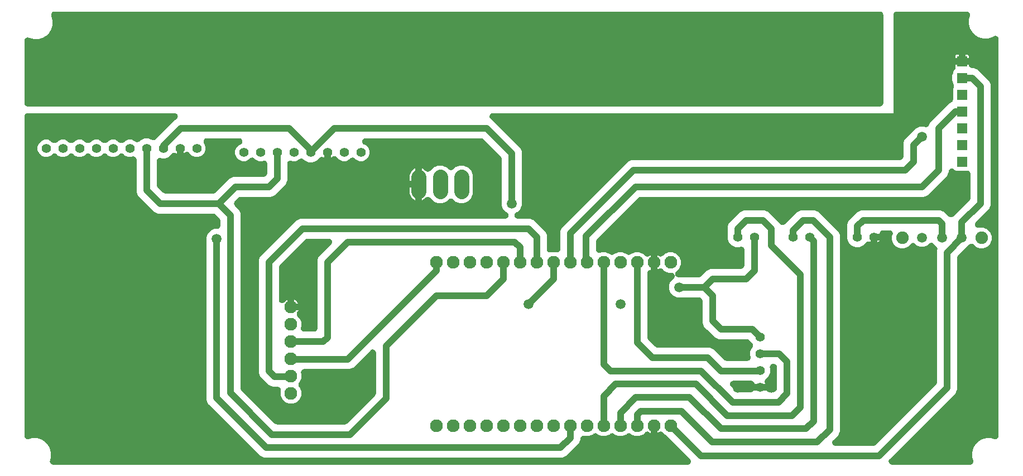
<source format=gbr>
G04 EAGLE Gerber RS-274X export*
G75*
%MOMM*%
%FSLAX34Y34*%
%LPD*%
%INBottom Copper*%
%IPPOS*%
%AMOC8*
5,1,8,0,0,1.08239X$1,22.5*%
G01*
%ADD10C,1.930400*%
%ADD11C,1.508000*%
%ADD12C,1.905000*%
%ADD13C,1.408000*%
%ADD14R,1.508000X1.508000*%
%ADD15C,1.950000*%
%ADD16C,2.250000*%
%ADD17C,1.500000*%
%ADD18C,1.000000*%

G36*
X1308285Y553812D02*
X1308285Y553812D01*
X1308470Y553814D01*
X1308600Y553832D01*
X1308731Y553841D01*
X1308912Y553876D01*
X1309096Y553901D01*
X1309222Y553935D01*
X1309352Y553960D01*
X1309528Y554018D01*
X1309706Y554066D01*
X1309827Y554116D01*
X1309952Y554157D01*
X1310120Y554236D01*
X1310290Y554306D01*
X1310405Y554371D01*
X1310523Y554427D01*
X1310679Y554527D01*
X1310840Y554619D01*
X1310945Y554697D01*
X1311056Y554768D01*
X1311198Y554887D01*
X1311346Y554998D01*
X1311440Y555089D01*
X1311541Y555173D01*
X1311667Y555309D01*
X1311800Y555438D01*
X1311882Y555540D01*
X1311971Y555637D01*
X1312079Y555787D01*
X1312194Y555931D01*
X1312263Y556044D01*
X1312339Y556150D01*
X1312427Y556313D01*
X1312524Y556471D01*
X1312577Y556591D01*
X1312640Y556706D01*
X1312706Y556879D01*
X1312782Y557048D01*
X1312820Y557173D01*
X1312868Y557296D01*
X1312912Y557476D01*
X1312966Y557653D01*
X1312988Y557782D01*
X1313019Y557910D01*
X1313041Y558093D01*
X1313072Y558276D01*
X1313080Y558429D01*
X1313092Y558537D01*
X1313091Y558646D01*
X1313099Y558800D01*
X1313099Y692740D01*
X1313088Y692925D01*
X1313086Y693110D01*
X1313068Y693240D01*
X1313059Y693371D01*
X1313024Y693552D01*
X1312999Y693736D01*
X1312965Y693862D01*
X1312940Y693992D01*
X1312882Y694168D01*
X1312834Y694346D01*
X1312784Y694467D01*
X1312743Y694592D01*
X1312664Y694760D01*
X1312594Y694930D01*
X1312529Y695045D01*
X1312473Y695163D01*
X1312373Y695319D01*
X1312282Y695480D01*
X1312203Y695585D01*
X1312132Y695696D01*
X1312013Y695838D01*
X1311902Y695986D01*
X1311811Y696080D01*
X1311727Y696181D01*
X1311591Y696307D01*
X1311462Y696440D01*
X1311360Y696522D01*
X1311263Y696611D01*
X1311113Y696719D01*
X1310969Y696834D01*
X1310856Y696903D01*
X1310750Y696979D01*
X1310587Y697067D01*
X1310429Y697164D01*
X1310309Y697217D01*
X1310194Y697280D01*
X1310021Y697346D01*
X1309852Y697422D01*
X1309727Y697460D01*
X1309604Y697508D01*
X1309424Y697552D01*
X1309247Y697606D01*
X1309118Y697628D01*
X1308990Y697659D01*
X1308807Y697681D01*
X1308624Y697712D01*
X1308471Y697720D01*
X1308363Y697732D01*
X1308254Y697731D01*
X1308100Y697739D01*
X55826Y697739D01*
X55598Y697725D01*
X55369Y697718D01*
X55282Y697705D01*
X55195Y697699D01*
X54971Y697656D01*
X54744Y697621D01*
X54660Y697597D01*
X54574Y697580D01*
X54357Y697509D01*
X54137Y697445D01*
X54057Y697411D01*
X53974Y697383D01*
X53766Y697285D01*
X53557Y697195D01*
X53482Y697150D01*
X53403Y697113D01*
X53210Y696989D01*
X53013Y696873D01*
X52944Y696819D01*
X52870Y696772D01*
X52695Y696625D01*
X52514Y696485D01*
X52452Y696423D01*
X52385Y696367D01*
X52229Y696199D01*
X52068Y696037D01*
X52015Y695968D01*
X51955Y695903D01*
X51822Y695718D01*
X51682Y695536D01*
X51638Y695461D01*
X51587Y695390D01*
X51478Y695189D01*
X51362Y694991D01*
X51328Y694911D01*
X51286Y694834D01*
X51204Y694620D01*
X51114Y694410D01*
X51090Y694326D01*
X51058Y694244D01*
X51003Y694022D01*
X50941Y693802D01*
X50928Y693715D01*
X50907Y693630D01*
X50880Y693403D01*
X50846Y693177D01*
X50844Y693089D01*
X50834Y693003D01*
X50836Y692774D01*
X50831Y692545D01*
X50839Y692458D01*
X50840Y692370D01*
X50872Y692144D01*
X50895Y691916D01*
X50915Y691831D01*
X50927Y691744D01*
X50987Y691523D01*
X51038Y691301D01*
X51069Y691218D01*
X51092Y691134D01*
X51179Y690923D01*
X51258Y690708D01*
X51303Y690620D01*
X51332Y690550D01*
X51374Y690475D01*
X53101Y684032D01*
X53101Y677408D01*
X51386Y671008D01*
X48074Y665271D01*
X43389Y660586D01*
X37652Y657274D01*
X31252Y655559D01*
X24628Y655559D01*
X18228Y657274D01*
X17660Y657602D01*
X17455Y657704D01*
X17254Y657813D01*
X17172Y657844D01*
X17093Y657883D01*
X16878Y657958D01*
X16664Y658040D01*
X16579Y658062D01*
X16496Y658090D01*
X16272Y658137D01*
X16050Y658192D01*
X15964Y658202D01*
X15878Y658220D01*
X15649Y658239D01*
X15423Y658265D01*
X15335Y658264D01*
X15248Y658271D01*
X15019Y658261D01*
X14790Y658258D01*
X14704Y658246D01*
X14616Y658242D01*
X14391Y658203D01*
X14164Y658172D01*
X14080Y658149D01*
X13994Y658134D01*
X13775Y658067D01*
X13554Y658007D01*
X13473Y657974D01*
X13389Y657948D01*
X13181Y657854D01*
X12970Y657767D01*
X12893Y657723D01*
X12814Y657687D01*
X12619Y657567D01*
X12420Y657454D01*
X12350Y657402D01*
X12275Y657356D01*
X12097Y657212D01*
X11914Y657075D01*
X11851Y657014D01*
X11783Y656959D01*
X11625Y656794D01*
X11460Y656635D01*
X11406Y656567D01*
X11345Y656504D01*
X11209Y656320D01*
X11066Y656141D01*
X11020Y656067D01*
X10968Y655996D01*
X10856Y655797D01*
X10736Y655602D01*
X10701Y655522D01*
X10658Y655446D01*
X10571Y655234D01*
X10478Y655025D01*
X10452Y654941D01*
X10419Y654860D01*
X10361Y654639D01*
X10294Y654420D01*
X10280Y654334D01*
X10257Y654249D01*
X10227Y654023D01*
X10188Y653797D01*
X10183Y653698D01*
X10173Y653623D01*
X10172Y653489D01*
X10161Y653273D01*
X10161Y558800D01*
X10172Y558615D01*
X10174Y558430D01*
X10192Y558300D01*
X10201Y558169D01*
X10236Y557988D01*
X10261Y557804D01*
X10295Y557678D01*
X10320Y557548D01*
X10378Y557372D01*
X10426Y557194D01*
X10476Y557073D01*
X10517Y556948D01*
X10596Y556780D01*
X10666Y556610D01*
X10731Y556495D01*
X10787Y556377D01*
X10887Y556221D01*
X10978Y556060D01*
X11057Y555955D01*
X11128Y555844D01*
X11247Y555702D01*
X11358Y555554D01*
X11449Y555460D01*
X11533Y555359D01*
X11669Y555233D01*
X11798Y555100D01*
X11900Y555018D01*
X11997Y554929D01*
X12147Y554821D01*
X12291Y554706D01*
X12404Y554637D01*
X12510Y554561D01*
X12673Y554473D01*
X12831Y554376D01*
X12951Y554323D01*
X13066Y554260D01*
X13239Y554194D01*
X13408Y554118D01*
X13533Y554080D01*
X13656Y554032D01*
X13836Y553988D01*
X14013Y553934D01*
X14142Y553912D01*
X14270Y553881D01*
X14453Y553859D01*
X14636Y553828D01*
X14789Y553820D01*
X14897Y553808D01*
X15006Y553809D01*
X15160Y553801D01*
X1308100Y553801D01*
X1308285Y553812D01*
G37*
G36*
X1016589Y10177D02*
X1016589Y10177D01*
X1016840Y10186D01*
X1016905Y10197D01*
X1016970Y10201D01*
X1017216Y10248D01*
X1017464Y10289D01*
X1017526Y10307D01*
X1017591Y10320D01*
X1017830Y10398D01*
X1018069Y10470D01*
X1018129Y10496D01*
X1018192Y10517D01*
X1018419Y10624D01*
X1018647Y10725D01*
X1018703Y10759D01*
X1018763Y10787D01*
X1018974Y10922D01*
X1019188Y11052D01*
X1019240Y11093D01*
X1019295Y11128D01*
X1019488Y11289D01*
X1019684Y11444D01*
X1019730Y11491D01*
X1019780Y11533D01*
X1019951Y11717D01*
X1020126Y11896D01*
X1020166Y11948D01*
X1020211Y11997D01*
X1020356Y12200D01*
X1020508Y12400D01*
X1020541Y12457D01*
X1020579Y12510D01*
X1020698Y12730D01*
X1020823Y12948D01*
X1020848Y13009D01*
X1020879Y13066D01*
X1020969Y13300D01*
X1021066Y13531D01*
X1021083Y13595D01*
X1021107Y13656D01*
X1021167Y13899D01*
X1021234Y14141D01*
X1021243Y14206D01*
X1021259Y14270D01*
X1021288Y14518D01*
X1021323Y14766D01*
X1021324Y14832D01*
X1021332Y14897D01*
X1021329Y15147D01*
X1021333Y15398D01*
X1021326Y15464D01*
X1021325Y15530D01*
X1021291Y15777D01*
X1021263Y16027D01*
X1021248Y16091D01*
X1021239Y16156D01*
X1021173Y16397D01*
X1021114Y16641D01*
X1021091Y16703D01*
X1021074Y16766D01*
X1020979Y16998D01*
X1020889Y17232D01*
X1020858Y17290D01*
X1020833Y17350D01*
X1020709Y17569D01*
X1020592Y17789D01*
X1020554Y17843D01*
X1020521Y17900D01*
X1020371Y18101D01*
X1020226Y18305D01*
X1020177Y18359D01*
X1020142Y18406D01*
X1020044Y18506D01*
X1019875Y18695D01*
X983724Y54845D01*
X983659Y54902D01*
X983600Y54965D01*
X983423Y55111D01*
X983250Y55263D01*
X983178Y55312D01*
X983112Y55366D01*
X982917Y55488D01*
X982727Y55618D01*
X982650Y55657D01*
X982576Y55703D01*
X982276Y55846D01*
X982163Y55903D01*
X982135Y55913D01*
X982102Y55929D01*
X981833Y56040D01*
X978943Y58931D01*
X978812Y59046D01*
X978688Y59168D01*
X978575Y59255D01*
X978468Y59349D01*
X978325Y59446D01*
X978186Y59552D01*
X978063Y59624D01*
X977945Y59703D01*
X977790Y59782D01*
X977639Y59869D01*
X977508Y59925D01*
X977381Y59989D01*
X977218Y60047D01*
X977057Y60115D01*
X976920Y60154D01*
X976786Y60201D01*
X976616Y60239D01*
X976448Y60286D01*
X976308Y60306D01*
X976169Y60337D01*
X975995Y60352D01*
X975823Y60378D01*
X975681Y60381D01*
X975539Y60393D01*
X975365Y60387D01*
X975191Y60390D01*
X975050Y60375D01*
X974907Y60370D01*
X974736Y60342D01*
X974563Y60323D01*
X974424Y60290D01*
X974284Y60267D01*
X974117Y60217D01*
X973948Y60177D01*
X973814Y60127D01*
X973678Y60086D01*
X973519Y60016D01*
X973356Y59955D01*
X973230Y59888D01*
X973100Y59831D01*
X972951Y59741D01*
X972797Y59659D01*
X972659Y59564D01*
X972559Y59504D01*
X972479Y59441D01*
X972364Y59362D01*
X972088Y59150D01*
X970704Y58351D01*
X970299Y58183D01*
X970299Y69310D01*
X970288Y69494D01*
X970286Y69679D01*
X970268Y69809D01*
X970259Y69940D01*
X970225Y70122D01*
X970199Y70305D01*
X970165Y70432D01*
X970140Y70561D01*
X970083Y70737D01*
X970034Y70916D01*
X969985Y71037D01*
X969944Y71162D01*
X969864Y71329D01*
X969794Y71500D01*
X969729Y71614D01*
X969673Y71733D01*
X969573Y71889D01*
X969482Y72050D01*
X969403Y72155D01*
X969332Y72265D01*
X969213Y72408D01*
X969102Y72555D01*
X969011Y72650D01*
X968927Y72751D01*
X968791Y72876D01*
X968663Y73009D01*
X968560Y73091D01*
X968464Y73181D01*
X968313Y73288D01*
X968169Y73404D01*
X968056Y73473D01*
X967950Y73549D01*
X967787Y73637D01*
X967629Y73733D01*
X967509Y73787D01*
X967394Y73849D01*
X967221Y73916D01*
X967052Y73992D01*
X966927Y74030D01*
X966804Y74077D01*
X966625Y74122D01*
X966448Y74175D01*
X966318Y74197D01*
X966191Y74229D01*
X966007Y74250D01*
X965824Y74281D01*
X965671Y74289D01*
X965563Y74302D01*
X965562Y74302D01*
X965454Y74301D01*
X965300Y74309D01*
X965115Y74297D01*
X964930Y74295D01*
X964800Y74277D01*
X964669Y74269D01*
X964487Y74234D01*
X964304Y74209D01*
X964177Y74175D01*
X964048Y74150D01*
X963872Y74092D01*
X963694Y74044D01*
X963573Y73994D01*
X963448Y73953D01*
X963280Y73874D01*
X963109Y73803D01*
X962995Y73739D01*
X962876Y73682D01*
X962720Y73582D01*
X962560Y73491D01*
X962455Y73412D01*
X962344Y73342D01*
X962202Y73223D01*
X962054Y73112D01*
X961960Y73021D01*
X961859Y72936D01*
X961733Y72801D01*
X961600Y72672D01*
X961518Y72569D01*
X961429Y72473D01*
X961321Y72323D01*
X961206Y72178D01*
X961137Y72066D01*
X961061Y71959D01*
X960973Y71797D01*
X960876Y71639D01*
X960822Y71519D01*
X960760Y71403D01*
X960693Y71231D01*
X960618Y71062D01*
X960580Y70936D01*
X960532Y70814D01*
X960488Y70634D01*
X960434Y70457D01*
X960412Y70327D01*
X960381Y70200D01*
X960359Y70017D01*
X960328Y69834D01*
X960320Y69680D01*
X960307Y69572D01*
X960309Y69463D01*
X960301Y69310D01*
X960301Y58183D01*
X959896Y58351D01*
X958511Y59150D01*
X958236Y59362D01*
X958091Y59459D01*
X957952Y59564D01*
X957829Y59635D01*
X957711Y59714D01*
X957556Y59792D01*
X957404Y59879D01*
X957273Y59934D01*
X957146Y59998D01*
X956982Y60055D01*
X956821Y60122D01*
X956684Y60160D01*
X956550Y60207D01*
X956380Y60244D01*
X956212Y60290D01*
X956071Y60310D01*
X955932Y60340D01*
X955758Y60355D01*
X955586Y60380D01*
X955444Y60382D01*
X955302Y60394D01*
X955128Y60387D01*
X954954Y60389D01*
X954813Y60374D01*
X954670Y60368D01*
X954499Y60339D01*
X954326Y60319D01*
X954187Y60286D01*
X954047Y60262D01*
X953881Y60212D01*
X953711Y60171D01*
X953578Y60120D01*
X953442Y60079D01*
X953283Y60008D01*
X953121Y59946D01*
X952995Y59879D01*
X952865Y59821D01*
X952717Y59730D01*
X952563Y59648D01*
X952447Y59566D01*
X952326Y59492D01*
X952189Y59383D01*
X952048Y59282D01*
X951923Y59170D01*
X951832Y59097D01*
X951761Y59024D01*
X951657Y58931D01*
X948767Y56040D01*
X943014Y53657D01*
X936786Y53657D01*
X931033Y56040D01*
X930735Y56339D01*
X930596Y56461D01*
X930464Y56590D01*
X930359Y56670D01*
X930261Y56756D01*
X930108Y56860D01*
X929960Y56972D01*
X929846Y57038D01*
X929738Y57111D01*
X929573Y57195D01*
X929412Y57287D01*
X929291Y57338D01*
X929174Y57397D01*
X928999Y57459D01*
X928829Y57530D01*
X928702Y57565D01*
X928578Y57609D01*
X928398Y57649D01*
X928219Y57698D01*
X928089Y57717D01*
X927961Y57745D01*
X927777Y57761D01*
X927594Y57787D01*
X927462Y57789D01*
X927331Y57801D01*
X927147Y57794D01*
X926962Y57797D01*
X926831Y57783D01*
X926700Y57778D01*
X926517Y57748D01*
X926333Y57727D01*
X926206Y57696D01*
X926076Y57675D01*
X925899Y57622D01*
X925719Y57579D01*
X925596Y57532D01*
X925470Y57494D01*
X925301Y57419D01*
X925128Y57353D01*
X925012Y57292D01*
X924892Y57238D01*
X924734Y57143D01*
X924571Y57056D01*
X924464Y56980D01*
X924351Y56912D01*
X924206Y56797D01*
X924055Y56690D01*
X923941Y56587D01*
X923856Y56519D01*
X923779Y56441D01*
X923665Y56339D01*
X923367Y56040D01*
X917614Y53657D01*
X911386Y53657D01*
X905633Y56040D01*
X905335Y56339D01*
X905196Y56461D01*
X905064Y56590D01*
X904959Y56670D01*
X904861Y56756D01*
X904708Y56860D01*
X904560Y56972D01*
X904446Y57038D01*
X904338Y57111D01*
X904173Y57195D01*
X904012Y57287D01*
X903891Y57338D01*
X903774Y57397D01*
X903599Y57459D01*
X903429Y57530D01*
X903302Y57565D01*
X903178Y57609D01*
X902998Y57649D01*
X902819Y57698D01*
X902689Y57717D01*
X902561Y57745D01*
X902377Y57761D01*
X902194Y57787D01*
X902062Y57789D01*
X901931Y57801D01*
X901747Y57794D01*
X901562Y57797D01*
X901431Y57783D01*
X901300Y57778D01*
X901117Y57748D01*
X900933Y57727D01*
X900806Y57696D01*
X900676Y57675D01*
X900499Y57622D01*
X900319Y57579D01*
X900196Y57532D01*
X900070Y57494D01*
X899901Y57419D01*
X899728Y57353D01*
X899612Y57292D01*
X899492Y57238D01*
X899334Y57143D01*
X899171Y57056D01*
X899064Y56980D01*
X898951Y56912D01*
X898806Y56797D01*
X898655Y56690D01*
X898541Y56587D01*
X898456Y56519D01*
X898379Y56441D01*
X898265Y56339D01*
X897967Y56040D01*
X892214Y53657D01*
X885986Y53657D01*
X880233Y56040D01*
X879935Y56339D01*
X879796Y56461D01*
X879664Y56590D01*
X879559Y56670D01*
X879461Y56756D01*
X879308Y56860D01*
X879160Y56972D01*
X879046Y57038D01*
X878938Y57111D01*
X878773Y57195D01*
X878612Y57287D01*
X878491Y57338D01*
X878374Y57397D01*
X878199Y57459D01*
X878029Y57530D01*
X877902Y57565D01*
X877778Y57609D01*
X877598Y57649D01*
X877419Y57698D01*
X877289Y57717D01*
X877161Y57745D01*
X876977Y57761D01*
X876794Y57787D01*
X876662Y57789D01*
X876531Y57801D01*
X876347Y57794D01*
X876162Y57797D01*
X876031Y57783D01*
X875900Y57778D01*
X875717Y57748D01*
X875533Y57727D01*
X875406Y57696D01*
X875276Y57675D01*
X875099Y57622D01*
X874919Y57579D01*
X874796Y57532D01*
X874670Y57494D01*
X874501Y57419D01*
X874328Y57353D01*
X874212Y57292D01*
X874092Y57238D01*
X873934Y57143D01*
X873771Y57056D01*
X873664Y56980D01*
X873551Y56912D01*
X873406Y56797D01*
X873255Y56690D01*
X873141Y56587D01*
X873056Y56519D01*
X872979Y56441D01*
X872865Y56339D01*
X872567Y56040D01*
X866814Y53657D01*
X860587Y53657D01*
X860373Y53746D01*
X860167Y53816D01*
X859964Y53895D01*
X859868Y53918D01*
X859775Y53950D01*
X859561Y53994D01*
X859350Y54046D01*
X859253Y54058D01*
X859156Y54078D01*
X858939Y54094D01*
X858723Y54119D01*
X858624Y54118D01*
X858526Y54126D01*
X858308Y54115D01*
X858090Y54113D01*
X857993Y54099D01*
X857894Y54094D01*
X857680Y54056D01*
X857464Y54026D01*
X857369Y54000D01*
X857272Y53983D01*
X857064Y53918D01*
X856854Y53861D01*
X856763Y53824D01*
X856669Y53794D01*
X856471Y53704D01*
X856270Y53621D01*
X856184Y53572D01*
X856094Y53531D01*
X855910Y53416D01*
X855720Y53308D01*
X855641Y53249D01*
X855557Y53197D01*
X855389Y53060D01*
X855214Y52929D01*
X855143Y52861D01*
X855067Y52799D01*
X854917Y52641D01*
X854760Y52489D01*
X854699Y52412D01*
X854631Y52341D01*
X854502Y52166D01*
X854366Y51996D01*
X854314Y51912D01*
X854256Y51832D01*
X854150Y51642D01*
X854036Y51456D01*
X853996Y51366D01*
X853948Y51280D01*
X853867Y51078D01*
X853778Y50879D01*
X853749Y50785D01*
X853713Y50694D01*
X853657Y50483D01*
X853594Y50274D01*
X853578Y50177D01*
X853553Y50082D01*
X853525Y49866D01*
X853488Y49651D01*
X853482Y49539D01*
X853472Y49455D01*
X853471Y49326D01*
X853461Y49127D01*
X853461Y47884D01*
X851153Y42312D01*
X831868Y23027D01*
X826296Y20719D01*
X373983Y20719D01*
X368411Y23027D01*
X288837Y102602D01*
X286529Y108174D01*
X286529Y355505D01*
X288837Y361077D01*
X293102Y365342D01*
X298674Y367650D01*
X302420Y367650D01*
X302605Y367662D01*
X302790Y367664D01*
X302920Y367682D01*
X303051Y367690D01*
X303232Y367725D01*
X303416Y367750D01*
X303542Y367785D01*
X303672Y367809D01*
X303848Y367867D01*
X304026Y367915D01*
X304147Y367965D01*
X304272Y368006D01*
X304440Y368085D01*
X304610Y368156D01*
X304725Y368220D01*
X304843Y368277D01*
X304999Y368377D01*
X305160Y368468D01*
X305265Y368547D01*
X305376Y368618D01*
X305518Y368736D01*
X305666Y368847D01*
X305760Y368939D01*
X305861Y369023D01*
X305987Y369158D01*
X306120Y369287D01*
X306202Y369390D01*
X306291Y369486D01*
X306399Y369636D01*
X306514Y369781D01*
X306583Y369893D01*
X306659Y370000D01*
X306747Y370162D01*
X306844Y370320D01*
X306897Y370440D01*
X306960Y370556D01*
X307026Y370728D01*
X307102Y370897D01*
X307140Y371023D01*
X307188Y371145D01*
X307232Y371325D01*
X307286Y371502D01*
X307308Y371632D01*
X307339Y371759D01*
X307361Y371942D01*
X307392Y372125D01*
X307400Y372279D01*
X307412Y372387D01*
X307411Y372496D01*
X307419Y372649D01*
X307419Y380269D01*
X307412Y380388D01*
X307414Y380508D01*
X307392Y380704D01*
X307379Y380900D01*
X307357Y381017D01*
X307344Y381136D01*
X307297Y381328D01*
X307260Y381521D01*
X307223Y381635D01*
X307195Y381750D01*
X307125Y381934D01*
X307063Y382122D01*
X307012Y382230D01*
X306970Y382341D01*
X306877Y382515D01*
X306793Y382693D01*
X306728Y382794D01*
X306672Y382899D01*
X306558Y383059D01*
X306452Y383225D01*
X306375Y383317D01*
X306306Y383414D01*
X306136Y383603D01*
X306047Y383710D01*
X306004Y383750D01*
X305955Y383804D01*
X299984Y389775D01*
X299895Y389854D01*
X299812Y389940D01*
X299658Y390063D01*
X299510Y390193D01*
X299411Y390260D01*
X299318Y390334D01*
X299150Y390437D01*
X298987Y390547D01*
X298880Y390601D01*
X298779Y390664D01*
X298599Y390744D01*
X298423Y390833D01*
X298311Y390873D01*
X298202Y390922D01*
X298013Y390979D01*
X297828Y391046D01*
X297711Y391071D01*
X297597Y391106D01*
X297402Y391139D01*
X297210Y391181D01*
X297092Y391192D01*
X296974Y391212D01*
X296720Y391225D01*
X296581Y391238D01*
X296523Y391235D01*
X296449Y391239D01*
X212884Y391239D01*
X207312Y393547D01*
X182727Y418132D01*
X180419Y423704D01*
X180419Y472864D01*
X180405Y473081D01*
X180400Y473299D01*
X180386Y473397D01*
X180379Y473495D01*
X180338Y473709D01*
X180306Y473924D01*
X180279Y474019D01*
X180260Y474116D01*
X180192Y474323D01*
X180133Y474532D01*
X180094Y474623D01*
X180063Y474716D01*
X179970Y474913D01*
X179885Y475113D01*
X179835Y475198D01*
X179793Y475288D01*
X179675Y475471D01*
X179565Y475659D01*
X179505Y475737D01*
X179452Y475820D01*
X179312Y475987D01*
X179179Y476160D01*
X179110Y476229D01*
X179047Y476305D01*
X178887Y476453D01*
X178733Y476608D01*
X178656Y476668D01*
X178583Y476735D01*
X178406Y476862D01*
X178235Y476996D01*
X178150Y477046D01*
X178070Y477103D01*
X177878Y477207D01*
X177691Y477318D01*
X177600Y477357D01*
X177514Y477404D01*
X177310Y477482D01*
X177111Y477569D01*
X177016Y477596D01*
X176924Y477632D01*
X176713Y477684D01*
X176503Y477745D01*
X176406Y477760D01*
X176310Y477783D01*
X176094Y477809D01*
X175879Y477842D01*
X175780Y477845D01*
X175683Y477856D01*
X175465Y477854D01*
X175247Y477860D01*
X175149Y477851D01*
X175050Y477850D01*
X174835Y477820D01*
X174618Y477799D01*
X174522Y477777D01*
X174424Y477763D01*
X174214Y477706D01*
X174002Y477658D01*
X173896Y477620D01*
X173814Y477598D01*
X173695Y477549D01*
X173507Y477483D01*
X172774Y477179D01*
X167586Y477179D01*
X162793Y479165D01*
X161015Y480943D01*
X160876Y481065D01*
X160744Y481194D01*
X160639Y481274D01*
X160541Y481360D01*
X160388Y481464D01*
X160240Y481576D01*
X160126Y481641D01*
X160017Y481715D01*
X159853Y481799D01*
X159692Y481891D01*
X159571Y481941D01*
X159454Y482001D01*
X159280Y482063D01*
X159109Y482134D01*
X158982Y482169D01*
X158858Y482213D01*
X158678Y482253D01*
X158499Y482302D01*
X158369Y482320D01*
X158241Y482349D01*
X158057Y482365D01*
X157874Y482391D01*
X157742Y482393D01*
X157611Y482405D01*
X157427Y482398D01*
X157242Y482401D01*
X157111Y482387D01*
X156980Y482382D01*
X156797Y482352D01*
X156613Y482331D01*
X156485Y482300D01*
X156356Y482279D01*
X156179Y482226D01*
X155999Y482182D01*
X155876Y482136D01*
X155750Y482098D01*
X155581Y482023D01*
X155408Y481957D01*
X155293Y481896D01*
X155172Y481842D01*
X155014Y481747D01*
X154851Y481660D01*
X154744Y481584D01*
X154631Y481516D01*
X154486Y481401D01*
X154335Y481294D01*
X154221Y481191D01*
X154136Y481123D01*
X154059Y481045D01*
X153945Y480943D01*
X152167Y479165D01*
X147374Y477179D01*
X142186Y477179D01*
X137393Y479165D01*
X135615Y480943D01*
X135476Y481065D01*
X135344Y481194D01*
X135239Y481274D01*
X135141Y481360D01*
X134988Y481464D01*
X134840Y481576D01*
X134726Y481641D01*
X134617Y481715D01*
X134453Y481799D01*
X134292Y481891D01*
X134171Y481941D01*
X134054Y482001D01*
X133880Y482063D01*
X133709Y482134D01*
X133582Y482169D01*
X133458Y482213D01*
X133278Y482253D01*
X133099Y482302D01*
X132969Y482320D01*
X132841Y482349D01*
X132657Y482365D01*
X132474Y482391D01*
X132342Y482393D01*
X132211Y482405D01*
X132027Y482398D01*
X131842Y482401D01*
X131711Y482387D01*
X131580Y482382D01*
X131397Y482352D01*
X131213Y482331D01*
X131085Y482300D01*
X130956Y482279D01*
X130779Y482226D01*
X130599Y482182D01*
X130476Y482136D01*
X130350Y482098D01*
X130181Y482023D01*
X130008Y481957D01*
X129893Y481896D01*
X129772Y481842D01*
X129614Y481747D01*
X129451Y481660D01*
X129344Y481584D01*
X129231Y481516D01*
X129086Y481401D01*
X128935Y481294D01*
X128821Y481191D01*
X128736Y481123D01*
X128659Y481045D01*
X128545Y480943D01*
X126767Y479165D01*
X121974Y477179D01*
X116786Y477179D01*
X111993Y479165D01*
X110215Y480943D01*
X110076Y481065D01*
X109944Y481194D01*
X109839Y481274D01*
X109741Y481360D01*
X109588Y481464D01*
X109440Y481576D01*
X109326Y481641D01*
X109217Y481715D01*
X109053Y481799D01*
X108892Y481891D01*
X108771Y481941D01*
X108654Y482001D01*
X108480Y482063D01*
X108309Y482134D01*
X108182Y482169D01*
X108058Y482213D01*
X107878Y482253D01*
X107699Y482302D01*
X107569Y482320D01*
X107441Y482349D01*
X107257Y482365D01*
X107074Y482391D01*
X106942Y482393D01*
X106811Y482405D01*
X106627Y482398D01*
X106442Y482401D01*
X106311Y482387D01*
X106180Y482382D01*
X105997Y482352D01*
X105813Y482331D01*
X105685Y482300D01*
X105556Y482279D01*
X105379Y482226D01*
X105199Y482182D01*
X105076Y482136D01*
X104950Y482098D01*
X104781Y482023D01*
X104608Y481957D01*
X104493Y481896D01*
X104372Y481842D01*
X104214Y481747D01*
X104051Y481660D01*
X103944Y481584D01*
X103831Y481516D01*
X103686Y481401D01*
X103535Y481294D01*
X103421Y481191D01*
X103336Y481123D01*
X103259Y481045D01*
X103145Y480943D01*
X101367Y479165D01*
X96574Y477179D01*
X91386Y477179D01*
X86593Y479165D01*
X84815Y480943D01*
X84676Y481065D01*
X84544Y481194D01*
X84439Y481274D01*
X84341Y481360D01*
X84188Y481464D01*
X84040Y481576D01*
X83926Y481641D01*
X83817Y481715D01*
X83653Y481799D01*
X83492Y481891D01*
X83371Y481941D01*
X83254Y482001D01*
X83080Y482063D01*
X82909Y482134D01*
X82782Y482169D01*
X82658Y482213D01*
X82478Y482253D01*
X82299Y482302D01*
X82169Y482320D01*
X82041Y482349D01*
X81857Y482365D01*
X81674Y482391D01*
X81542Y482393D01*
X81411Y482405D01*
X81227Y482398D01*
X81042Y482401D01*
X80911Y482387D01*
X80780Y482382D01*
X80597Y482352D01*
X80413Y482331D01*
X80285Y482300D01*
X80156Y482279D01*
X79979Y482226D01*
X79799Y482182D01*
X79676Y482136D01*
X79550Y482098D01*
X79381Y482023D01*
X79208Y481957D01*
X79093Y481896D01*
X78972Y481842D01*
X78814Y481747D01*
X78651Y481660D01*
X78544Y481584D01*
X78431Y481516D01*
X78286Y481401D01*
X78135Y481294D01*
X78021Y481191D01*
X77936Y481123D01*
X77859Y481045D01*
X77745Y480943D01*
X75967Y479165D01*
X71174Y477179D01*
X65986Y477179D01*
X61193Y479165D01*
X59415Y480943D01*
X59276Y481065D01*
X59144Y481194D01*
X59039Y481274D01*
X58941Y481360D01*
X58788Y481464D01*
X58640Y481576D01*
X58526Y481641D01*
X58417Y481715D01*
X58253Y481799D01*
X58092Y481891D01*
X57971Y481941D01*
X57854Y482001D01*
X57680Y482063D01*
X57509Y482134D01*
X57382Y482169D01*
X57258Y482213D01*
X57078Y482253D01*
X56899Y482302D01*
X56769Y482320D01*
X56641Y482349D01*
X56457Y482365D01*
X56274Y482391D01*
X56142Y482393D01*
X56011Y482405D01*
X55827Y482398D01*
X55642Y482401D01*
X55511Y482387D01*
X55380Y482382D01*
X55197Y482352D01*
X55013Y482331D01*
X54885Y482300D01*
X54756Y482279D01*
X54579Y482226D01*
X54399Y482182D01*
X54276Y482136D01*
X54150Y482098D01*
X53981Y482023D01*
X53808Y481957D01*
X53693Y481896D01*
X53572Y481842D01*
X53414Y481747D01*
X53251Y481660D01*
X53144Y481584D01*
X53031Y481516D01*
X52886Y481401D01*
X52735Y481294D01*
X52621Y481191D01*
X52536Y481123D01*
X52459Y481045D01*
X52345Y480943D01*
X50567Y479165D01*
X45774Y477179D01*
X40586Y477179D01*
X35793Y479165D01*
X32125Y482833D01*
X30139Y487626D01*
X30139Y492814D01*
X32125Y497607D01*
X35793Y501275D01*
X40586Y503261D01*
X45774Y503261D01*
X50567Y501275D01*
X52345Y499497D01*
X52484Y499375D01*
X52616Y499246D01*
X52721Y499166D01*
X52819Y499080D01*
X52973Y498976D01*
X53120Y498864D01*
X53234Y498799D01*
X53343Y498725D01*
X53508Y498641D01*
X53668Y498549D01*
X53789Y498499D01*
X53906Y498439D01*
X54081Y498377D01*
X54251Y498306D01*
X54378Y498271D01*
X54502Y498227D01*
X54682Y498187D01*
X54861Y498138D01*
X54991Y498120D01*
X55119Y498091D01*
X55303Y498075D01*
X55486Y498049D01*
X55618Y498047D01*
X55749Y498035D01*
X55934Y498042D01*
X56119Y498039D01*
X56249Y498053D01*
X56380Y498058D01*
X56563Y498088D01*
X56747Y498109D01*
X56875Y498140D01*
X57004Y498161D01*
X57181Y498214D01*
X57361Y498258D01*
X57484Y498304D01*
X57610Y498342D01*
X57779Y498417D01*
X57952Y498483D01*
X58068Y498545D01*
X58188Y498598D01*
X58346Y498693D01*
X58509Y498780D01*
X58616Y498856D01*
X58729Y498924D01*
X58874Y499039D01*
X59025Y499146D01*
X59139Y499249D01*
X59225Y499317D01*
X59301Y499395D01*
X59415Y499497D01*
X61193Y501275D01*
X65986Y503261D01*
X71174Y503261D01*
X75967Y501275D01*
X77745Y499497D01*
X77884Y499375D01*
X78016Y499246D01*
X78121Y499166D01*
X78219Y499080D01*
X78373Y498976D01*
X78520Y498864D01*
X78634Y498799D01*
X78743Y498725D01*
X78908Y498641D01*
X79068Y498549D01*
X79189Y498499D01*
X79306Y498439D01*
X79481Y498377D01*
X79651Y498306D01*
X79778Y498271D01*
X79902Y498227D01*
X80082Y498187D01*
X80261Y498138D01*
X80391Y498120D01*
X80519Y498091D01*
X80703Y498075D01*
X80886Y498049D01*
X81018Y498047D01*
X81149Y498035D01*
X81334Y498042D01*
X81519Y498039D01*
X81649Y498053D01*
X81780Y498058D01*
X81963Y498088D01*
X82147Y498109D01*
X82275Y498140D01*
X82404Y498161D01*
X82581Y498214D01*
X82761Y498258D01*
X82884Y498304D01*
X83010Y498342D01*
X83179Y498417D01*
X83352Y498483D01*
X83468Y498545D01*
X83588Y498598D01*
X83746Y498693D01*
X83909Y498780D01*
X84016Y498856D01*
X84129Y498924D01*
X84274Y499039D01*
X84425Y499146D01*
X84539Y499249D01*
X84625Y499317D01*
X84701Y499395D01*
X84815Y499497D01*
X86593Y501275D01*
X91386Y503261D01*
X96574Y503261D01*
X101367Y501275D01*
X103145Y499497D01*
X103284Y499375D01*
X103416Y499246D01*
X103521Y499166D01*
X103619Y499080D01*
X103773Y498976D01*
X103920Y498864D01*
X104034Y498799D01*
X104143Y498725D01*
X104308Y498641D01*
X104468Y498549D01*
X104589Y498499D01*
X104706Y498439D01*
X104881Y498377D01*
X105051Y498306D01*
X105178Y498271D01*
X105302Y498227D01*
X105482Y498187D01*
X105661Y498138D01*
X105791Y498120D01*
X105919Y498091D01*
X106103Y498075D01*
X106286Y498049D01*
X106418Y498047D01*
X106549Y498035D01*
X106734Y498042D01*
X106919Y498039D01*
X107049Y498053D01*
X107180Y498058D01*
X107363Y498088D01*
X107547Y498109D01*
X107675Y498140D01*
X107804Y498161D01*
X107981Y498214D01*
X108161Y498258D01*
X108284Y498304D01*
X108410Y498342D01*
X108579Y498417D01*
X108752Y498483D01*
X108868Y498545D01*
X108988Y498598D01*
X109146Y498693D01*
X109309Y498780D01*
X109416Y498856D01*
X109529Y498924D01*
X109674Y499039D01*
X109825Y499146D01*
X109939Y499249D01*
X110025Y499317D01*
X110101Y499395D01*
X110215Y499497D01*
X111993Y501275D01*
X116786Y503261D01*
X121974Y503261D01*
X126767Y501275D01*
X128545Y499497D01*
X128684Y499375D01*
X128816Y499246D01*
X128921Y499166D01*
X129019Y499080D01*
X129173Y498976D01*
X129320Y498864D01*
X129434Y498799D01*
X129543Y498725D01*
X129708Y498641D01*
X129868Y498549D01*
X129989Y498499D01*
X130106Y498439D01*
X130281Y498377D01*
X130451Y498306D01*
X130578Y498271D01*
X130702Y498227D01*
X130882Y498187D01*
X131061Y498138D01*
X131191Y498120D01*
X131319Y498091D01*
X131503Y498075D01*
X131686Y498049D01*
X131818Y498047D01*
X131949Y498035D01*
X132134Y498042D01*
X132319Y498039D01*
X132449Y498053D01*
X132580Y498058D01*
X132763Y498088D01*
X132947Y498109D01*
X133075Y498140D01*
X133204Y498161D01*
X133381Y498214D01*
X133561Y498258D01*
X133684Y498304D01*
X133810Y498342D01*
X133979Y498417D01*
X134152Y498483D01*
X134268Y498545D01*
X134388Y498598D01*
X134546Y498693D01*
X134709Y498780D01*
X134816Y498856D01*
X134929Y498924D01*
X135074Y499039D01*
X135225Y499146D01*
X135339Y499249D01*
X135425Y499317D01*
X135501Y499395D01*
X135615Y499497D01*
X137393Y501275D01*
X142186Y503261D01*
X147374Y503261D01*
X152167Y501275D01*
X153945Y499497D01*
X154084Y499375D01*
X154216Y499246D01*
X154321Y499166D01*
X154419Y499080D01*
X154573Y498976D01*
X154720Y498864D01*
X154834Y498799D01*
X154943Y498725D01*
X155108Y498641D01*
X155268Y498549D01*
X155389Y498499D01*
X155506Y498439D01*
X155681Y498377D01*
X155851Y498306D01*
X155978Y498271D01*
X156102Y498227D01*
X156282Y498187D01*
X156461Y498138D01*
X156591Y498120D01*
X156719Y498091D01*
X156903Y498075D01*
X157086Y498049D01*
X157218Y498047D01*
X157349Y498035D01*
X157534Y498042D01*
X157719Y498039D01*
X157849Y498053D01*
X157980Y498058D01*
X158163Y498088D01*
X158347Y498109D01*
X158475Y498140D01*
X158604Y498161D01*
X158781Y498214D01*
X158961Y498258D01*
X159084Y498304D01*
X159210Y498342D01*
X159379Y498417D01*
X159552Y498483D01*
X159668Y498545D01*
X159788Y498598D01*
X159946Y498693D01*
X160109Y498780D01*
X160216Y498856D01*
X160329Y498924D01*
X160474Y499039D01*
X160625Y499146D01*
X160739Y499249D01*
X160825Y499317D01*
X160901Y499395D01*
X161015Y499497D01*
X162793Y501275D01*
X167586Y503261D01*
X172774Y503261D01*
X177567Y501275D01*
X177846Y500996D01*
X177985Y500874D01*
X178117Y500745D01*
X178222Y500666D01*
X178320Y500579D01*
X178474Y500475D01*
X178621Y500363D01*
X178735Y500298D01*
X178844Y500224D01*
X179009Y500140D01*
X179169Y500048D01*
X179290Y499998D01*
X179407Y499938D01*
X179582Y499876D01*
X179752Y499805D01*
X179879Y499770D01*
X180003Y499726D01*
X180183Y499686D01*
X180362Y499637D01*
X180492Y499619D01*
X180620Y499590D01*
X180804Y499574D01*
X180987Y499548D01*
X181119Y499546D01*
X181250Y499534D01*
X181434Y499541D01*
X181619Y499538D01*
X181750Y499552D01*
X181881Y499557D01*
X182064Y499587D01*
X182248Y499608D01*
X182376Y499639D01*
X182505Y499660D01*
X182682Y499713D01*
X182862Y499757D01*
X182985Y499803D01*
X183111Y499841D01*
X183280Y499916D01*
X183453Y499982D01*
X183569Y500044D01*
X183689Y500097D01*
X183847Y500192D01*
X184010Y500279D01*
X184117Y500355D01*
X184230Y500423D01*
X184375Y500538D01*
X184526Y500645D01*
X184640Y500748D01*
X184725Y500816D01*
X184802Y500894D01*
X184916Y500996D01*
X186992Y503073D01*
X192564Y505381D01*
X198596Y505381D01*
X204203Y503058D01*
X204347Y503009D01*
X204488Y502950D01*
X204646Y502907D01*
X204801Y502854D01*
X204950Y502823D01*
X205097Y502782D01*
X205260Y502759D01*
X205420Y502726D01*
X205572Y502715D01*
X205723Y502693D01*
X205887Y502690D01*
X206051Y502678D01*
X206202Y502686D01*
X206355Y502683D01*
X206518Y502701D01*
X206682Y502710D01*
X206832Y502736D01*
X206983Y502753D01*
X207143Y502792D01*
X207304Y502821D01*
X207449Y502866D01*
X207597Y502902D01*
X207751Y502960D01*
X207907Y503009D01*
X208046Y503073D01*
X208188Y503127D01*
X208333Y503204D01*
X208482Y503273D01*
X208611Y503353D01*
X208745Y503425D01*
X208879Y503520D01*
X209019Y503606D01*
X209137Y503702D01*
X209261Y503790D01*
X209409Y503924D01*
X209509Y504005D01*
X209568Y504066D01*
X209651Y504142D01*
X213095Y507586D01*
X213096Y507586D01*
X239062Y533553D01*
X239807Y533861D01*
X240061Y533986D01*
X240318Y534107D01*
X240345Y534125D01*
X240375Y534140D01*
X240611Y534295D01*
X240850Y534448D01*
X240875Y534469D01*
X240903Y534487D01*
X241118Y534672D01*
X241335Y534853D01*
X241357Y534877D01*
X241382Y534899D01*
X241573Y535109D01*
X241765Y535317D01*
X241784Y535343D01*
X241806Y535368D01*
X241969Y535601D01*
X242133Y535830D01*
X242149Y535859D01*
X242168Y535886D01*
X242300Y536139D01*
X242434Y536386D01*
X242446Y536417D01*
X242461Y536446D01*
X242560Y536712D01*
X242662Y536976D01*
X242670Y537008D01*
X242681Y537039D01*
X242746Y537315D01*
X242813Y537590D01*
X242817Y537622D01*
X242825Y537654D01*
X242854Y537937D01*
X242887Y538217D01*
X242886Y538250D01*
X242890Y538283D01*
X242883Y538567D01*
X242880Y538850D01*
X242875Y538882D01*
X242874Y538915D01*
X242832Y539195D01*
X242793Y539476D01*
X242785Y539507D01*
X242780Y539540D01*
X242702Y539813D01*
X242628Y540086D01*
X242616Y540116D01*
X242607Y540148D01*
X242496Y540409D01*
X242388Y540670D01*
X242372Y540699D01*
X242359Y540729D01*
X242216Y540974D01*
X242076Y541220D01*
X242056Y541246D01*
X242039Y541275D01*
X241867Y541499D01*
X241696Y541726D01*
X241674Y541749D01*
X241654Y541775D01*
X241454Y541975D01*
X241257Y542180D01*
X241231Y542200D01*
X241208Y542223D01*
X240985Y542397D01*
X240763Y542574D01*
X240735Y542592D01*
X240709Y542612D01*
X240466Y542756D01*
X240223Y542904D01*
X240193Y542917D01*
X240165Y542934D01*
X239904Y543046D01*
X239646Y543162D01*
X239615Y543172D01*
X239585Y543185D01*
X239312Y543264D01*
X239042Y543346D01*
X239009Y543351D01*
X238978Y543360D01*
X238698Y543404D01*
X238418Y543452D01*
X238382Y543454D01*
X238353Y543458D01*
X238227Y543462D01*
X237894Y543479D01*
X15160Y543479D01*
X14975Y543468D01*
X14790Y543466D01*
X14660Y543448D01*
X14529Y543439D01*
X14348Y543404D01*
X14164Y543379D01*
X14038Y543345D01*
X13908Y543320D01*
X13732Y543262D01*
X13554Y543214D01*
X13433Y543164D01*
X13308Y543123D01*
X13140Y543044D01*
X12970Y542974D01*
X12855Y542909D01*
X12737Y542853D01*
X12581Y542753D01*
X12420Y542662D01*
X12315Y542583D01*
X12204Y542512D01*
X12062Y542393D01*
X11914Y542282D01*
X11820Y542191D01*
X11719Y542107D01*
X11593Y541971D01*
X11460Y541842D01*
X11378Y541740D01*
X11289Y541643D01*
X11181Y541493D01*
X11066Y541349D01*
X10997Y541236D01*
X10921Y541130D01*
X10833Y540967D01*
X10736Y540809D01*
X10683Y540689D01*
X10620Y540574D01*
X10554Y540401D01*
X10478Y540232D01*
X10440Y540107D01*
X10392Y539984D01*
X10348Y539804D01*
X10294Y539627D01*
X10272Y539498D01*
X10241Y539370D01*
X10219Y539187D01*
X10188Y539004D01*
X10180Y538851D01*
X10168Y538743D01*
X10169Y538634D01*
X10161Y538480D01*
X10161Y53880D01*
X10174Y53674D01*
X10178Y53467D01*
X10194Y53358D01*
X10201Y53249D01*
X10240Y53046D01*
X10270Y52842D01*
X10299Y52736D01*
X10320Y52629D01*
X10384Y52432D01*
X10440Y52233D01*
X10482Y52132D01*
X10517Y52028D01*
X10605Y51841D01*
X10686Y51650D01*
X10740Y51556D01*
X10787Y51457D01*
X10899Y51283D01*
X11003Y51104D01*
X11069Y51017D01*
X11128Y50924D01*
X11261Y50765D01*
X11386Y50601D01*
X11463Y50523D01*
X11533Y50439D01*
X11685Y50299D01*
X11830Y50151D01*
X11916Y50083D01*
X11997Y50009D01*
X12165Y49889D01*
X12327Y49761D01*
X12421Y49705D01*
X12510Y49641D01*
X12692Y49543D01*
X12870Y49436D01*
X12970Y49392D01*
X13066Y49340D01*
X13260Y49266D01*
X13449Y49183D01*
X13554Y49152D01*
X13656Y49112D01*
X13857Y49063D01*
X14055Y49004D01*
X14163Y48987D01*
X14270Y48961D01*
X14475Y48937D01*
X14679Y48904D01*
X14789Y48900D01*
X14897Y48888D01*
X15104Y48890D01*
X15311Y48883D01*
X15420Y48893D01*
X15530Y48895D01*
X15734Y48923D01*
X15940Y48942D01*
X16063Y48968D01*
X16156Y48981D01*
X16274Y49013D01*
X16454Y49051D01*
X22088Y50561D01*
X28712Y50561D01*
X35112Y48846D01*
X40849Y45534D01*
X45534Y40849D01*
X48846Y35112D01*
X50561Y28712D01*
X50561Y22088D01*
X49051Y16454D01*
X49010Y16251D01*
X48961Y16050D01*
X48948Y15942D01*
X48927Y15834D01*
X48912Y15628D01*
X48888Y15423D01*
X48889Y15313D01*
X48881Y15204D01*
X48892Y14997D01*
X48895Y14790D01*
X48910Y14682D01*
X48915Y14573D01*
X48953Y14369D01*
X48981Y14164D01*
X49010Y14059D01*
X49029Y13951D01*
X49092Y13754D01*
X49146Y13554D01*
X49187Y13453D01*
X49221Y13348D01*
X49308Y13161D01*
X49386Y12970D01*
X49440Y12874D01*
X49486Y12775D01*
X49596Y12600D01*
X49699Y12420D01*
X49764Y12332D01*
X49823Y12240D01*
X49954Y12080D01*
X50078Y11914D01*
X50154Y11836D01*
X50223Y11751D01*
X50374Y11609D01*
X50518Y11460D01*
X50603Y11392D01*
X50683Y11317D01*
X50850Y11195D01*
X51011Y11066D01*
X51105Y11009D01*
X51193Y10944D01*
X51374Y10844D01*
X51551Y10736D01*
X51651Y10692D01*
X51747Y10639D01*
X51939Y10563D01*
X52128Y10478D01*
X52233Y10446D01*
X52334Y10406D01*
X52535Y10354D01*
X52733Y10294D01*
X52841Y10276D01*
X52947Y10249D01*
X53152Y10223D01*
X53356Y10188D01*
X53481Y10182D01*
X53574Y10170D01*
X53697Y10170D01*
X53880Y10161D01*
X1016340Y10161D01*
X1016589Y10177D01*
G37*
G36*
X1444926Y10174D02*
X1444926Y10174D01*
X1445133Y10178D01*
X1445242Y10194D01*
X1445351Y10201D01*
X1445554Y10240D01*
X1445758Y10270D01*
X1445864Y10299D01*
X1445971Y10320D01*
X1446168Y10384D01*
X1446367Y10440D01*
X1446468Y10482D01*
X1446572Y10517D01*
X1446759Y10605D01*
X1446950Y10686D01*
X1447044Y10740D01*
X1447143Y10787D01*
X1447317Y10899D01*
X1447496Y11003D01*
X1447583Y11069D01*
X1447676Y11128D01*
X1447835Y11261D01*
X1447999Y11386D01*
X1448077Y11463D01*
X1448161Y11533D01*
X1448301Y11685D01*
X1448449Y11830D01*
X1448517Y11916D01*
X1448591Y11997D01*
X1448711Y12165D01*
X1448839Y12327D01*
X1448895Y12421D01*
X1448959Y12510D01*
X1449057Y12692D01*
X1449164Y12870D01*
X1449208Y12970D01*
X1449260Y13066D01*
X1449334Y13259D01*
X1449417Y13449D01*
X1449448Y13554D01*
X1449488Y13656D01*
X1449537Y13857D01*
X1449596Y14055D01*
X1449613Y14163D01*
X1449639Y14270D01*
X1449663Y14475D01*
X1449696Y14679D01*
X1449700Y14789D01*
X1449712Y14897D01*
X1449710Y15104D01*
X1449717Y15311D01*
X1449707Y15420D01*
X1449705Y15530D01*
X1449677Y15734D01*
X1449658Y15940D01*
X1449632Y16063D01*
X1449619Y16156D01*
X1449587Y16274D01*
X1449549Y16454D01*
X1448039Y22088D01*
X1448039Y28712D01*
X1449754Y35112D01*
X1453066Y40849D01*
X1457751Y45534D01*
X1463488Y48846D01*
X1469888Y50561D01*
X1476512Y50561D01*
X1481946Y49105D01*
X1482149Y49064D01*
X1482350Y49014D01*
X1482458Y49002D01*
X1482566Y48980D01*
X1482772Y48965D01*
X1482977Y48941D01*
X1483087Y48943D01*
X1483196Y48935D01*
X1483403Y48946D01*
X1483610Y48948D01*
X1483718Y48963D01*
X1483827Y48969D01*
X1484031Y49006D01*
X1484236Y49035D01*
X1484342Y49063D01*
X1484449Y49083D01*
X1484646Y49145D01*
X1484846Y49199D01*
X1484947Y49241D01*
X1485052Y49274D01*
X1485239Y49361D01*
X1485430Y49440D01*
X1485526Y49494D01*
X1485625Y49540D01*
X1485800Y49650D01*
X1485980Y49752D01*
X1486068Y49818D01*
X1486160Y49876D01*
X1486320Y50007D01*
X1486486Y50131D01*
X1486564Y50208D01*
X1486649Y50277D01*
X1486791Y50427D01*
X1486940Y50571D01*
X1487008Y50657D01*
X1487083Y50736D01*
X1487205Y50903D01*
X1487334Y51065D01*
X1487392Y51159D01*
X1487456Y51247D01*
X1487556Y51428D01*
X1487664Y51605D01*
X1487708Y51705D01*
X1487761Y51800D01*
X1487838Y51993D01*
X1487922Y52181D01*
X1487954Y52286D01*
X1487994Y52388D01*
X1488046Y52588D01*
X1488106Y52786D01*
X1488124Y52894D01*
X1488151Y53000D01*
X1488177Y53206D01*
X1488212Y53409D01*
X1488218Y53535D01*
X1488230Y53627D01*
X1488230Y53751D01*
X1488239Y53934D01*
X1488239Y655894D01*
X1488225Y656122D01*
X1488218Y656351D01*
X1488205Y656437D01*
X1488199Y656525D01*
X1488156Y656749D01*
X1488121Y656975D01*
X1488097Y657059D01*
X1488080Y657145D01*
X1488009Y657363D01*
X1487945Y657582D01*
X1487911Y657663D01*
X1487883Y657746D01*
X1487785Y657953D01*
X1487695Y658163D01*
X1487650Y658238D01*
X1487613Y658317D01*
X1487489Y658510D01*
X1487373Y658707D01*
X1487319Y658776D01*
X1487272Y658850D01*
X1487125Y659025D01*
X1486985Y659206D01*
X1486923Y659268D01*
X1486867Y659335D01*
X1486699Y659490D01*
X1486537Y659652D01*
X1486468Y659705D01*
X1486403Y659765D01*
X1486218Y659898D01*
X1486036Y660038D01*
X1485961Y660082D01*
X1485890Y660133D01*
X1485689Y660242D01*
X1485491Y660358D01*
X1485411Y660392D01*
X1485334Y660434D01*
X1485120Y660516D01*
X1484910Y660606D01*
X1484826Y660630D01*
X1484744Y660661D01*
X1484522Y660716D01*
X1484302Y660779D01*
X1484216Y660792D01*
X1484130Y660813D01*
X1483903Y660840D01*
X1483677Y660874D01*
X1483590Y660876D01*
X1483503Y660886D01*
X1483274Y660884D01*
X1483045Y660889D01*
X1482958Y660880D01*
X1482870Y660879D01*
X1482644Y660848D01*
X1482416Y660825D01*
X1482331Y660805D01*
X1482244Y660793D01*
X1482024Y660733D01*
X1481801Y660681D01*
X1481718Y660651D01*
X1481634Y660628D01*
X1481423Y660541D01*
X1481208Y660462D01*
X1481120Y660417D01*
X1481050Y660388D01*
X1480933Y660321D01*
X1480740Y660223D01*
X1477832Y658544D01*
X1471432Y656829D01*
X1464808Y656829D01*
X1458408Y658544D01*
X1452671Y661856D01*
X1447986Y666541D01*
X1444674Y672278D01*
X1442959Y678678D01*
X1442959Y685302D01*
X1444605Y691446D01*
X1444646Y691649D01*
X1444696Y691850D01*
X1444709Y691958D01*
X1444730Y692066D01*
X1444745Y692272D01*
X1444769Y692477D01*
X1444768Y692587D01*
X1444776Y692696D01*
X1444764Y692903D01*
X1444762Y693110D01*
X1444747Y693218D01*
X1444741Y693327D01*
X1444704Y693531D01*
X1444676Y693736D01*
X1444647Y693841D01*
X1444627Y693949D01*
X1444565Y694146D01*
X1444511Y694346D01*
X1444469Y694447D01*
X1444436Y694552D01*
X1444349Y694739D01*
X1444270Y694930D01*
X1444216Y695026D01*
X1444170Y695125D01*
X1444060Y695300D01*
X1443958Y695480D01*
X1443892Y695568D01*
X1443834Y695660D01*
X1443703Y695820D01*
X1443579Y695986D01*
X1443503Y696064D01*
X1443433Y696149D01*
X1443283Y696291D01*
X1443139Y696440D01*
X1443053Y696508D01*
X1442974Y696583D01*
X1442807Y696705D01*
X1442645Y696834D01*
X1442552Y696891D01*
X1442463Y696956D01*
X1442282Y697056D01*
X1442106Y697164D01*
X1442006Y697208D01*
X1441910Y697261D01*
X1441718Y697337D01*
X1441529Y697422D01*
X1441424Y697454D01*
X1441322Y697494D01*
X1441122Y697546D01*
X1440924Y697606D01*
X1440816Y697624D01*
X1440710Y697651D01*
X1440505Y697677D01*
X1440301Y697712D01*
X1440175Y697718D01*
X1440083Y697730D01*
X1439960Y697730D01*
X1439777Y697739D01*
X1333500Y697739D01*
X1333315Y697728D01*
X1333130Y697726D01*
X1333000Y697708D01*
X1332869Y697699D01*
X1332688Y697664D01*
X1332504Y697639D01*
X1332378Y697605D01*
X1332248Y697580D01*
X1332072Y697522D01*
X1331894Y697474D01*
X1331773Y697424D01*
X1331648Y697383D01*
X1331480Y697304D01*
X1331310Y697234D01*
X1331195Y697169D01*
X1331077Y697113D01*
X1330921Y697013D01*
X1330760Y696922D01*
X1330655Y696843D01*
X1330544Y696772D01*
X1330402Y696653D01*
X1330254Y696542D01*
X1330160Y696451D01*
X1330059Y696367D01*
X1329933Y696231D01*
X1329800Y696102D01*
X1329718Y696000D01*
X1329629Y695903D01*
X1329521Y695753D01*
X1329406Y695609D01*
X1329337Y695496D01*
X1329261Y695390D01*
X1329173Y695227D01*
X1329076Y695069D01*
X1329023Y694949D01*
X1328960Y694834D01*
X1328894Y694661D01*
X1328818Y694492D01*
X1328780Y694367D01*
X1328732Y694244D01*
X1328688Y694064D01*
X1328634Y693887D01*
X1328612Y693758D01*
X1328581Y693630D01*
X1328559Y693447D01*
X1328528Y693264D01*
X1328520Y693111D01*
X1328508Y693003D01*
X1328509Y692894D01*
X1328501Y692740D01*
X1328501Y543479D01*
X720956Y543479D01*
X720674Y543461D01*
X720390Y543447D01*
X720358Y543441D01*
X720325Y543439D01*
X720047Y543386D01*
X719768Y543336D01*
X719737Y543326D01*
X719704Y543320D01*
X719435Y543232D01*
X719165Y543147D01*
X719135Y543134D01*
X719104Y543123D01*
X718847Y543002D01*
X718590Y542884D01*
X718562Y542867D01*
X718532Y542853D01*
X718293Y542699D01*
X718053Y542550D01*
X718028Y542530D01*
X718000Y542512D01*
X717783Y542330D01*
X717563Y542152D01*
X717540Y542128D01*
X717515Y542107D01*
X717322Y541899D01*
X717127Y541694D01*
X717107Y541668D01*
X717085Y541643D01*
X716920Y541414D01*
X716752Y541185D01*
X716736Y541156D01*
X716717Y541130D01*
X716582Y540881D01*
X716444Y540633D01*
X716432Y540602D01*
X716416Y540574D01*
X716314Y540309D01*
X716208Y540047D01*
X716200Y540015D01*
X716188Y539984D01*
X716120Y539708D01*
X716049Y539435D01*
X716044Y539402D01*
X716037Y539370D01*
X716004Y539089D01*
X715967Y538808D01*
X715967Y538775D01*
X715963Y538743D01*
X715967Y538460D01*
X715966Y538176D01*
X715970Y538143D01*
X715970Y538110D01*
X716009Y537830D01*
X716044Y537549D01*
X716052Y537517D01*
X716057Y537484D01*
X716131Y537211D01*
X716201Y536936D01*
X716213Y536906D01*
X716222Y536874D01*
X716329Y536612D01*
X716434Y536349D01*
X716449Y536320D01*
X716462Y536290D01*
X716602Y536043D01*
X716739Y535795D01*
X716758Y535769D01*
X716774Y535740D01*
X716945Y535513D01*
X717111Y535284D01*
X717134Y535261D01*
X717154Y535234D01*
X717351Y535031D01*
X717545Y534825D01*
X717571Y534804D01*
X717593Y534780D01*
X717816Y534603D01*
X718034Y534424D01*
X718061Y534406D01*
X718087Y534386D01*
X718330Y534237D01*
X718569Y534087D01*
X718601Y534072D01*
X718627Y534056D01*
X718743Y534004D01*
X719043Y533861D01*
X719788Y533553D01*
X762153Y491188D01*
X764461Y485616D01*
X764461Y403384D01*
X762153Y397812D01*
X757888Y393547D01*
X756756Y393079D01*
X756503Y392954D01*
X756246Y392833D01*
X756218Y392815D01*
X756189Y392800D01*
X755953Y392645D01*
X755714Y392492D01*
X755688Y392471D01*
X755661Y392453D01*
X755446Y392268D01*
X755229Y392087D01*
X755206Y392063D01*
X755181Y392041D01*
X754991Y391830D01*
X754798Y391623D01*
X754779Y391597D01*
X754757Y391572D01*
X754594Y391339D01*
X754430Y391110D01*
X754415Y391081D01*
X754396Y391054D01*
X754264Y390802D01*
X754130Y390554D01*
X754118Y390523D01*
X754103Y390494D01*
X754004Y390229D01*
X753902Y389964D01*
X753894Y389932D01*
X753883Y389901D01*
X753818Y389625D01*
X753750Y389350D01*
X753746Y389318D01*
X753739Y389286D01*
X753710Y389003D01*
X753677Y388723D01*
X753677Y388690D01*
X753674Y388657D01*
X753681Y388371D01*
X753684Y388090D01*
X753688Y388058D01*
X753689Y388025D01*
X753732Y387745D01*
X753770Y387464D01*
X753779Y387433D01*
X753784Y387400D01*
X753861Y387127D01*
X753935Y386854D01*
X753948Y386824D01*
X753957Y386792D01*
X754068Y386531D01*
X754176Y386270D01*
X754192Y386241D01*
X754205Y386211D01*
X754348Y385967D01*
X754488Y385720D01*
X754508Y385694D01*
X754524Y385665D01*
X754697Y385441D01*
X754867Y385214D01*
X754890Y385191D01*
X754910Y385165D01*
X755110Y384963D01*
X755307Y384760D01*
X755333Y384740D01*
X755356Y384717D01*
X755579Y384543D01*
X755801Y384366D01*
X755829Y384349D01*
X755855Y384328D01*
X756098Y384184D01*
X756340Y384036D01*
X756370Y384023D01*
X756399Y384006D01*
X756659Y383894D01*
X756917Y383778D01*
X756949Y383768D01*
X756979Y383755D01*
X757250Y383677D01*
X757522Y383594D01*
X757555Y383589D01*
X757586Y383580D01*
X757865Y383536D01*
X758145Y383488D01*
X758182Y383486D01*
X758210Y383482D01*
X758336Y383478D01*
X758669Y383461D01*
X777716Y383461D01*
X783288Y381153D01*
X800353Y364088D01*
X802661Y358516D01*
X802661Y337193D01*
X802675Y336976D01*
X802680Y336758D01*
X802694Y336661D01*
X802701Y336562D01*
X802742Y336348D01*
X802774Y336133D01*
X802801Y336038D01*
X802820Y335941D01*
X802888Y335734D01*
X802947Y335525D01*
X802986Y335434D01*
X803017Y335341D01*
X803110Y335144D01*
X803195Y334944D01*
X803245Y334859D01*
X803287Y334770D01*
X803405Y334586D01*
X803515Y334398D01*
X803575Y334320D01*
X803628Y334237D01*
X803768Y334070D01*
X803901Y333898D01*
X803970Y333828D01*
X804033Y333752D01*
X804193Y333604D01*
X804347Y333450D01*
X804424Y333389D01*
X804497Y333322D01*
X804673Y333195D01*
X804845Y333061D01*
X804930Y333011D01*
X805010Y332954D01*
X805201Y332851D01*
X805389Y332739D01*
X805480Y332700D01*
X805566Y332653D01*
X805770Y332575D01*
X805969Y332488D01*
X806064Y332461D01*
X806156Y332425D01*
X806368Y332373D01*
X806577Y332313D01*
X806674Y332297D01*
X806770Y332274D01*
X806986Y332249D01*
X807201Y332215D01*
X807300Y332212D01*
X807397Y332201D01*
X807615Y332203D01*
X807833Y332197D01*
X807931Y332206D01*
X808030Y332207D01*
X808245Y332237D01*
X808462Y332259D01*
X808558Y332280D01*
X808656Y332294D01*
X808866Y332351D01*
X809078Y332399D01*
X809184Y332437D01*
X809266Y332459D01*
X809385Y332508D01*
X809573Y332574D01*
X809787Y332663D01*
X816013Y332663D01*
X816227Y332574D01*
X816433Y332504D01*
X816636Y332425D01*
X816732Y332402D01*
X816825Y332370D01*
X817039Y332326D01*
X817250Y332274D01*
X817347Y332262D01*
X817444Y332242D01*
X817661Y332226D01*
X817877Y332201D01*
X817976Y332202D01*
X818074Y332194D01*
X818292Y332205D01*
X818510Y332207D01*
X818607Y332221D01*
X818706Y332226D01*
X818920Y332264D01*
X819136Y332294D01*
X819231Y332320D01*
X819328Y332337D01*
X819536Y332402D01*
X819746Y332459D01*
X819837Y332496D01*
X819931Y332526D01*
X820129Y332616D01*
X820330Y332699D01*
X820416Y332748D01*
X820506Y332789D01*
X820690Y332904D01*
X820880Y333012D01*
X820959Y333071D01*
X821043Y333123D01*
X821211Y333260D01*
X821386Y333391D01*
X821457Y333459D01*
X821533Y333521D01*
X821683Y333679D01*
X821840Y333831D01*
X821901Y333908D01*
X821969Y333979D01*
X822098Y334154D01*
X822234Y334324D01*
X822286Y334408D01*
X822344Y334488D01*
X822450Y334678D01*
X822564Y334864D01*
X822604Y334954D01*
X822652Y335040D01*
X822733Y335242D01*
X822822Y335441D01*
X822851Y335535D01*
X822887Y335626D01*
X822943Y335837D01*
X823006Y336046D01*
X823022Y336143D01*
X823047Y336238D01*
X823075Y336454D01*
X823112Y336669D01*
X823118Y336781D01*
X823128Y336865D01*
X823129Y336994D01*
X823139Y337193D01*
X823139Y364347D01*
X825447Y369919D01*
X925581Y470053D01*
X931153Y472361D01*
X1337849Y472361D01*
X1337968Y472368D01*
X1338088Y472366D01*
X1338284Y472388D01*
X1338480Y472401D01*
X1338597Y472423D01*
X1338716Y472436D01*
X1338908Y472483D01*
X1339101Y472520D01*
X1339215Y472557D01*
X1339330Y472585D01*
X1339514Y472655D01*
X1339702Y472717D01*
X1339810Y472768D01*
X1339921Y472810D01*
X1340095Y472903D01*
X1340273Y472987D01*
X1340374Y473052D01*
X1340479Y473108D01*
X1340639Y473222D01*
X1340805Y473328D01*
X1340897Y473405D01*
X1340994Y473474D01*
X1341183Y473644D01*
X1341290Y473733D01*
X1341330Y473776D01*
X1341384Y473825D01*
X1342275Y474716D01*
X1342354Y474805D01*
X1342440Y474888D01*
X1342563Y475042D01*
X1342693Y475190D01*
X1342760Y475289D01*
X1342834Y475382D01*
X1342937Y475550D01*
X1343047Y475713D01*
X1343101Y475820D01*
X1343164Y475921D01*
X1343244Y476101D01*
X1343333Y476277D01*
X1343373Y476389D01*
X1343422Y476498D01*
X1343479Y476687D01*
X1343546Y476872D01*
X1343571Y476989D01*
X1343606Y477103D01*
X1343639Y477298D01*
X1343681Y477490D01*
X1343692Y477608D01*
X1343712Y477726D01*
X1343725Y477980D01*
X1343738Y478119D01*
X1343735Y478177D01*
X1343739Y478251D01*
X1343739Y498316D01*
X1346047Y503888D01*
X1363012Y520853D01*
X1368584Y523161D01*
X1374616Y523161D01*
X1375966Y522601D01*
X1376141Y522541D01*
X1376313Y522472D01*
X1376440Y522439D01*
X1376565Y522397D01*
X1376746Y522359D01*
X1376925Y522313D01*
X1377055Y522296D01*
X1377184Y522269D01*
X1377368Y522255D01*
X1377552Y522231D01*
X1377683Y522231D01*
X1377814Y522221D01*
X1377999Y522230D01*
X1378184Y522230D01*
X1378314Y522246D01*
X1378445Y522253D01*
X1378627Y522285D01*
X1378811Y522308D01*
X1378938Y522341D01*
X1379068Y522364D01*
X1379244Y522419D01*
X1379423Y522465D01*
X1379545Y522513D01*
X1379671Y522553D01*
X1379839Y522630D01*
X1380011Y522698D01*
X1380126Y522761D01*
X1380245Y522816D01*
X1380402Y522913D01*
X1380565Y523003D01*
X1380671Y523080D01*
X1380782Y523150D01*
X1380926Y523266D01*
X1381075Y523375D01*
X1381170Y523465D01*
X1381273Y523548D01*
X1381400Y523682D01*
X1381535Y523809D01*
X1381618Y523911D01*
X1381709Y524006D01*
X1381819Y524155D01*
X1381936Y524298D01*
X1382006Y524409D01*
X1382084Y524515D01*
X1382174Y524676D01*
X1382272Y524833D01*
X1382338Y524972D01*
X1382392Y525067D01*
X1382432Y525168D01*
X1382498Y525307D01*
X1384147Y529288D01*
X1413812Y558953D01*
X1415933Y559831D01*
X1416070Y559898D01*
X1416210Y559956D01*
X1416353Y560037D01*
X1416501Y560110D01*
X1416628Y560193D01*
X1416760Y560268D01*
X1416891Y560367D01*
X1417029Y560457D01*
X1417144Y560556D01*
X1417266Y560648D01*
X1417384Y560762D01*
X1417508Y560869D01*
X1417610Y560981D01*
X1417720Y561088D01*
X1417822Y561216D01*
X1417932Y561338D01*
X1418019Y561462D01*
X1418114Y561581D01*
X1418200Y561722D01*
X1418294Y561856D01*
X1418364Y561991D01*
X1418444Y562121D01*
X1418511Y562271D01*
X1418587Y562416D01*
X1418640Y562559D01*
X1418702Y562698D01*
X1418750Y562855D01*
X1418807Y563009D01*
X1418842Y563157D01*
X1418886Y563302D01*
X1418913Y563464D01*
X1418951Y563624D01*
X1418966Y563776D01*
X1418992Y563926D01*
X1419002Y564125D01*
X1419015Y564253D01*
X1419013Y564338D01*
X1419019Y564450D01*
X1419019Y580234D01*
X1419870Y582287D01*
X1419908Y582400D01*
X1419956Y582509D01*
X1420010Y582698D01*
X1420074Y582885D01*
X1420098Y583002D01*
X1420132Y583117D01*
X1420162Y583311D01*
X1420202Y583504D01*
X1420211Y583623D01*
X1420229Y583741D01*
X1420235Y583938D01*
X1420250Y584134D01*
X1420244Y584254D01*
X1420247Y584373D01*
X1420228Y584569D01*
X1420218Y584766D01*
X1420197Y584883D01*
X1420186Y585002D01*
X1420142Y585194D01*
X1420107Y585388D01*
X1420072Y585502D01*
X1420045Y585618D01*
X1419960Y585858D01*
X1419918Y585991D01*
X1419894Y586044D01*
X1419870Y586113D01*
X1419019Y588166D01*
X1419019Y588979D01*
X1419014Y589065D01*
X1419016Y589152D01*
X1418994Y589380D01*
X1418979Y589610D01*
X1418963Y589695D01*
X1418955Y589781D01*
X1418903Y590005D01*
X1418860Y590230D01*
X1418833Y590313D01*
X1418814Y590397D01*
X1418703Y590711D01*
X1418663Y590831D01*
X1418651Y590858D01*
X1418639Y590892D01*
X1417399Y593884D01*
X1417399Y599916D01*
X1418639Y602908D01*
X1418667Y602990D01*
X1418702Y603069D01*
X1418769Y603289D01*
X1418843Y603506D01*
X1418861Y603591D01*
X1418886Y603674D01*
X1418924Y603901D01*
X1418971Y604125D01*
X1418977Y604211D01*
X1418992Y604297D01*
X1419009Y604630D01*
X1419019Y604755D01*
X1419017Y604785D01*
X1419019Y604821D01*
X1419019Y605634D01*
X1419933Y607839D01*
X1421274Y609180D01*
X1421468Y609400D01*
X1421664Y609619D01*
X1421677Y609638D01*
X1421692Y609655D01*
X1421857Y609898D01*
X1422023Y610139D01*
X1422034Y610159D01*
X1422046Y610178D01*
X1422179Y610440D01*
X1422314Y610701D01*
X1422322Y610722D01*
X1422332Y610742D01*
X1422431Y611019D01*
X1422532Y611294D01*
X1422537Y611316D01*
X1422545Y611337D01*
X1422608Y611625D01*
X1422673Y611910D01*
X1422675Y611932D01*
X1422680Y611954D01*
X1422706Y612247D01*
X1422735Y612539D01*
X1422735Y612562D01*
X1422737Y612584D01*
X1422726Y612878D01*
X1422717Y613171D01*
X1422714Y613195D01*
X1422713Y613216D01*
X1422695Y613324D01*
X1422642Y613691D01*
X1422479Y614510D01*
X1422479Y617301D01*
X1432560Y617301D01*
X1442641Y617301D01*
X1442641Y617060D01*
X1442652Y616875D01*
X1442654Y616690D01*
X1442672Y616560D01*
X1442681Y616429D01*
X1442716Y616248D01*
X1442741Y616064D01*
X1442775Y615938D01*
X1442800Y615808D01*
X1442858Y615632D01*
X1442906Y615454D01*
X1442956Y615333D01*
X1442997Y615208D01*
X1443076Y615040D01*
X1443146Y614870D01*
X1443211Y614755D01*
X1443267Y614637D01*
X1443367Y614481D01*
X1443458Y614320D01*
X1443537Y614215D01*
X1443608Y614104D01*
X1443727Y613962D01*
X1443838Y613814D01*
X1443929Y613720D01*
X1444013Y613619D01*
X1444149Y613493D01*
X1444278Y613360D01*
X1444380Y613278D01*
X1444477Y613189D01*
X1444627Y613081D01*
X1444771Y612966D01*
X1444884Y612897D01*
X1444990Y612821D01*
X1445153Y612733D01*
X1445311Y612636D01*
X1445431Y612583D01*
X1445546Y612520D01*
X1445719Y612454D01*
X1445888Y612378D01*
X1446013Y612340D01*
X1446136Y612292D01*
X1446316Y612248D01*
X1446493Y612194D01*
X1446622Y612172D01*
X1446750Y612141D01*
X1446933Y612119D01*
X1447116Y612088D01*
X1447269Y612080D01*
X1447377Y612068D01*
X1447486Y612069D01*
X1447640Y612061D01*
X1450816Y612061D01*
X1456388Y609753D01*
X1473353Y592788D01*
X1475661Y587216D01*
X1475661Y403384D01*
X1473353Y397812D01*
X1453554Y378014D01*
X1453367Y377801D01*
X1453177Y377591D01*
X1453158Y377564D01*
X1453137Y377540D01*
X1452977Y377305D01*
X1452816Y377073D01*
X1452800Y377044D01*
X1452782Y377016D01*
X1452653Y376762D01*
X1452523Y376513D01*
X1452511Y376482D01*
X1452496Y376453D01*
X1452401Y376184D01*
X1452302Y375920D01*
X1452295Y375888D01*
X1452284Y375857D01*
X1452223Y375579D01*
X1452159Y375305D01*
X1452155Y375272D01*
X1452148Y375240D01*
X1452123Y374958D01*
X1452094Y374676D01*
X1452095Y374643D01*
X1452092Y374610D01*
X1452102Y374326D01*
X1452109Y374044D01*
X1452114Y374011D01*
X1452115Y373979D01*
X1452161Y373699D01*
X1452204Y373419D01*
X1452213Y373387D01*
X1452218Y373355D01*
X1452299Y373084D01*
X1452377Y372811D01*
X1452390Y372781D01*
X1452399Y372749D01*
X1452513Y372491D01*
X1452625Y372230D01*
X1452641Y372201D01*
X1452655Y372171D01*
X1452801Y371929D01*
X1452944Y371684D01*
X1452964Y371658D01*
X1452981Y371630D01*
X1453157Y371408D01*
X1453330Y371183D01*
X1453353Y371160D01*
X1453374Y371134D01*
X1453576Y370936D01*
X1453776Y370735D01*
X1453802Y370715D01*
X1453825Y370692D01*
X1454051Y370521D01*
X1454275Y370347D01*
X1454303Y370331D01*
X1454329Y370311D01*
X1454575Y370169D01*
X1454819Y370025D01*
X1454849Y370012D01*
X1454877Y369996D01*
X1455139Y369887D01*
X1455399Y369774D01*
X1455430Y369765D01*
X1455461Y369752D01*
X1455735Y369677D01*
X1456006Y369598D01*
X1456038Y369593D01*
X1456070Y369585D01*
X1456351Y369544D01*
X1456630Y369501D01*
X1456663Y369500D01*
X1456696Y369495D01*
X1456980Y369491D01*
X1457262Y369483D01*
X1457295Y369486D01*
X1457328Y369485D01*
X1457610Y369517D01*
X1457891Y369544D01*
X1457923Y369552D01*
X1457956Y369555D01*
X1458231Y369622D01*
X1458508Y369685D01*
X1458542Y369697D01*
X1458570Y369704D01*
X1458688Y369749D01*
X1458990Y369856D01*
X1465168Y369856D01*
X1470875Y367492D01*
X1475242Y363125D01*
X1477606Y357418D01*
X1477606Y351242D01*
X1475242Y345535D01*
X1470875Y341168D01*
X1465168Y338804D01*
X1458992Y338804D01*
X1453285Y341168D01*
X1450447Y344006D01*
X1450308Y344129D01*
X1450176Y344258D01*
X1450071Y344337D01*
X1449973Y344424D01*
X1449820Y344528D01*
X1449672Y344640D01*
X1449558Y344705D01*
X1449449Y344779D01*
X1449285Y344862D01*
X1449124Y344955D01*
X1449003Y345005D01*
X1448886Y345065D01*
X1448712Y345127D01*
X1448541Y345198D01*
X1448414Y345233D01*
X1448290Y345277D01*
X1448110Y345316D01*
X1447931Y345366D01*
X1447801Y345384D01*
X1447673Y345412D01*
X1447489Y345429D01*
X1447305Y345455D01*
X1447174Y345457D01*
X1447043Y345469D01*
X1446858Y345462D01*
X1446673Y345465D01*
X1446543Y345450D01*
X1446412Y345446D01*
X1446229Y345415D01*
X1446045Y345395D01*
X1445917Y345364D01*
X1445788Y345343D01*
X1445611Y345290D01*
X1445431Y345246D01*
X1445308Y345200D01*
X1445182Y345162D01*
X1445013Y345087D01*
X1444840Y345021D01*
X1444725Y344959D01*
X1444604Y344906D01*
X1444446Y344810D01*
X1444283Y344723D01*
X1444176Y344647D01*
X1444063Y344579D01*
X1443918Y344465D01*
X1443767Y344358D01*
X1443653Y344255D01*
X1443567Y344187D01*
X1443491Y344109D01*
X1443377Y344006D01*
X1426325Y326954D01*
X1426246Y326865D01*
X1426160Y326782D01*
X1426037Y326628D01*
X1425907Y326480D01*
X1425840Y326381D01*
X1425766Y326288D01*
X1425663Y326120D01*
X1425553Y325957D01*
X1425499Y325850D01*
X1425436Y325749D01*
X1425356Y325569D01*
X1425267Y325393D01*
X1425227Y325281D01*
X1425178Y325172D01*
X1425121Y324983D01*
X1425054Y324798D01*
X1425029Y324681D01*
X1424994Y324567D01*
X1424961Y324372D01*
X1424919Y324180D01*
X1424908Y324062D01*
X1424888Y323944D01*
X1424875Y323690D01*
X1424862Y323551D01*
X1424865Y323493D01*
X1424861Y323419D01*
X1424861Y123984D01*
X1422553Y118412D01*
X1417585Y113444D01*
X1322835Y18695D01*
X1322670Y18507D01*
X1322499Y18323D01*
X1322461Y18270D01*
X1322418Y18221D01*
X1322277Y18013D01*
X1322131Y17810D01*
X1322100Y17752D01*
X1322063Y17697D01*
X1321950Y17473D01*
X1321831Y17254D01*
X1321807Y17192D01*
X1321777Y17134D01*
X1321693Y16898D01*
X1321603Y16664D01*
X1321587Y16600D01*
X1321565Y16538D01*
X1321511Y16294D01*
X1321451Y16050D01*
X1321444Y15985D01*
X1321429Y15921D01*
X1321407Y15671D01*
X1321378Y15423D01*
X1321379Y15357D01*
X1321373Y15291D01*
X1321382Y15040D01*
X1321385Y14790D01*
X1321394Y14726D01*
X1321396Y14660D01*
X1321437Y14412D01*
X1321471Y14164D01*
X1321489Y14101D01*
X1321499Y14036D01*
X1321571Y13796D01*
X1321636Y13554D01*
X1321661Y13493D01*
X1321680Y13430D01*
X1321781Y13201D01*
X1321877Y12970D01*
X1321909Y12912D01*
X1321936Y12852D01*
X1322065Y12638D01*
X1322189Y12420D01*
X1322228Y12367D01*
X1322262Y12311D01*
X1322418Y12114D01*
X1322568Y11914D01*
X1322614Y11867D01*
X1322655Y11815D01*
X1322834Y11640D01*
X1323008Y11460D01*
X1323060Y11419D01*
X1323106Y11373D01*
X1323306Y11222D01*
X1323502Y11066D01*
X1323558Y11031D01*
X1323610Y10992D01*
X1323828Y10867D01*
X1324041Y10736D01*
X1324101Y10710D01*
X1324158Y10677D01*
X1324390Y10580D01*
X1324618Y10478D01*
X1324681Y10459D01*
X1324742Y10433D01*
X1324984Y10367D01*
X1325223Y10294D01*
X1325288Y10283D01*
X1325351Y10266D01*
X1325599Y10230D01*
X1325846Y10188D01*
X1325920Y10184D01*
X1325977Y10176D01*
X1326117Y10174D01*
X1326370Y10161D01*
X1444720Y10161D01*
X1444926Y10174D01*
G37*
G36*
X1298058Y38758D02*
X1298058Y38758D01*
X1298178Y38756D01*
X1298374Y38778D01*
X1298570Y38791D01*
X1298687Y38813D01*
X1298806Y38826D01*
X1298998Y38873D01*
X1299191Y38910D01*
X1299305Y38947D01*
X1299420Y38975D01*
X1299604Y39045D01*
X1299792Y39107D01*
X1299900Y39158D01*
X1300011Y39200D01*
X1300185Y39293D01*
X1300363Y39377D01*
X1300464Y39442D01*
X1300569Y39498D01*
X1300729Y39612D01*
X1300895Y39718D01*
X1300987Y39795D01*
X1301084Y39864D01*
X1301273Y40034D01*
X1301380Y40123D01*
X1301420Y40166D01*
X1301474Y40215D01*
X1393075Y131816D01*
X1393154Y131905D01*
X1393240Y131988D01*
X1393363Y132142D01*
X1393493Y132290D01*
X1393560Y132389D01*
X1393634Y132482D01*
X1393737Y132650D01*
X1393847Y132813D01*
X1393901Y132920D01*
X1393964Y133021D01*
X1394044Y133201D01*
X1394133Y133377D01*
X1394173Y133489D01*
X1394222Y133598D01*
X1394279Y133787D01*
X1394346Y133972D01*
X1394371Y134089D01*
X1394406Y134203D01*
X1394439Y134398D01*
X1394481Y134590D01*
X1394492Y134708D01*
X1394512Y134826D01*
X1394525Y135080D01*
X1394538Y135219D01*
X1394535Y135277D01*
X1394539Y135351D01*
X1394539Y334786D01*
X1394861Y335564D01*
X1394911Y335708D01*
X1394969Y335848D01*
X1395013Y336006D01*
X1395066Y336162D01*
X1395097Y336311D01*
X1395137Y336457D01*
X1395160Y336620D01*
X1395193Y336781D01*
X1395205Y336932D01*
X1395227Y337083D01*
X1395229Y337248D01*
X1395242Y337411D01*
X1395234Y337563D01*
X1395236Y337715D01*
X1395218Y337878D01*
X1395210Y338042D01*
X1395183Y338192D01*
X1395166Y338343D01*
X1395128Y338503D01*
X1395099Y338665D01*
X1395053Y338810D01*
X1395018Y338958D01*
X1394959Y339111D01*
X1394910Y339268D01*
X1394847Y339406D01*
X1394793Y339548D01*
X1394715Y339693D01*
X1394647Y339842D01*
X1394566Y339972D01*
X1394495Y340106D01*
X1394400Y340240D01*
X1394313Y340379D01*
X1394217Y340497D01*
X1394129Y340621D01*
X1393995Y340770D01*
X1393914Y340870D01*
X1393853Y340928D01*
X1393778Y341012D01*
X1389469Y345320D01*
X1389331Y345442D01*
X1389198Y345572D01*
X1389094Y345651D01*
X1388995Y345738D01*
X1388842Y345842D01*
X1388695Y345953D01*
X1388581Y346019D01*
X1388472Y346092D01*
X1388307Y346176D01*
X1388147Y346268D01*
X1388025Y346319D01*
X1387908Y346378D01*
X1387734Y346440D01*
X1387563Y346511D01*
X1387436Y346546D01*
X1387313Y346590D01*
X1387132Y346630D01*
X1386954Y346679D01*
X1386823Y346698D01*
X1386695Y346726D01*
X1386511Y346742D01*
X1386328Y346769D01*
X1386197Y346771D01*
X1386066Y346783D01*
X1385881Y346776D01*
X1385696Y346779D01*
X1385565Y346764D01*
X1385434Y346759D01*
X1385252Y346729D01*
X1385068Y346709D01*
X1384940Y346678D01*
X1384810Y346656D01*
X1384633Y346603D01*
X1384453Y346560D01*
X1384331Y346513D01*
X1384205Y346475D01*
X1384036Y346401D01*
X1383863Y346335D01*
X1383747Y346273D01*
X1383627Y346220D01*
X1383468Y346124D01*
X1383305Y346037D01*
X1383198Y345961D01*
X1383086Y345893D01*
X1382941Y345778D01*
X1382790Y345671D01*
X1382675Y345568D01*
X1382590Y345501D01*
X1382514Y345423D01*
X1382399Y345320D01*
X1379750Y342671D01*
X1374773Y340609D01*
X1369387Y340609D01*
X1364410Y342671D01*
X1361929Y345152D01*
X1361790Y345274D01*
X1361658Y345404D01*
X1361553Y345483D01*
X1361454Y345570D01*
X1361301Y345673D01*
X1361154Y345785D01*
X1361040Y345851D01*
X1360931Y345924D01*
X1360766Y346008D01*
X1360606Y346100D01*
X1360484Y346151D01*
X1360367Y346210D01*
X1360193Y346272D01*
X1360022Y346343D01*
X1359896Y346378D01*
X1359772Y346422D01*
X1359591Y346462D01*
X1359413Y346511D01*
X1359283Y346530D01*
X1359154Y346558D01*
X1358971Y346574D01*
X1358787Y346601D01*
X1358656Y346603D01*
X1358525Y346614D01*
X1358340Y346608D01*
X1358155Y346610D01*
X1358025Y346596D01*
X1357893Y346591D01*
X1357711Y346561D01*
X1357527Y346540D01*
X1357399Y346510D01*
X1357270Y346488D01*
X1357092Y346435D01*
X1356913Y346392D01*
X1356790Y346345D01*
X1356664Y346307D01*
X1356494Y346232D01*
X1356322Y346167D01*
X1356206Y346105D01*
X1356086Y346052D01*
X1355927Y345956D01*
X1355764Y345869D01*
X1355657Y345793D01*
X1355545Y345725D01*
X1355400Y345610D01*
X1355249Y345503D01*
X1355135Y345400D01*
X1355049Y345333D01*
X1354973Y345255D01*
X1354859Y345152D01*
X1350875Y341168D01*
X1345168Y338804D01*
X1338992Y338804D01*
X1333285Y341168D01*
X1328918Y345535D01*
X1326554Y351242D01*
X1326554Y357418D01*
X1327179Y358927D01*
X1327250Y359133D01*
X1327328Y359336D01*
X1327352Y359432D01*
X1327384Y359525D01*
X1327428Y359738D01*
X1327480Y359950D01*
X1327491Y360047D01*
X1327511Y360144D01*
X1327528Y360361D01*
X1327553Y360577D01*
X1327552Y360676D01*
X1327559Y360774D01*
X1327548Y360992D01*
X1327546Y361210D01*
X1327533Y361307D01*
X1327528Y361406D01*
X1327489Y361620D01*
X1327460Y361836D01*
X1327434Y361931D01*
X1327417Y362028D01*
X1327351Y362236D01*
X1327295Y362446D01*
X1327257Y362537D01*
X1327228Y362631D01*
X1327137Y362829D01*
X1327054Y363030D01*
X1327006Y363116D01*
X1326965Y363206D01*
X1326850Y363391D01*
X1326742Y363580D01*
X1326683Y363659D01*
X1326631Y363743D01*
X1326493Y363912D01*
X1326363Y364086D01*
X1326294Y364157D01*
X1326232Y364233D01*
X1326075Y364383D01*
X1325923Y364540D01*
X1325846Y364601D01*
X1325775Y364669D01*
X1325599Y364798D01*
X1325429Y364934D01*
X1325345Y364986D01*
X1325266Y365044D01*
X1325076Y365150D01*
X1324890Y365264D01*
X1324799Y365304D01*
X1324714Y365352D01*
X1324512Y365433D01*
X1324313Y365522D01*
X1324218Y365551D01*
X1324127Y365587D01*
X1323916Y365642D01*
X1323708Y365706D01*
X1323611Y365722D01*
X1323515Y365747D01*
X1323300Y365775D01*
X1323085Y365812D01*
X1322973Y365818D01*
X1322889Y365828D01*
X1322760Y365829D01*
X1322560Y365839D01*
X1312838Y365839D01*
X1312816Y365838D01*
X1312795Y365839D01*
X1312500Y365818D01*
X1312207Y365799D01*
X1312186Y365795D01*
X1312164Y365794D01*
X1311875Y365735D01*
X1311586Y365680D01*
X1311566Y365673D01*
X1311545Y365669D01*
X1311265Y365575D01*
X1310985Y365483D01*
X1310966Y365474D01*
X1310946Y365467D01*
X1310681Y365339D01*
X1310414Y365213D01*
X1310396Y365201D01*
X1310377Y365192D01*
X1310132Y365032D01*
X1309882Y364872D01*
X1309865Y364858D01*
X1309847Y364846D01*
X1309623Y364656D01*
X1309397Y364467D01*
X1309382Y364451D01*
X1309366Y364437D01*
X1309167Y364219D01*
X1308967Y364003D01*
X1308954Y363986D01*
X1308940Y363970D01*
X1308770Y363729D01*
X1308598Y363490D01*
X1308588Y363471D01*
X1308576Y363453D01*
X1308437Y363192D01*
X1308298Y362934D01*
X1308290Y362914D01*
X1308280Y362895D01*
X1308176Y362618D01*
X1308070Y362344D01*
X1308065Y362323D01*
X1308057Y362303D01*
X1307989Y362016D01*
X1307918Y361730D01*
X1307916Y361709D01*
X1307911Y361688D01*
X1307879Y361394D01*
X1307845Y361103D01*
X1307846Y361081D01*
X1307843Y361060D01*
X1307849Y360762D01*
X1307851Y360599D01*
X1299210Y360599D01*
X1299026Y360588D01*
X1298841Y360586D01*
X1298711Y360568D01*
X1298580Y360559D01*
X1298398Y360525D01*
X1298215Y360499D01*
X1298088Y360465D01*
X1297959Y360440D01*
X1297783Y360383D01*
X1297604Y360334D01*
X1297483Y360285D01*
X1297358Y360244D01*
X1297191Y360164D01*
X1297020Y360094D01*
X1296906Y360029D01*
X1296787Y359973D01*
X1296631Y359873D01*
X1296470Y359782D01*
X1296365Y359703D01*
X1296255Y359632D01*
X1296112Y359513D01*
X1295965Y359402D01*
X1295964Y359402D01*
X1295870Y359311D01*
X1295769Y359227D01*
X1295769Y359226D01*
X1295643Y359091D01*
X1295510Y358962D01*
X1295428Y358859D01*
X1295339Y358763D01*
X1295231Y358613D01*
X1295116Y358468D01*
X1295047Y358356D01*
X1294971Y358249D01*
X1294883Y358087D01*
X1294786Y357929D01*
X1294732Y357809D01*
X1294670Y357693D01*
X1294603Y357521D01*
X1294528Y357352D01*
X1294490Y357226D01*
X1294442Y357104D01*
X1294398Y356924D01*
X1294344Y356747D01*
X1294322Y356617D01*
X1294291Y356490D01*
X1294269Y356307D01*
X1294238Y356124D01*
X1294230Y355970D01*
X1294217Y355862D01*
X1294219Y355753D01*
X1294211Y355600D01*
X1294211Y347395D01*
X1294189Y347406D01*
X1293512Y347897D01*
X1293420Y347956D01*
X1293334Y348021D01*
X1293154Y348125D01*
X1292978Y348236D01*
X1292880Y348282D01*
X1292786Y348336D01*
X1292594Y348416D01*
X1292406Y348504D01*
X1292303Y348538D01*
X1292202Y348579D01*
X1292002Y348635D01*
X1291804Y348698D01*
X1291698Y348718D01*
X1291593Y348747D01*
X1291387Y348777D01*
X1291183Y348815D01*
X1291075Y348821D01*
X1290967Y348837D01*
X1290759Y348840D01*
X1290552Y348852D01*
X1290444Y348845D01*
X1290335Y348847D01*
X1290128Y348823D01*
X1289921Y348809D01*
X1289815Y348789D01*
X1289707Y348777D01*
X1289505Y348728D01*
X1289301Y348688D01*
X1289198Y348653D01*
X1289092Y348628D01*
X1288899Y348554D01*
X1288701Y348488D01*
X1288603Y348441D01*
X1288502Y348403D01*
X1288319Y348305D01*
X1288131Y348215D01*
X1288040Y348156D01*
X1287944Y348105D01*
X1287775Y347985D01*
X1287600Y347872D01*
X1287517Y347802D01*
X1287429Y347739D01*
X1287224Y347555D01*
X1287117Y347465D01*
X1287084Y347429D01*
X1287038Y347388D01*
X1282398Y342747D01*
X1276826Y340439D01*
X1270794Y340439D01*
X1265222Y342747D01*
X1260957Y347012D01*
X1258649Y352584D01*
X1258649Y375126D01*
X1260957Y380698D01*
X1274112Y393853D01*
X1279684Y396161D01*
X1400016Y396161D01*
X1405588Y393853D01*
X1412515Y386926D01*
X1412654Y386803D01*
X1412786Y386674D01*
X1412891Y386595D01*
X1412989Y386508D01*
X1413142Y386404D01*
X1413290Y386292D01*
X1413404Y386227D01*
X1413513Y386153D01*
X1413678Y386069D01*
X1413838Y385977D01*
X1413959Y385927D01*
X1414076Y385867D01*
X1414251Y385805D01*
X1414421Y385734D01*
X1414548Y385699D01*
X1414672Y385655D01*
X1414852Y385615D01*
X1415031Y385566D01*
X1415161Y385548D01*
X1415289Y385520D01*
X1415473Y385503D01*
X1415656Y385477D01*
X1415788Y385475D01*
X1415919Y385463D01*
X1416104Y385470D01*
X1416288Y385467D01*
X1416419Y385481D01*
X1416550Y385486D01*
X1416733Y385516D01*
X1416917Y385537D01*
X1417044Y385568D01*
X1417174Y385589D01*
X1417351Y385642D01*
X1417531Y385686D01*
X1417654Y385733D01*
X1417780Y385770D01*
X1417949Y385845D01*
X1418122Y385911D01*
X1418238Y385973D01*
X1418358Y386026D01*
X1418516Y386121D01*
X1418679Y386209D01*
X1418786Y386284D01*
X1418899Y386352D01*
X1419044Y386467D01*
X1419195Y386574D01*
X1419309Y386677D01*
X1419395Y386745D01*
X1419471Y386823D01*
X1419585Y386926D01*
X1443875Y411216D01*
X1443954Y411305D01*
X1444040Y411388D01*
X1444163Y411542D01*
X1444293Y411690D01*
X1444360Y411789D01*
X1444434Y411882D01*
X1444537Y412050D01*
X1444647Y412213D01*
X1444701Y412320D01*
X1444764Y412421D01*
X1444844Y412601D01*
X1444933Y412777D01*
X1444973Y412889D01*
X1445022Y412998D01*
X1445079Y413187D01*
X1445146Y413372D01*
X1445171Y413489D01*
X1445206Y413603D01*
X1445239Y413798D01*
X1445281Y413990D01*
X1445292Y414108D01*
X1445312Y414226D01*
X1445325Y414480D01*
X1445338Y414619D01*
X1445335Y414677D01*
X1445339Y414751D01*
X1445339Y451360D01*
X1445328Y451545D01*
X1445326Y451730D01*
X1445308Y451860D01*
X1445299Y451991D01*
X1445264Y452172D01*
X1445239Y452356D01*
X1445205Y452482D01*
X1445180Y452612D01*
X1445122Y452788D01*
X1445074Y452966D01*
X1445024Y453087D01*
X1444983Y453212D01*
X1444904Y453380D01*
X1444834Y453550D01*
X1444769Y453665D01*
X1444713Y453783D01*
X1444613Y453939D01*
X1444522Y454100D01*
X1444443Y454205D01*
X1444372Y454316D01*
X1444253Y454458D01*
X1444142Y454606D01*
X1444051Y454700D01*
X1443967Y454801D01*
X1443831Y454927D01*
X1443702Y455060D01*
X1443600Y455142D01*
X1443503Y455231D01*
X1443353Y455339D01*
X1443209Y455454D01*
X1443096Y455523D01*
X1442990Y455599D01*
X1442827Y455687D01*
X1442669Y455784D01*
X1442549Y455837D01*
X1442434Y455900D01*
X1442261Y455966D01*
X1442092Y456042D01*
X1441967Y456080D01*
X1441844Y456128D01*
X1441664Y456172D01*
X1441487Y456226D01*
X1441358Y456248D01*
X1441230Y456279D01*
X1441047Y456301D01*
X1440864Y456332D01*
X1440711Y456340D01*
X1440603Y456352D01*
X1440494Y456351D01*
X1440340Y456359D01*
X1423826Y456359D01*
X1421621Y457273D01*
X1420695Y458199D01*
X1420507Y458364D01*
X1420323Y458535D01*
X1420270Y458573D01*
X1420221Y458617D01*
X1420013Y458757D01*
X1419810Y458903D01*
X1419752Y458934D01*
X1419697Y458971D01*
X1419474Y459084D01*
X1419254Y459203D01*
X1419192Y459227D01*
X1419134Y459257D01*
X1418898Y459341D01*
X1418664Y459431D01*
X1418600Y459447D01*
X1418538Y459469D01*
X1418293Y459523D01*
X1418050Y459583D01*
X1417985Y459591D01*
X1417921Y459605D01*
X1417671Y459627D01*
X1417423Y459656D01*
X1417357Y459655D01*
X1417291Y459661D01*
X1417040Y459652D01*
X1416790Y459649D01*
X1416725Y459640D01*
X1416660Y459638D01*
X1416412Y459597D01*
X1416164Y459563D01*
X1416101Y459546D01*
X1416036Y459535D01*
X1415796Y459463D01*
X1415554Y459398D01*
X1415493Y459373D01*
X1415430Y459354D01*
X1415201Y459253D01*
X1414970Y459158D01*
X1414912Y459125D01*
X1414852Y459098D01*
X1414638Y458969D01*
X1414420Y458845D01*
X1414367Y458806D01*
X1414311Y458772D01*
X1414115Y458617D01*
X1413914Y458466D01*
X1413867Y458420D01*
X1413816Y458380D01*
X1413640Y458201D01*
X1413460Y458026D01*
X1413419Y457975D01*
X1413373Y457928D01*
X1413222Y457728D01*
X1413066Y457532D01*
X1413031Y457476D01*
X1412992Y457424D01*
X1412867Y457207D01*
X1412736Y456993D01*
X1412710Y456933D01*
X1412677Y456876D01*
X1412580Y456644D01*
X1412478Y456416D01*
X1412459Y456353D01*
X1412433Y456292D01*
X1412367Y456051D01*
X1412294Y455811D01*
X1412283Y455746D01*
X1412266Y455683D01*
X1412230Y455436D01*
X1412188Y455188D01*
X1412184Y455114D01*
X1412176Y455057D01*
X1412174Y454918D01*
X1412161Y454664D01*
X1412161Y454184D01*
X1409853Y448612D01*
X1380188Y418947D01*
X1374616Y416639D01*
X945630Y416639D01*
X945511Y416632D01*
X945392Y416634D01*
X945196Y416612D01*
X944999Y416599D01*
X944882Y416577D01*
X944763Y416564D01*
X944572Y416517D01*
X944378Y416480D01*
X944265Y416443D01*
X944149Y416415D01*
X943965Y416345D01*
X943778Y416283D01*
X943670Y416232D01*
X943558Y416190D01*
X943385Y416097D01*
X943207Y416013D01*
X943106Y415948D01*
X943001Y415892D01*
X942840Y415778D01*
X942674Y415672D01*
X942582Y415595D01*
X942485Y415526D01*
X942297Y415356D01*
X942189Y415267D01*
X942150Y415224D01*
X942095Y415175D01*
X878965Y352045D01*
X878886Y351955D01*
X878800Y351872D01*
X878677Y351718D01*
X878547Y351570D01*
X878480Y351472D01*
X878405Y351378D01*
X878303Y351210D01*
X878192Y351047D01*
X878138Y350941D01*
X878076Y350839D01*
X877996Y350659D01*
X877907Y350483D01*
X877866Y350371D01*
X877818Y350262D01*
X877760Y350073D01*
X877694Y349888D01*
X877669Y349772D01*
X877634Y349657D01*
X877601Y349463D01*
X877559Y349271D01*
X877548Y349152D01*
X877528Y349034D01*
X877515Y348780D01*
X877502Y348641D01*
X877504Y348583D01*
X877500Y348510D01*
X877500Y336630D01*
X877514Y336412D01*
X877519Y336195D01*
X877534Y336097D01*
X877540Y335999D01*
X877581Y335785D01*
X877614Y335570D01*
X877641Y335475D01*
X877660Y335378D01*
X877727Y335171D01*
X877787Y334962D01*
X877826Y334871D01*
X877856Y334777D01*
X877950Y334580D01*
X878035Y334380D01*
X878085Y334295D01*
X878127Y334206D01*
X878245Y334023D01*
X878355Y333835D01*
X878415Y333757D01*
X878468Y333674D01*
X878607Y333507D01*
X878740Y333334D01*
X878810Y333264D01*
X878873Y333189D01*
X879033Y333041D01*
X879186Y332886D01*
X879264Y332826D01*
X879336Y332759D01*
X879513Y332632D01*
X879685Y332498D01*
X879770Y332448D01*
X879850Y332390D01*
X880041Y332287D01*
X880229Y332176D01*
X880320Y332137D01*
X880406Y332090D01*
X880609Y332011D01*
X880809Y331925D01*
X880904Y331897D01*
X880996Y331862D01*
X881207Y331810D01*
X881416Y331749D01*
X881514Y331734D01*
X881609Y331710D01*
X881826Y331685D01*
X882041Y331651D01*
X882139Y331649D01*
X882237Y331637D01*
X882455Y331640D01*
X882673Y331633D01*
X882771Y331643D01*
X882869Y331644D01*
X883085Y331674D01*
X883302Y331695D01*
X883398Y331717D01*
X883495Y331731D01*
X883706Y331787D01*
X883918Y331836D01*
X884024Y331873D01*
X884106Y331895D01*
X884225Y331944D01*
X884413Y332011D01*
X885986Y332663D01*
X892214Y332663D01*
X897967Y330280D01*
X898265Y329981D01*
X898404Y329859D01*
X898536Y329730D01*
X898641Y329650D01*
X898739Y329564D01*
X898893Y329460D01*
X899040Y329348D01*
X899154Y329283D01*
X899263Y329209D01*
X899428Y329125D01*
X899588Y329033D01*
X899709Y328983D01*
X899826Y328923D01*
X900001Y328861D01*
X900171Y328790D01*
X900298Y328755D01*
X900422Y328711D01*
X900602Y328671D01*
X900781Y328622D01*
X900911Y328603D01*
X901039Y328575D01*
X901223Y328559D01*
X901407Y328533D01*
X901538Y328531D01*
X901669Y328519D01*
X901854Y328526D01*
X902039Y328523D01*
X902169Y328537D01*
X902300Y328542D01*
X902483Y328572D01*
X902667Y328593D01*
X902794Y328624D01*
X902924Y328645D01*
X903101Y328698D01*
X903281Y328742D01*
X903404Y328788D01*
X903530Y328826D01*
X903699Y328901D01*
X903872Y328967D01*
X903988Y329028D01*
X904108Y329082D01*
X904266Y329177D01*
X904429Y329264D01*
X904536Y329340D01*
X904649Y329408D01*
X904794Y329523D01*
X904945Y329630D01*
X905059Y329733D01*
X905145Y329801D01*
X905221Y329879D01*
X905335Y329981D01*
X905633Y330280D01*
X911386Y332663D01*
X917614Y332663D01*
X923367Y330280D01*
X923665Y329981D01*
X923804Y329859D01*
X923936Y329730D01*
X924041Y329650D01*
X924139Y329564D01*
X924293Y329460D01*
X924440Y329348D01*
X924554Y329283D01*
X924663Y329209D01*
X924828Y329125D01*
X924988Y329033D01*
X925109Y328983D01*
X925226Y328923D01*
X925401Y328861D01*
X925571Y328790D01*
X925698Y328755D01*
X925822Y328711D01*
X926002Y328671D01*
X926181Y328622D01*
X926311Y328603D01*
X926439Y328575D01*
X926623Y328559D01*
X926807Y328533D01*
X926938Y328531D01*
X927069Y328519D01*
X927254Y328526D01*
X927439Y328523D01*
X927569Y328537D01*
X927700Y328542D01*
X927883Y328572D01*
X928067Y328593D01*
X928194Y328624D01*
X928324Y328645D01*
X928501Y328698D01*
X928681Y328742D01*
X928804Y328788D01*
X928930Y328826D01*
X929099Y328901D01*
X929272Y328967D01*
X929388Y329028D01*
X929508Y329082D01*
X929666Y329177D01*
X929829Y329264D01*
X929936Y329340D01*
X930049Y329408D01*
X930194Y329523D01*
X930345Y329630D01*
X930459Y329733D01*
X930545Y329801D01*
X930621Y329879D01*
X930735Y329981D01*
X931033Y330280D01*
X936786Y332663D01*
X943014Y332663D01*
X948767Y330280D01*
X951657Y327389D01*
X951788Y327274D01*
X951912Y327152D01*
X952025Y327065D01*
X952132Y326971D01*
X952276Y326873D01*
X952414Y326768D01*
X952537Y326697D01*
X952655Y326617D01*
X952810Y326538D01*
X952961Y326451D01*
X953092Y326395D01*
X953219Y326331D01*
X953383Y326272D01*
X953543Y326205D01*
X953680Y326166D01*
X953814Y326119D01*
X953984Y326081D01*
X954152Y326034D01*
X954292Y326014D01*
X954431Y325983D01*
X954605Y325967D01*
X954777Y325942D01*
X954919Y325939D01*
X955061Y325927D01*
X955235Y325933D01*
X955409Y325930D01*
X955551Y325945D01*
X955693Y325950D01*
X955864Y325978D01*
X956038Y325997D01*
X956176Y326030D01*
X956316Y326053D01*
X956483Y326103D01*
X956653Y326143D01*
X956786Y326193D01*
X956922Y326234D01*
X957081Y326304D01*
X957244Y326365D01*
X957370Y326432D01*
X957500Y326489D01*
X957649Y326579D01*
X957803Y326661D01*
X957941Y326756D01*
X958041Y326816D01*
X958121Y326879D01*
X958236Y326958D01*
X958511Y327170D01*
X959896Y327969D01*
X960301Y328137D01*
X960301Y317010D01*
X960301Y305608D01*
X960213Y305607D01*
X960104Y305615D01*
X959897Y305603D01*
X959690Y305601D01*
X959582Y305586D01*
X959473Y305580D01*
X959269Y305543D01*
X959064Y305515D01*
X958959Y305486D01*
X958851Y305466D01*
X958653Y305404D01*
X958454Y305350D01*
X958353Y305308D01*
X958248Y305275D01*
X958061Y305188D01*
X957870Y305109D01*
X957774Y305055D01*
X957675Y305009D01*
X957500Y304899D01*
X957320Y304797D01*
X957232Y304731D01*
X957140Y304673D01*
X956980Y304542D01*
X956814Y304418D01*
X956736Y304342D01*
X956651Y304272D01*
X956509Y304122D01*
X956360Y303978D01*
X956292Y303892D01*
X956217Y303813D01*
X956095Y303646D01*
X955966Y303484D01*
X955909Y303391D01*
X955844Y303302D01*
X955744Y303121D01*
X955636Y302945D01*
X955592Y302845D01*
X955539Y302749D01*
X955462Y302557D01*
X955378Y302368D01*
X955346Y302263D01*
X955306Y302161D01*
X955254Y301961D01*
X955194Y301763D01*
X955176Y301655D01*
X955149Y301549D01*
X955123Y301344D01*
X955088Y301140D01*
X955082Y301014D01*
X955070Y300922D01*
X955070Y300799D01*
X955061Y300616D01*
X955061Y203761D01*
X955068Y203642D01*
X955066Y203522D01*
X955088Y203326D01*
X955101Y203130D01*
X955123Y203013D01*
X955136Y202894D01*
X955183Y202702D01*
X955220Y202509D01*
X955257Y202395D01*
X955285Y202280D01*
X955355Y202096D01*
X955417Y201908D01*
X955468Y201800D01*
X955510Y201689D01*
X955603Y201515D01*
X955687Y201337D01*
X955752Y201236D01*
X955808Y201131D01*
X955922Y200971D01*
X956028Y200805D01*
X956105Y200713D01*
X956174Y200616D01*
X956344Y200427D01*
X956433Y200320D01*
X956476Y200280D01*
X956525Y200226D01*
X967476Y189275D01*
X967565Y189196D01*
X967648Y189110D01*
X967802Y188987D01*
X967950Y188857D01*
X968049Y188790D01*
X968142Y188716D01*
X968310Y188613D01*
X968473Y188503D01*
X968580Y188449D01*
X968681Y188386D01*
X968861Y188306D01*
X969037Y188217D01*
X969149Y188177D01*
X969258Y188128D01*
X969447Y188071D01*
X969632Y188004D01*
X969749Y187979D01*
X969863Y187944D01*
X970058Y187911D01*
X970250Y187869D01*
X970368Y187858D01*
X970486Y187838D01*
X970740Y187825D01*
X970879Y187812D01*
X970937Y187815D01*
X971011Y187811D01*
X1049878Y187811D01*
X1055450Y185503D01*
X1071772Y169181D01*
X1071861Y169102D01*
X1071944Y169017D01*
X1072098Y168893D01*
X1072246Y168763D01*
X1072345Y168696D01*
X1072438Y168622D01*
X1072606Y168519D01*
X1072769Y168409D01*
X1072876Y168355D01*
X1072978Y168293D01*
X1073157Y168212D01*
X1073333Y168123D01*
X1073446Y168083D01*
X1073554Y168034D01*
X1073743Y167977D01*
X1073928Y167911D01*
X1074045Y167885D01*
X1074159Y167850D01*
X1074354Y167817D01*
X1074546Y167775D01*
X1074665Y167764D01*
X1074782Y167744D01*
X1075036Y167731D01*
X1075175Y167719D01*
X1075233Y167721D01*
X1075307Y167717D01*
X1106999Y167717D01*
X1107216Y167731D01*
X1107434Y167736D01*
X1107531Y167751D01*
X1107629Y167757D01*
X1107843Y167798D01*
X1108059Y167831D01*
X1108153Y167857D01*
X1108250Y167876D01*
X1108458Y167944D01*
X1108667Y168003D01*
X1108757Y168042D01*
X1108851Y168073D01*
X1109048Y168166D01*
X1109248Y168251D01*
X1109333Y168301D01*
X1109422Y168344D01*
X1109605Y168461D01*
X1109793Y168571D01*
X1109871Y168631D01*
X1109954Y168684D01*
X1110122Y168824D01*
X1110294Y168957D01*
X1110364Y169026D01*
X1110439Y169089D01*
X1110588Y169249D01*
X1110742Y169403D01*
X1110803Y169480D01*
X1110870Y169553D01*
X1110996Y169729D01*
X1111130Y169902D01*
X1111181Y169987D01*
X1111238Y170066D01*
X1111341Y170258D01*
X1111452Y170445D01*
X1111491Y170536D01*
X1111538Y170623D01*
X1111617Y170825D01*
X1111703Y171026D01*
X1111731Y171120D01*
X1111766Y171212D01*
X1111818Y171424D01*
X1111879Y171633D01*
X1111894Y171730D01*
X1111918Y171826D01*
X1111943Y172042D01*
X1111977Y172257D01*
X1111979Y172356D01*
X1111991Y172454D01*
X1111989Y172671D01*
X1111995Y172889D01*
X1111985Y172987D01*
X1111984Y173086D01*
X1111954Y173301D01*
X1111933Y173518D01*
X1111911Y173614D01*
X1111898Y173712D01*
X1111841Y173922D01*
X1111792Y174134D01*
X1111755Y174240D01*
X1111733Y174322D01*
X1111684Y174441D01*
X1111617Y174629D01*
X1111329Y175324D01*
X1111329Y181356D01*
X1113637Y186928D01*
X1114214Y187505D01*
X1114337Y187644D01*
X1114466Y187776D01*
X1114545Y187881D01*
X1114632Y187979D01*
X1114736Y188132D01*
X1114848Y188280D01*
X1114913Y188394D01*
X1114987Y188502D01*
X1115071Y188668D01*
X1115163Y188828D01*
X1115213Y188949D01*
X1115273Y189066D01*
X1115335Y189241D01*
X1115406Y189411D01*
X1115441Y189538D01*
X1115485Y189662D01*
X1115525Y189842D01*
X1115574Y190021D01*
X1115592Y190151D01*
X1115620Y190279D01*
X1115637Y190463D01*
X1115663Y190646D01*
X1115665Y190778D01*
X1115677Y190909D01*
X1115670Y191093D01*
X1115673Y191278D01*
X1115658Y191409D01*
X1115654Y191540D01*
X1115624Y191723D01*
X1115603Y191907D01*
X1115572Y192035D01*
X1115551Y192164D01*
X1115498Y192341D01*
X1115454Y192521D01*
X1115408Y192644D01*
X1115370Y192770D01*
X1115295Y192939D01*
X1115229Y193112D01*
X1115167Y193228D01*
X1115114Y193348D01*
X1115019Y193506D01*
X1114931Y193669D01*
X1114856Y193776D01*
X1114788Y193889D01*
X1114673Y194034D01*
X1114566Y194185D01*
X1114463Y194299D01*
X1114395Y194384D01*
X1114317Y194461D01*
X1114214Y194575D01*
X1109514Y199275D01*
X1109425Y199354D01*
X1109342Y199440D01*
X1109188Y199563D01*
X1109040Y199693D01*
X1108941Y199760D01*
X1108848Y199834D01*
X1108680Y199937D01*
X1108517Y200047D01*
X1108410Y200101D01*
X1108309Y200164D01*
X1108129Y200244D01*
X1107953Y200333D01*
X1107841Y200373D01*
X1107732Y200422D01*
X1107543Y200479D01*
X1107358Y200546D01*
X1107241Y200571D01*
X1107127Y200606D01*
X1106932Y200639D01*
X1106740Y200681D01*
X1106622Y200692D01*
X1106504Y200712D01*
X1106250Y200725D01*
X1106111Y200738D01*
X1106053Y200735D01*
X1105979Y200739D01*
X1063784Y200739D01*
X1058212Y203047D01*
X1053244Y208015D01*
X1046215Y215044D01*
X1041247Y220012D01*
X1038939Y225584D01*
X1038939Y258349D01*
X1038932Y258468D01*
X1038934Y258588D01*
X1038912Y258784D01*
X1038899Y258980D01*
X1038877Y259097D01*
X1038864Y259216D01*
X1038817Y259408D01*
X1038780Y259601D01*
X1038743Y259715D01*
X1038715Y259830D01*
X1038645Y260014D01*
X1038583Y260202D01*
X1038532Y260310D01*
X1038490Y260421D01*
X1038397Y260595D01*
X1038313Y260773D01*
X1038248Y260874D01*
X1038192Y260979D01*
X1038078Y261139D01*
X1037972Y261305D01*
X1037895Y261397D01*
X1037826Y261494D01*
X1037656Y261683D01*
X1037567Y261790D01*
X1037524Y261830D01*
X1037475Y261884D01*
X1036584Y262775D01*
X1036495Y262854D01*
X1036412Y262940D01*
X1036258Y263063D01*
X1036110Y263193D01*
X1036011Y263260D01*
X1035918Y263334D01*
X1035750Y263437D01*
X1035587Y263547D01*
X1035480Y263601D01*
X1035379Y263664D01*
X1035199Y263744D01*
X1035023Y263833D01*
X1034911Y263873D01*
X1034802Y263922D01*
X1034613Y263979D01*
X1034428Y264046D01*
X1034311Y264071D01*
X1034197Y264106D01*
X1034002Y264139D01*
X1033810Y264181D01*
X1033692Y264192D01*
X1033574Y264212D01*
X1033320Y264225D01*
X1033181Y264238D01*
X1033123Y264235D01*
X1033049Y264239D01*
X1000284Y264239D01*
X994712Y266547D01*
X990447Y270812D01*
X988139Y276384D01*
X988139Y282416D01*
X990447Y287988D01*
X995283Y292823D01*
X995448Y293011D01*
X995619Y293195D01*
X995657Y293248D01*
X995700Y293297D01*
X995841Y293505D01*
X995987Y293708D01*
X996018Y293766D01*
X996055Y293821D01*
X996168Y294044D01*
X996287Y294264D01*
X996311Y294326D01*
X996341Y294384D01*
X996425Y294620D01*
X996515Y294854D01*
X996531Y294918D01*
X996553Y294980D01*
X996607Y295224D01*
X996667Y295468D01*
X996674Y295533D01*
X996689Y295597D01*
X996711Y295847D01*
X996740Y296095D01*
X996739Y296161D01*
X996745Y296227D01*
X996736Y296478D01*
X996733Y296728D01*
X996724Y296792D01*
X996722Y296858D01*
X996681Y297106D01*
X996647Y297354D01*
X996629Y297417D01*
X996619Y297482D01*
X996547Y297722D01*
X996482Y297964D01*
X996457Y298025D01*
X996438Y298088D01*
X996337Y298317D01*
X996241Y298548D01*
X996209Y298606D01*
X996182Y298666D01*
X996053Y298880D01*
X995929Y299098D01*
X995890Y299151D01*
X995856Y299207D01*
X995700Y299403D01*
X995550Y299604D01*
X995504Y299651D01*
X995463Y299703D01*
X995284Y299878D01*
X995110Y300058D01*
X995058Y300099D01*
X995012Y300145D01*
X994812Y300295D01*
X994616Y300452D01*
X994560Y300487D01*
X994508Y300526D01*
X994291Y300651D01*
X994077Y300782D01*
X994017Y300809D01*
X993960Y300841D01*
X993729Y300938D01*
X993500Y301040D01*
X993437Y301059D01*
X993376Y301085D01*
X993134Y301151D01*
X992895Y301224D01*
X992830Y301235D01*
X992767Y301252D01*
X992519Y301288D01*
X992272Y301330D01*
X992198Y301334D01*
X992141Y301342D01*
X992002Y301344D01*
X991748Y301357D01*
X987586Y301357D01*
X981833Y303740D01*
X978943Y306631D01*
X978812Y306746D01*
X978688Y306868D01*
X978575Y306955D01*
X978468Y307049D01*
X978325Y307146D01*
X978186Y307252D01*
X978063Y307324D01*
X977945Y307403D01*
X977790Y307482D01*
X977639Y307569D01*
X977508Y307625D01*
X977381Y307689D01*
X977218Y307747D01*
X977057Y307815D01*
X976920Y307854D01*
X976786Y307901D01*
X976616Y307939D01*
X976448Y307986D01*
X976308Y308006D01*
X976169Y308037D01*
X975995Y308052D01*
X975823Y308078D01*
X975681Y308081D01*
X975539Y308093D01*
X975365Y308087D01*
X975191Y308090D01*
X975050Y308075D01*
X974907Y308070D01*
X974736Y308042D01*
X974563Y308023D01*
X974424Y307990D01*
X974284Y307967D01*
X974117Y307917D01*
X973948Y307877D01*
X973814Y307827D01*
X973678Y307786D01*
X973519Y307716D01*
X973356Y307655D01*
X973230Y307588D01*
X973100Y307531D01*
X972951Y307441D01*
X972797Y307359D01*
X972659Y307264D01*
X972559Y307204D01*
X972479Y307141D01*
X972364Y307062D01*
X972088Y306850D01*
X970704Y306051D01*
X970299Y305883D01*
X970299Y317010D01*
X970299Y328137D01*
X970704Y327969D01*
X972088Y327170D01*
X972364Y326958D01*
X972509Y326861D01*
X972648Y326756D01*
X972771Y326685D01*
X972889Y326606D01*
X973045Y326528D01*
X973196Y326441D01*
X973327Y326386D01*
X973454Y326322D01*
X973619Y326264D01*
X973779Y326198D01*
X973916Y326160D01*
X974051Y326113D01*
X974221Y326076D01*
X974389Y326030D01*
X974530Y326010D01*
X974669Y325980D01*
X974842Y325965D01*
X975014Y325940D01*
X975157Y325938D01*
X975298Y325926D01*
X975472Y325933D01*
X975646Y325931D01*
X975788Y325946D01*
X975930Y325952D01*
X976101Y325981D01*
X976274Y326001D01*
X976413Y326034D01*
X976553Y326058D01*
X976719Y326108D01*
X976889Y326149D01*
X977022Y326200D01*
X977158Y326241D01*
X977317Y326312D01*
X977479Y326374D01*
X977605Y326441D01*
X977735Y326499D01*
X977884Y326590D01*
X978037Y326672D01*
X978153Y326754D01*
X978275Y326828D01*
X978411Y326937D01*
X978553Y327038D01*
X978678Y327150D01*
X978768Y327223D01*
X978839Y327296D01*
X978943Y327389D01*
X981833Y330280D01*
X987586Y332663D01*
X993814Y332663D01*
X999567Y330280D01*
X1003970Y325877D01*
X1006353Y320124D01*
X1006353Y313896D01*
X1003970Y308143D01*
X998921Y303095D01*
X998756Y302907D01*
X998585Y302723D01*
X998547Y302670D01*
X998503Y302621D01*
X998363Y302413D01*
X998217Y302210D01*
X998186Y302152D01*
X998149Y302097D01*
X998036Y301874D01*
X997917Y301654D01*
X997893Y301592D01*
X997863Y301534D01*
X997779Y301298D01*
X997689Y301064D01*
X997673Y301000D01*
X997651Y300938D01*
X997597Y300694D01*
X997537Y300450D01*
X997529Y300385D01*
X997515Y300321D01*
X997493Y300071D01*
X997464Y299823D01*
X997465Y299757D01*
X997459Y299691D01*
X997468Y299440D01*
X997471Y299190D01*
X997480Y299126D01*
X997482Y299060D01*
X997523Y298812D01*
X997557Y298564D01*
X997574Y298501D01*
X997585Y298436D01*
X997657Y298196D01*
X997722Y297954D01*
X997747Y297893D01*
X997766Y297830D01*
X997867Y297601D01*
X997962Y297370D01*
X997995Y297312D01*
X998022Y297252D01*
X998151Y297038D01*
X998275Y296820D01*
X998314Y296767D01*
X998348Y296711D01*
X998504Y296515D01*
X998654Y296314D01*
X998700Y296267D01*
X998741Y296215D01*
X998919Y296040D01*
X999094Y295860D01*
X999145Y295819D01*
X999192Y295773D01*
X999391Y295623D01*
X999588Y295466D01*
X999644Y295431D01*
X999696Y295392D01*
X999913Y295267D01*
X1000127Y295136D01*
X1000187Y295109D01*
X1000244Y295077D01*
X1000475Y294980D01*
X1000704Y294878D01*
X1000767Y294859D01*
X1000828Y294833D01*
X1001069Y294767D01*
X1001309Y294694D01*
X1001374Y294683D01*
X1001437Y294666D01*
X1001685Y294630D01*
X1001932Y294588D01*
X1002006Y294584D01*
X1002063Y294576D01*
X1002202Y294574D01*
X1002456Y294561D01*
X1033049Y294561D01*
X1033168Y294568D01*
X1033288Y294566D01*
X1033484Y294588D01*
X1033680Y294601D01*
X1033797Y294623D01*
X1033916Y294636D01*
X1034108Y294683D01*
X1034301Y294720D01*
X1034415Y294757D01*
X1034530Y294785D01*
X1034714Y294855D01*
X1034902Y294917D01*
X1035010Y294968D01*
X1035121Y295010D01*
X1035295Y295103D01*
X1035473Y295187D01*
X1035574Y295252D01*
X1035679Y295308D01*
X1035839Y295422D01*
X1036005Y295528D01*
X1036097Y295605D01*
X1036194Y295674D01*
X1036383Y295844D01*
X1036490Y295933D01*
X1036530Y295976D01*
X1036584Y296025D01*
X1045512Y304953D01*
X1051084Y307261D01*
X1096549Y307261D01*
X1096668Y307268D01*
X1096788Y307266D01*
X1096984Y307288D01*
X1097180Y307301D01*
X1097297Y307323D01*
X1097416Y307336D01*
X1097608Y307383D01*
X1097801Y307420D01*
X1097915Y307457D01*
X1098030Y307485D01*
X1098214Y307555D01*
X1098402Y307617D01*
X1098510Y307668D01*
X1098621Y307710D01*
X1098795Y307803D01*
X1098973Y307887D01*
X1099074Y307952D01*
X1099179Y308008D01*
X1099339Y308122D01*
X1099505Y308228D01*
X1099597Y308305D01*
X1099694Y308374D01*
X1099883Y308544D01*
X1099990Y308633D01*
X1100030Y308676D01*
X1100084Y308725D01*
X1100975Y309616D01*
X1101054Y309705D01*
X1101140Y309788D01*
X1101263Y309942D01*
X1101393Y310090D01*
X1101460Y310189D01*
X1101534Y310282D01*
X1101637Y310450D01*
X1101747Y310613D01*
X1101801Y310720D01*
X1101864Y310821D01*
X1101944Y311001D01*
X1102033Y311177D01*
X1102073Y311289D01*
X1102122Y311398D01*
X1102179Y311587D01*
X1102246Y311772D01*
X1102271Y311889D01*
X1102306Y312003D01*
X1102339Y312198D01*
X1102381Y312390D01*
X1102392Y312508D01*
X1102412Y312626D01*
X1102425Y312880D01*
X1102438Y313019D01*
X1102435Y313077D01*
X1102439Y313151D01*
X1102439Y335949D01*
X1102425Y336167D01*
X1102420Y336385D01*
X1102406Y336482D01*
X1102399Y336580D01*
X1102358Y336794D01*
X1102326Y337009D01*
X1102299Y337104D01*
X1102280Y337201D01*
X1102212Y337408D01*
X1102153Y337617D01*
X1102114Y337708D01*
X1102083Y337802D01*
X1101990Y337999D01*
X1101905Y338199D01*
X1101855Y338284D01*
X1101813Y338373D01*
X1101695Y338557D01*
X1101585Y338744D01*
X1101525Y338822D01*
X1101472Y338905D01*
X1101332Y339072D01*
X1101199Y339245D01*
X1101130Y339315D01*
X1101067Y339390D01*
X1100907Y339539D01*
X1100753Y339693D01*
X1100676Y339753D01*
X1100603Y339821D01*
X1100427Y339947D01*
X1100255Y340081D01*
X1100170Y340131D01*
X1100090Y340189D01*
X1099898Y340292D01*
X1099711Y340403D01*
X1099620Y340442D01*
X1099534Y340489D01*
X1099330Y340568D01*
X1099131Y340654D01*
X1099036Y340682D01*
X1098944Y340717D01*
X1098733Y340769D01*
X1098523Y340830D01*
X1098426Y340845D01*
X1098330Y340869D01*
X1098114Y340894D01*
X1097899Y340928D01*
X1097801Y340930D01*
X1097703Y340942D01*
X1097485Y340939D01*
X1097267Y340946D01*
X1097169Y340936D01*
X1097070Y340935D01*
X1096855Y340905D01*
X1096638Y340884D01*
X1096542Y340862D01*
X1096444Y340849D01*
X1096234Y340792D01*
X1096022Y340743D01*
X1095916Y340706D01*
X1095834Y340684D01*
X1095715Y340635D01*
X1095527Y340568D01*
X1095216Y340439D01*
X1089184Y340439D01*
X1083612Y342747D01*
X1079347Y347012D01*
X1077039Y352584D01*
X1077039Y371316D01*
X1079347Y376888D01*
X1096312Y393853D01*
X1101884Y396161D01*
X1133316Y396161D01*
X1138888Y393853D01*
X1155853Y376888D01*
X1155876Y376832D01*
X1155972Y376636D01*
X1156060Y376437D01*
X1156111Y376353D01*
X1156154Y376264D01*
X1156274Y376083D01*
X1156386Y375896D01*
X1156448Y375819D01*
X1156502Y375737D01*
X1156643Y375571D01*
X1156779Y375401D01*
X1156849Y375332D01*
X1156913Y375257D01*
X1157075Y375111D01*
X1157230Y374958D01*
X1157309Y374899D01*
X1157382Y374833D01*
X1157561Y374708D01*
X1157734Y374577D01*
X1157820Y374528D01*
X1157901Y374471D01*
X1158094Y374370D01*
X1158282Y374262D01*
X1158373Y374224D01*
X1158461Y374178D01*
X1158665Y374102D01*
X1158866Y374019D01*
X1158961Y373992D01*
X1159053Y373958D01*
X1159265Y373909D01*
X1159475Y373851D01*
X1159573Y373837D01*
X1159669Y373814D01*
X1159885Y373792D01*
X1160101Y373761D01*
X1160200Y373760D01*
X1160298Y373750D01*
X1160515Y373755D01*
X1160733Y373751D01*
X1160831Y373762D01*
X1160929Y373765D01*
X1161144Y373797D01*
X1161361Y373821D01*
X1161457Y373845D01*
X1161554Y373859D01*
X1161764Y373919D01*
X1161976Y373970D01*
X1162068Y374005D01*
X1162162Y374032D01*
X1162363Y374118D01*
X1162566Y374195D01*
X1162653Y374242D01*
X1162744Y374280D01*
X1162932Y374391D01*
X1163124Y374493D01*
X1163204Y374550D01*
X1163289Y374600D01*
X1163462Y374733D01*
X1163639Y374859D01*
X1163723Y374934D01*
X1163790Y374986D01*
X1163881Y375077D01*
X1164030Y375210D01*
X1182672Y393853D01*
X1188244Y396161D01*
X1209516Y396161D01*
X1215088Y393853D01*
X1244753Y364188D01*
X1247061Y358616D01*
X1247061Y60484D01*
X1244753Y54912D01*
X1239785Y49944D01*
X1237126Y47285D01*
X1236960Y47097D01*
X1236789Y46913D01*
X1236751Y46860D01*
X1236708Y46811D01*
X1236567Y46603D01*
X1236421Y46400D01*
X1236390Y46342D01*
X1236353Y46287D01*
X1236240Y46064D01*
X1236121Y45844D01*
X1236097Y45782D01*
X1236067Y45724D01*
X1235983Y45488D01*
X1235893Y45254D01*
X1235877Y45190D01*
X1235855Y45128D01*
X1235801Y44884D01*
X1235741Y44640D01*
X1235734Y44575D01*
X1235719Y44511D01*
X1235697Y44261D01*
X1235668Y44013D01*
X1235669Y43947D01*
X1235663Y43881D01*
X1235672Y43630D01*
X1235675Y43380D01*
X1235684Y43315D01*
X1235686Y43250D01*
X1235727Y43002D01*
X1235761Y42754D01*
X1235779Y42691D01*
X1235789Y42626D01*
X1235861Y42386D01*
X1235926Y42144D01*
X1235951Y42083D01*
X1235970Y42020D01*
X1236072Y41791D01*
X1236167Y41560D01*
X1236199Y41502D01*
X1236226Y41442D01*
X1236355Y41228D01*
X1236479Y41010D01*
X1236518Y40957D01*
X1236552Y40901D01*
X1236708Y40705D01*
X1236858Y40504D01*
X1236904Y40457D01*
X1236945Y40406D01*
X1237124Y40230D01*
X1237298Y40050D01*
X1237349Y40009D01*
X1237396Y39963D01*
X1237596Y39812D01*
X1237792Y39656D01*
X1237848Y39621D01*
X1237900Y39582D01*
X1238117Y39457D01*
X1238331Y39326D01*
X1238391Y39299D01*
X1238448Y39267D01*
X1238680Y39170D01*
X1238908Y39068D01*
X1238971Y39049D01*
X1239032Y39023D01*
X1239273Y38957D01*
X1239513Y38884D01*
X1239578Y38873D01*
X1239641Y38856D01*
X1239889Y38820D01*
X1240136Y38778D01*
X1240210Y38774D01*
X1240267Y38766D01*
X1240406Y38764D01*
X1240660Y38751D01*
X1297939Y38751D01*
X1298058Y38758D01*
G37*
G36*
X496118Y71208D02*
X496118Y71208D01*
X496238Y71206D01*
X496434Y71228D01*
X496630Y71241D01*
X496747Y71263D01*
X496866Y71276D01*
X497058Y71323D01*
X497251Y71360D01*
X497365Y71397D01*
X497480Y71425D01*
X497664Y71495D01*
X497852Y71557D01*
X497960Y71608D01*
X498071Y71650D01*
X498245Y71743D01*
X498423Y71827D01*
X498524Y71892D01*
X498629Y71948D01*
X498789Y72062D01*
X498955Y72168D01*
X499047Y72245D01*
X499144Y72314D01*
X499333Y72484D01*
X499440Y72573D01*
X499480Y72616D01*
X499534Y72665D01*
X542175Y115306D01*
X542254Y115395D01*
X542340Y115478D01*
X542463Y115632D01*
X542593Y115780D01*
X542660Y115879D01*
X542734Y115972D01*
X542837Y116140D01*
X542947Y116303D01*
X543001Y116410D01*
X543064Y116511D01*
X543144Y116691D01*
X543233Y116867D01*
X543273Y116979D01*
X543322Y117088D01*
X543379Y117277D01*
X543446Y117462D01*
X543471Y117579D01*
X543506Y117693D01*
X543539Y117888D01*
X543581Y118080D01*
X543592Y118198D01*
X543612Y118316D01*
X543625Y118570D01*
X543638Y118709D01*
X543635Y118767D01*
X543639Y118841D01*
X543639Y179930D01*
X543623Y180179D01*
X543614Y180430D01*
X543603Y180495D01*
X543599Y180560D01*
X543552Y180806D01*
X543511Y181054D01*
X543492Y181116D01*
X543480Y181181D01*
X543402Y181420D01*
X543330Y181659D01*
X543304Y181719D01*
X543283Y181782D01*
X543176Y182009D01*
X543075Y182237D01*
X543041Y182293D01*
X543013Y182353D01*
X542877Y182565D01*
X542748Y182778D01*
X542707Y182830D01*
X542672Y182885D01*
X542511Y183078D01*
X542356Y183274D01*
X542309Y183320D01*
X542267Y183370D01*
X542083Y183541D01*
X541904Y183716D01*
X541852Y183756D01*
X541803Y183801D01*
X541600Y183946D01*
X541400Y184098D01*
X541343Y184131D01*
X541290Y184169D01*
X541070Y184288D01*
X540852Y184413D01*
X540791Y184438D01*
X540734Y184469D01*
X540500Y184559D01*
X540269Y184656D01*
X540205Y184673D01*
X540144Y184697D01*
X539901Y184757D01*
X539659Y184824D01*
X539594Y184833D01*
X539530Y184849D01*
X539282Y184878D01*
X539034Y184913D01*
X538968Y184914D01*
X538903Y184922D01*
X538653Y184919D01*
X538402Y184923D01*
X538336Y184916D01*
X538270Y184915D01*
X538023Y184881D01*
X537773Y184853D01*
X537709Y184838D01*
X537644Y184829D01*
X537403Y184763D01*
X537159Y184704D01*
X537097Y184681D01*
X537034Y184664D01*
X536803Y184569D01*
X536568Y184479D01*
X536510Y184448D01*
X536450Y184423D01*
X536231Y184299D01*
X536011Y184182D01*
X535957Y184144D01*
X535900Y184111D01*
X535699Y183961D01*
X535495Y183816D01*
X535441Y183767D01*
X535394Y183732D01*
X535294Y183634D01*
X535105Y183465D01*
X509128Y157487D01*
X503556Y155179D01*
X434724Y155179D01*
X434507Y155165D01*
X434289Y155160D01*
X434192Y155146D01*
X434093Y155139D01*
X433879Y155098D01*
X433664Y155066D01*
X433570Y155039D01*
X433473Y155020D01*
X433265Y154952D01*
X433056Y154893D01*
X432966Y154854D01*
X432872Y154823D01*
X432675Y154730D01*
X432475Y154645D01*
X432390Y154595D01*
X432301Y154553D01*
X432117Y154435D01*
X431929Y154325D01*
X431851Y154265D01*
X431768Y154212D01*
X431601Y154072D01*
X431429Y153939D01*
X431359Y153870D01*
X431283Y153807D01*
X431135Y153647D01*
X430981Y153493D01*
X430920Y153416D01*
X430853Y153343D01*
X430726Y153167D01*
X430592Y152995D01*
X430542Y152910D01*
X430485Y152830D01*
X430382Y152639D01*
X430270Y152451D01*
X430231Y152360D01*
X430184Y152274D01*
X430106Y152070D01*
X430019Y151871D01*
X429992Y151776D01*
X429956Y151684D01*
X429904Y151472D01*
X429844Y151263D01*
X429828Y151166D01*
X429805Y151070D01*
X429780Y150854D01*
X429746Y150639D01*
X429743Y150540D01*
X429732Y150443D01*
X429734Y150225D01*
X429728Y150007D01*
X429738Y149909D01*
X429739Y149810D01*
X429768Y149595D01*
X429790Y149378D01*
X429812Y149282D01*
X429825Y149184D01*
X429882Y148974D01*
X429930Y148762D01*
X429968Y148656D01*
X429990Y148574D01*
X430039Y148455D01*
X430105Y148267D01*
X430331Y147723D01*
X430331Y141457D01*
X427933Y135668D01*
X427290Y135025D01*
X427168Y134886D01*
X427038Y134754D01*
X426959Y134649D01*
X426872Y134551D01*
X426768Y134398D01*
X426657Y134250D01*
X426591Y134136D01*
X426517Y134028D01*
X426434Y133862D01*
X426342Y133702D01*
X426291Y133581D01*
X426232Y133464D01*
X426170Y133289D01*
X426098Y133119D01*
X426064Y132992D01*
X426019Y132868D01*
X425980Y132688D01*
X425931Y132509D01*
X425912Y132379D01*
X425884Y132251D01*
X425867Y132067D01*
X425841Y131884D01*
X425839Y131752D01*
X425827Y131621D01*
X425834Y131437D01*
X425831Y131252D01*
X425846Y131121D01*
X425851Y130990D01*
X425881Y130807D01*
X425901Y130623D01*
X425932Y130495D01*
X425954Y130366D01*
X426006Y130189D01*
X426050Y130009D01*
X426097Y129886D01*
X426134Y129760D01*
X426209Y129591D01*
X426275Y129418D01*
X426337Y129302D01*
X426390Y129182D01*
X426486Y129024D01*
X426573Y128861D01*
X426649Y128754D01*
X426717Y128641D01*
X426832Y128496D01*
X426939Y128345D01*
X427041Y128231D01*
X427109Y128146D01*
X427187Y128069D01*
X427290Y127955D01*
X427933Y127312D01*
X430331Y121523D01*
X430331Y115257D01*
X427933Y109468D01*
X423502Y105037D01*
X417713Y102639D01*
X411447Y102639D01*
X405658Y105037D01*
X401227Y109468D01*
X398829Y115257D01*
X398829Y121541D01*
X398864Y121643D01*
X398943Y121846D01*
X398966Y121942D01*
X398998Y122035D01*
X399042Y122248D01*
X399094Y122460D01*
X399106Y122557D01*
X399125Y122654D01*
X399142Y122871D01*
X399167Y123087D01*
X399166Y123186D01*
X399174Y123284D01*
X399163Y123502D01*
X399160Y123720D01*
X399147Y123817D01*
X399142Y123916D01*
X399104Y124130D01*
X399074Y124346D01*
X399048Y124441D01*
X399031Y124538D01*
X398966Y124746D01*
X398909Y124956D01*
X398872Y125047D01*
X398842Y125141D01*
X398752Y125339D01*
X398669Y125540D01*
X398620Y125626D01*
X398579Y125716D01*
X398464Y125900D01*
X398356Y126090D01*
X398297Y126169D01*
X398245Y126253D01*
X398108Y126421D01*
X397977Y126596D01*
X397909Y126667D01*
X397846Y126743D01*
X397689Y126893D01*
X397537Y127050D01*
X397460Y127111D01*
X397389Y127179D01*
X397214Y127308D01*
X397044Y127444D01*
X396960Y127496D01*
X396880Y127554D01*
X396690Y127660D01*
X396504Y127774D01*
X396414Y127814D01*
X396328Y127862D01*
X396126Y127943D01*
X395927Y128032D01*
X395833Y128061D01*
X395741Y128097D01*
X395531Y128153D01*
X395322Y128216D01*
X395225Y128232D01*
X395130Y128257D01*
X394914Y128285D01*
X394699Y128322D01*
X394587Y128328D01*
X394503Y128338D01*
X394374Y128339D01*
X394175Y128349D01*
X386874Y128349D01*
X381302Y130657D01*
X368147Y143812D01*
X365839Y149384D01*
X365839Y320516D01*
X368147Y326088D01*
X373115Y331056D01*
X418244Y376185D01*
X423212Y381153D01*
X428784Y383461D01*
X739931Y383461D01*
X740213Y383479D01*
X740496Y383493D01*
X740529Y383499D01*
X740561Y383501D01*
X740839Y383554D01*
X741118Y383604D01*
X741150Y383614D01*
X741182Y383620D01*
X741452Y383708D01*
X741722Y383793D01*
X741752Y383806D01*
X741783Y383817D01*
X742040Y383938D01*
X742296Y384056D01*
X742324Y384073D01*
X742354Y384087D01*
X742594Y384241D01*
X742833Y384390D01*
X742859Y384410D01*
X742886Y384428D01*
X743105Y384611D01*
X743324Y384789D01*
X743346Y384812D01*
X743371Y384833D01*
X743564Y385041D01*
X743760Y385246D01*
X743779Y385273D01*
X743802Y385297D01*
X743966Y385526D01*
X744135Y385755D01*
X744151Y385784D01*
X744170Y385810D01*
X744304Y386059D01*
X744442Y386307D01*
X744455Y386337D01*
X744470Y386366D01*
X744573Y386631D01*
X744678Y386894D01*
X744686Y386925D01*
X744698Y386956D01*
X744766Y387231D01*
X744838Y387505D01*
X744842Y387538D01*
X744850Y387570D01*
X744882Y387850D01*
X744919Y388132D01*
X744919Y388165D01*
X744923Y388197D01*
X744920Y388480D01*
X744921Y388764D01*
X744916Y388797D01*
X744916Y388830D01*
X744878Y389108D01*
X744842Y389391D01*
X744834Y389423D01*
X744830Y389456D01*
X744756Y389728D01*
X744685Y390004D01*
X744673Y390034D01*
X744665Y390066D01*
X744558Y390326D01*
X744453Y390591D01*
X744437Y390620D01*
X744424Y390650D01*
X744285Y390896D01*
X744148Y391145D01*
X744128Y391171D01*
X744112Y391200D01*
X743942Y391426D01*
X743775Y391656D01*
X743753Y391679D01*
X743733Y391706D01*
X743536Y391909D01*
X743341Y392115D01*
X743316Y392136D01*
X743293Y392160D01*
X743072Y392336D01*
X742853Y392516D01*
X742825Y392534D01*
X742799Y392554D01*
X742557Y392702D01*
X742317Y392853D01*
X742285Y392868D01*
X742260Y392884D01*
X742144Y392936D01*
X741844Y393079D01*
X740712Y393547D01*
X736447Y397812D01*
X734139Y403384D01*
X734139Y474249D01*
X734132Y474368D01*
X734134Y474488D01*
X734112Y474684D01*
X734099Y474880D01*
X734077Y474997D01*
X734064Y475116D01*
X734017Y475308D01*
X733980Y475501D01*
X733943Y475615D01*
X733915Y475730D01*
X733845Y475914D01*
X733783Y476102D01*
X733732Y476210D01*
X733690Y476321D01*
X733597Y476495D01*
X733513Y476673D01*
X733448Y476774D01*
X733392Y476879D01*
X733278Y477039D01*
X733172Y477205D01*
X733095Y477297D01*
X733026Y477394D01*
X732856Y477583D01*
X732767Y477690D01*
X732724Y477730D01*
X732675Y477784D01*
X706384Y504075D01*
X706295Y504154D01*
X706212Y504240D01*
X706058Y504363D01*
X705910Y504493D01*
X705811Y504560D01*
X705718Y504634D01*
X705550Y504737D01*
X705387Y504847D01*
X705280Y504901D01*
X705179Y504964D01*
X704999Y505044D01*
X704823Y505133D01*
X704711Y505173D01*
X704602Y505222D01*
X704413Y505279D01*
X704228Y505346D01*
X704111Y505371D01*
X703997Y505406D01*
X703802Y505439D01*
X703610Y505481D01*
X703492Y505492D01*
X703374Y505512D01*
X703120Y505525D01*
X702981Y505538D01*
X702923Y505535D01*
X702849Y505539D01*
X527596Y505539D01*
X527314Y505521D01*
X527030Y505507D01*
X526997Y505501D01*
X526965Y505499D01*
X526687Y505446D01*
X526408Y505396D01*
X526376Y505386D01*
X526344Y505380D01*
X526074Y505292D01*
X525805Y505207D01*
X525775Y505194D01*
X525743Y505183D01*
X525487Y505062D01*
X525230Y504944D01*
X525202Y504927D01*
X525172Y504913D01*
X524933Y504759D01*
X524693Y504610D01*
X524668Y504590D01*
X524640Y504572D01*
X524422Y504389D01*
X524203Y504211D01*
X524180Y504188D01*
X524155Y504167D01*
X523962Y503960D01*
X523767Y503754D01*
X523747Y503727D01*
X523725Y503703D01*
X523561Y503475D01*
X523392Y503245D01*
X523375Y503216D01*
X523356Y503190D01*
X523222Y502941D01*
X523084Y502693D01*
X523072Y502663D01*
X523056Y502634D01*
X522954Y502369D01*
X522848Y502106D01*
X522840Y502075D01*
X522828Y502044D01*
X522760Y501769D01*
X522689Y501495D01*
X522684Y501462D01*
X522676Y501430D01*
X522644Y501150D01*
X522607Y500868D01*
X522607Y500835D01*
X522603Y500803D01*
X522606Y500520D01*
X522606Y500236D01*
X522610Y500203D01*
X522610Y500170D01*
X522649Y499891D01*
X522684Y499609D01*
X522692Y499577D01*
X522697Y499544D01*
X522770Y499272D01*
X522841Y498996D01*
X522853Y498966D01*
X522861Y498934D01*
X522969Y498673D01*
X523074Y498409D01*
X523089Y498380D01*
X523102Y498350D01*
X523242Y498104D01*
X523379Y497855D01*
X523398Y497829D01*
X523414Y497800D01*
X523584Y497574D01*
X523751Y497344D01*
X523774Y497321D01*
X523793Y497294D01*
X523991Y497091D01*
X524185Y496885D01*
X524210Y496864D01*
X524233Y496840D01*
X524454Y496664D01*
X524674Y496484D01*
X524701Y496466D01*
X524727Y496446D01*
X524970Y496298D01*
X525209Y496147D01*
X525241Y496132D01*
X525267Y496116D01*
X525383Y496064D01*
X525683Y495921D01*
X528087Y494925D01*
X531755Y491257D01*
X533741Y486464D01*
X533741Y481276D01*
X531755Y476483D01*
X528087Y472815D01*
X523294Y470829D01*
X518106Y470829D01*
X513313Y472815D01*
X511535Y474593D01*
X511396Y474715D01*
X511264Y474844D01*
X511159Y474924D01*
X511061Y475010D01*
X510907Y475114D01*
X510760Y475226D01*
X510646Y475291D01*
X510537Y475365D01*
X510372Y475449D01*
X510212Y475541D01*
X510091Y475591D01*
X509974Y475651D01*
X509799Y475713D01*
X509629Y475784D01*
X509502Y475819D01*
X509378Y475863D01*
X509198Y475903D01*
X509019Y475952D01*
X508889Y475970D01*
X508761Y475999D01*
X508577Y476015D01*
X508394Y476041D01*
X508262Y476043D01*
X508131Y476055D01*
X507946Y476048D01*
X507761Y476051D01*
X507631Y476037D01*
X507500Y476032D01*
X507317Y476002D01*
X507133Y475981D01*
X507005Y475950D01*
X506876Y475929D01*
X506699Y475876D01*
X506519Y475832D01*
X506396Y475786D01*
X506270Y475748D01*
X506101Y475673D01*
X505928Y475607D01*
X505812Y475545D01*
X505692Y475492D01*
X505534Y475397D01*
X505371Y475310D01*
X505264Y475234D01*
X505151Y475166D01*
X505006Y475051D01*
X504855Y474944D01*
X504741Y474841D01*
X504655Y474773D01*
X504579Y474695D01*
X504465Y474593D01*
X502687Y472815D01*
X497894Y470829D01*
X492706Y470829D01*
X487913Y472815D01*
X483688Y477039D01*
X483550Y477161D01*
X483417Y477291D01*
X483313Y477370D01*
X483214Y477457D01*
X483061Y477561D01*
X482913Y477672D01*
X482800Y477738D01*
X482691Y477812D01*
X482526Y477895D01*
X482365Y477987D01*
X482244Y478038D01*
X482127Y478097D01*
X481953Y478160D01*
X481782Y478231D01*
X481655Y478266D01*
X481532Y478310D01*
X481351Y478349D01*
X481173Y478398D01*
X481043Y478417D01*
X480914Y478445D01*
X480730Y478462D01*
X480547Y478488D01*
X480415Y478490D01*
X480285Y478502D01*
X480100Y478495D01*
X479915Y478498D01*
X479784Y478483D01*
X479653Y478478D01*
X479470Y478448D01*
X479287Y478428D01*
X479159Y478397D01*
X479029Y478375D01*
X478852Y478323D01*
X478672Y478279D01*
X478549Y478232D01*
X478424Y478195D01*
X478255Y478120D01*
X478082Y478054D01*
X477966Y477992D01*
X477846Y477939D01*
X477687Y477843D01*
X477524Y477756D01*
X477417Y477680D01*
X477304Y477612D01*
X477159Y477497D01*
X477009Y477390D01*
X476894Y477288D01*
X476809Y477220D01*
X476733Y477142D01*
X476618Y477039D01*
X476141Y476562D01*
X474922Y475676D01*
X474899Y475665D01*
X474899Y482030D01*
X474896Y482083D01*
X474898Y482136D01*
X474876Y482399D01*
X474859Y482660D01*
X474849Y482713D01*
X474845Y482766D01*
X474790Y483023D01*
X474740Y483281D01*
X474724Y483332D01*
X474712Y483384D01*
X474625Y483632D01*
X474544Y483882D01*
X474521Y483930D01*
X474503Y483980D01*
X474386Y484215D01*
X474273Y484453D01*
X474244Y484498D01*
X474220Y484546D01*
X474074Y484763D01*
X473932Y484985D01*
X473898Y485027D01*
X473868Y485071D01*
X473696Y485268D01*
X473527Y485471D01*
X473488Y485507D01*
X473453Y485547D01*
X473256Y485722D01*
X473064Y485901D01*
X473020Y485932D01*
X472980Y485967D01*
X472763Y486116D01*
X472550Y486269D01*
X472503Y486294D01*
X472459Y486324D01*
X472225Y486445D01*
X471994Y486569D01*
X471944Y486589D01*
X471896Y486613D01*
X471650Y486702D01*
X471404Y486797D01*
X471352Y486810D01*
X471302Y486828D01*
X471045Y486886D01*
X470791Y486949D01*
X470738Y486955D01*
X470685Y486967D01*
X470423Y486992D01*
X470163Y487022D01*
X470109Y487021D01*
X470056Y487026D01*
X469793Y487018D01*
X469531Y487015D01*
X469478Y487008D01*
X469424Y487006D01*
X469165Y486965D01*
X468904Y486929D01*
X468853Y486915D01*
X468800Y486906D01*
X468548Y486832D01*
X468294Y486764D01*
X468245Y486744D01*
X468194Y486729D01*
X467952Y486623D01*
X467710Y486523D01*
X467663Y486497D01*
X467614Y486476D01*
X467389Y486341D01*
X467160Y486211D01*
X467117Y486179D01*
X467072Y486152D01*
X466865Y485990D01*
X466654Y485832D01*
X466616Y485795D01*
X466574Y485762D01*
X466201Y485393D01*
X466201Y485392D01*
X466200Y485392D01*
X466017Y485163D01*
X465806Y484899D01*
X465806Y484898D01*
X465612Y484581D01*
X465477Y484359D01*
X465476Y484359D01*
X465476Y484358D01*
X465299Y483962D01*
X465218Y483782D01*
X465101Y483397D01*
X465034Y483177D01*
X464950Y482684D01*
X464928Y482554D01*
X464901Y482029D01*
X464901Y475665D01*
X464879Y475676D01*
X464202Y476167D01*
X464110Y476226D01*
X464024Y476291D01*
X463844Y476395D01*
X463668Y476506D01*
X463570Y476552D01*
X463476Y476606D01*
X463284Y476686D01*
X463096Y476774D01*
X462992Y476808D01*
X462892Y476849D01*
X462692Y476905D01*
X462494Y476968D01*
X462388Y476988D01*
X462283Y477017D01*
X462077Y477047D01*
X461873Y477085D01*
X461765Y477091D01*
X461657Y477107D01*
X461449Y477110D01*
X461242Y477122D01*
X461134Y477115D01*
X461025Y477117D01*
X460819Y477094D01*
X460612Y477080D01*
X460505Y477059D01*
X460397Y477047D01*
X460195Y476998D01*
X459991Y476958D01*
X459888Y476923D01*
X459782Y476898D01*
X459588Y476824D01*
X459391Y476758D01*
X459293Y476711D01*
X459192Y476673D01*
X459009Y476575D01*
X458821Y476485D01*
X458730Y476426D01*
X458634Y476375D01*
X458465Y476255D01*
X458291Y476142D01*
X458207Y476072D01*
X458119Y476009D01*
X457914Y475825D01*
X457807Y475735D01*
X457774Y475699D01*
X457728Y475658D01*
X453088Y471017D01*
X447516Y468709D01*
X441484Y468709D01*
X435912Y471017D01*
X433836Y473094D01*
X433697Y473216D01*
X433565Y473345D01*
X433460Y473425D01*
X433362Y473511D01*
X433208Y473615D01*
X433061Y473727D01*
X432947Y473792D01*
X432838Y473866D01*
X432673Y473950D01*
X432513Y474042D01*
X432392Y474092D01*
X432275Y474152D01*
X432100Y474214D01*
X431930Y474285D01*
X431803Y474320D01*
X431679Y474364D01*
X431499Y474404D01*
X431320Y474453D01*
X431190Y474471D01*
X431062Y474500D01*
X430878Y474516D01*
X430694Y474542D01*
X430563Y474544D01*
X430432Y474556D01*
X430247Y474549D01*
X430062Y474552D01*
X429932Y474538D01*
X429801Y474533D01*
X429618Y474503D01*
X429434Y474482D01*
X429307Y474451D01*
X429177Y474430D01*
X429000Y474377D01*
X428820Y474333D01*
X428697Y474287D01*
X428571Y474249D01*
X428402Y474174D01*
X428229Y474108D01*
X428113Y474046D01*
X427993Y473993D01*
X427835Y473898D01*
X427672Y473811D01*
X427565Y473735D01*
X427452Y473667D01*
X427307Y473552D01*
X427156Y473445D01*
X427042Y473342D01*
X426956Y473274D01*
X426880Y473196D01*
X426766Y473093D01*
X426487Y472815D01*
X421694Y470829D01*
X416506Y470829D01*
X415773Y471133D01*
X415567Y471203D01*
X415364Y471282D01*
X415268Y471305D01*
X415175Y471337D01*
X414961Y471381D01*
X414750Y471433D01*
X414653Y471445D01*
X414556Y471465D01*
X414339Y471481D01*
X414123Y471507D01*
X414024Y471505D01*
X413926Y471513D01*
X413708Y471502D01*
X413490Y471500D01*
X413393Y471486D01*
X413294Y471481D01*
X413080Y471443D01*
X412864Y471413D01*
X412769Y471388D01*
X412672Y471370D01*
X412464Y471305D01*
X412254Y471248D01*
X412163Y471211D01*
X412069Y471182D01*
X411871Y471091D01*
X411670Y471008D01*
X411584Y470959D01*
X411494Y470918D01*
X411310Y470803D01*
X411120Y470696D01*
X411041Y470636D01*
X410957Y470585D01*
X410789Y470447D01*
X410614Y470316D01*
X410543Y470248D01*
X410467Y470186D01*
X410317Y470028D01*
X410160Y469877D01*
X410099Y469800D01*
X410031Y469728D01*
X409902Y469553D01*
X409766Y469383D01*
X409714Y469299D01*
X409656Y469219D01*
X409550Y469029D01*
X409436Y468843D01*
X409396Y468753D01*
X409348Y468667D01*
X409267Y468465D01*
X409178Y468266D01*
X409149Y468172D01*
X409113Y468081D01*
X409057Y467870D01*
X408994Y467662D01*
X408978Y467565D01*
X408953Y467469D01*
X408925Y467253D01*
X408888Y467038D01*
X408882Y466926D01*
X408872Y466842D01*
X408871Y466713D01*
X408861Y466514D01*
X408861Y441484D01*
X406553Y435912D01*
X389588Y418947D01*
X384016Y416639D01*
X338551Y416639D01*
X338432Y416632D01*
X338312Y416634D01*
X338116Y416612D01*
X337920Y416599D01*
X337803Y416577D01*
X337684Y416564D01*
X337492Y416517D01*
X337299Y416480D01*
X337185Y416443D01*
X337070Y416415D01*
X336886Y416345D01*
X336698Y416283D01*
X336590Y416232D01*
X336479Y416190D01*
X336305Y416097D01*
X336127Y416013D01*
X336026Y415948D01*
X335921Y415892D01*
X335761Y415778D01*
X335595Y415672D01*
X335503Y415595D01*
X335406Y415526D01*
X335217Y415356D01*
X335110Y415267D01*
X335070Y415224D01*
X335016Y415175D01*
X329776Y409935D01*
X329653Y409796D01*
X329524Y409664D01*
X329444Y409559D01*
X329358Y409461D01*
X329254Y409308D01*
X329142Y409160D01*
X329077Y409046D01*
X329003Y408937D01*
X328919Y408772D01*
X328827Y408612D01*
X328777Y408491D01*
X328717Y408374D01*
X328655Y408199D01*
X328584Y408029D01*
X328549Y407902D01*
X328505Y407778D01*
X328465Y407597D01*
X328416Y407419D01*
X328398Y407289D01*
X328370Y407161D01*
X328353Y406977D01*
X328327Y406793D01*
X328325Y406662D01*
X328313Y406531D01*
X328320Y406346D01*
X328317Y406161D01*
X328332Y406031D01*
X328336Y405900D01*
X328366Y405717D01*
X328387Y405533D01*
X328418Y405406D01*
X328439Y405276D01*
X328492Y405099D01*
X328536Y404919D01*
X328583Y404796D01*
X328620Y404670D01*
X328695Y404501D01*
X328761Y404328D01*
X328823Y404212D01*
X328876Y404092D01*
X328971Y403934D01*
X329059Y403771D01*
X329134Y403664D01*
X329202Y403551D01*
X329317Y403406D01*
X329424Y403255D01*
X329527Y403141D01*
X329595Y403055D01*
X329673Y402979D01*
X329776Y402865D01*
X330465Y402176D01*
X330465Y402175D01*
X335433Y397208D01*
X337741Y391636D01*
X337741Y127160D01*
X337748Y127041D01*
X337746Y126922D01*
X337768Y126726D01*
X337781Y126529D01*
X337803Y126412D01*
X337816Y126293D01*
X337863Y126102D01*
X337900Y125908D01*
X337937Y125795D01*
X337965Y125679D01*
X338035Y125495D01*
X338097Y125308D01*
X338148Y125200D01*
X338190Y125088D01*
X338283Y124915D01*
X338367Y124737D01*
X338432Y124636D01*
X338488Y124531D01*
X338602Y124370D01*
X338708Y124204D01*
X338785Y124112D01*
X338854Y124015D01*
X339024Y123827D01*
X339113Y123719D01*
X339156Y123680D01*
X339205Y123625D01*
X390165Y72665D01*
X390254Y72586D01*
X390338Y72500D01*
X390492Y72377D01*
X390639Y72247D01*
X390738Y72180D01*
X390831Y72106D01*
X390999Y72003D01*
X391163Y71893D01*
X391269Y71839D01*
X391371Y71776D01*
X391551Y71696D01*
X391726Y71607D01*
X391839Y71567D01*
X391948Y71518D01*
X392136Y71461D01*
X392322Y71394D01*
X392438Y71369D01*
X392553Y71334D01*
X392747Y71301D01*
X392939Y71259D01*
X393058Y71248D01*
X393176Y71228D01*
X393429Y71215D01*
X393569Y71202D01*
X393627Y71205D01*
X393700Y71201D01*
X495999Y71201D01*
X496118Y71208D01*
G37*
G36*
X296568Y421568D02*
X296568Y421568D01*
X296688Y421566D01*
X296884Y421588D01*
X297080Y421601D01*
X297197Y421623D01*
X297316Y421636D01*
X297508Y421683D01*
X297701Y421720D01*
X297815Y421757D01*
X297930Y421785D01*
X298114Y421855D01*
X298302Y421917D01*
X298410Y421968D01*
X298521Y422010D01*
X298695Y422103D01*
X298873Y422187D01*
X298974Y422252D01*
X299079Y422308D01*
X299239Y422422D01*
X299405Y422528D01*
X299497Y422605D01*
X299594Y422674D01*
X299783Y422844D01*
X299890Y422933D01*
X299930Y422976D01*
X299984Y423025D01*
X321612Y444653D01*
X327184Y446961D01*
X372649Y446961D01*
X372768Y446968D01*
X372888Y446966D01*
X373084Y446988D01*
X373280Y447001D01*
X373397Y447023D01*
X373516Y447036D01*
X373708Y447083D01*
X373901Y447120D01*
X374015Y447157D01*
X374130Y447185D01*
X374314Y447255D01*
X374502Y447317D01*
X374610Y447368D01*
X374721Y447410D01*
X374895Y447503D01*
X375073Y447587D01*
X375174Y447652D01*
X375279Y447708D01*
X375439Y447822D01*
X375605Y447928D01*
X375697Y448005D01*
X375794Y448074D01*
X375983Y448244D01*
X376090Y448333D01*
X376130Y448376D01*
X376184Y448425D01*
X377075Y449316D01*
X377154Y449405D01*
X377240Y449488D01*
X377363Y449642D01*
X377493Y449790D01*
X377560Y449889D01*
X377634Y449982D01*
X377737Y450150D01*
X377847Y450313D01*
X377901Y450420D01*
X377964Y450521D01*
X378044Y450701D01*
X378133Y450877D01*
X378173Y450989D01*
X378222Y451098D01*
X378279Y451287D01*
X378346Y451472D01*
X378371Y451589D01*
X378406Y451703D01*
X378439Y451898D01*
X378481Y452090D01*
X378492Y452208D01*
X378512Y452326D01*
X378525Y452580D01*
X378538Y452719D01*
X378535Y452777D01*
X378539Y452851D01*
X378539Y466514D01*
X378525Y466731D01*
X378520Y466949D01*
X378506Y467047D01*
X378499Y467145D01*
X378458Y467359D01*
X378426Y467574D01*
X378399Y467669D01*
X378380Y467766D01*
X378312Y467972D01*
X378253Y468182D01*
X378214Y468273D01*
X378183Y468366D01*
X378090Y468563D01*
X378005Y468764D01*
X377955Y468848D01*
X377913Y468938D01*
X377795Y469121D01*
X377685Y469309D01*
X377625Y469387D01*
X377572Y469470D01*
X377432Y469637D01*
X377299Y469810D01*
X377230Y469880D01*
X377167Y469955D01*
X377007Y470103D01*
X376853Y470258D01*
X376776Y470318D01*
X376703Y470385D01*
X376527Y470512D01*
X376355Y470646D01*
X376270Y470696D01*
X376190Y470753D01*
X375998Y470857D01*
X375811Y470968D01*
X375720Y471007D01*
X375634Y471054D01*
X375430Y471132D01*
X375231Y471219D01*
X375136Y471246D01*
X375044Y471282D01*
X374832Y471334D01*
X374623Y471395D01*
X374526Y471410D01*
X374430Y471433D01*
X374214Y471459D01*
X373999Y471492D01*
X373900Y471495D01*
X373803Y471507D01*
X373585Y471504D01*
X373367Y471510D01*
X373269Y471501D01*
X373170Y471500D01*
X372955Y471470D01*
X372738Y471449D01*
X372642Y471427D01*
X372544Y471413D01*
X372334Y471356D01*
X372122Y471308D01*
X372016Y471271D01*
X371934Y471248D01*
X371815Y471199D01*
X371627Y471133D01*
X370894Y470829D01*
X365706Y470829D01*
X360913Y472815D01*
X359135Y474593D01*
X358996Y474715D01*
X358864Y474844D01*
X358759Y474924D01*
X358661Y475010D01*
X358508Y475114D01*
X358360Y475226D01*
X358246Y475291D01*
X358137Y475365D01*
X357973Y475449D01*
X357812Y475541D01*
X357691Y475591D01*
X357574Y475651D01*
X357400Y475713D01*
X357229Y475784D01*
X357102Y475819D01*
X356978Y475863D01*
X356798Y475903D01*
X356619Y475952D01*
X356489Y475970D01*
X356361Y475999D01*
X356177Y476015D01*
X355994Y476041D01*
X355862Y476043D01*
X355731Y476055D01*
X355547Y476048D01*
X355362Y476051D01*
X355231Y476037D01*
X355100Y476032D01*
X354917Y476002D01*
X354733Y475981D01*
X354605Y475950D01*
X354476Y475929D01*
X354299Y475876D01*
X354119Y475832D01*
X353996Y475786D01*
X353870Y475748D01*
X353701Y475673D01*
X353528Y475607D01*
X353413Y475546D01*
X353292Y475492D01*
X353134Y475397D01*
X352971Y475310D01*
X352864Y475234D01*
X352751Y475166D01*
X352606Y475051D01*
X352455Y474944D01*
X352341Y474841D01*
X352256Y474773D01*
X352179Y474695D01*
X352065Y474593D01*
X350287Y472815D01*
X345494Y470829D01*
X340306Y470829D01*
X335513Y472815D01*
X331845Y476483D01*
X329859Y481276D01*
X329859Y486464D01*
X331845Y491257D01*
X335513Y494925D01*
X337917Y495921D01*
X338171Y496046D01*
X338428Y496167D01*
X338455Y496185D01*
X338485Y496200D01*
X338721Y496355D01*
X338960Y496508D01*
X338985Y496529D01*
X339013Y496547D01*
X339228Y496732D01*
X339445Y496913D01*
X339468Y496937D01*
X339493Y496959D01*
X339683Y497170D01*
X339875Y497377D01*
X339894Y497403D01*
X339917Y497428D01*
X340079Y497661D01*
X340244Y497890D01*
X340259Y497919D01*
X340278Y497946D01*
X340410Y498198D01*
X340544Y498446D01*
X340556Y498477D01*
X340571Y498506D01*
X340670Y498771D01*
X340772Y499036D01*
X340780Y499068D01*
X340791Y499099D01*
X340856Y499375D01*
X340924Y499650D01*
X340927Y499682D01*
X340935Y499714D01*
X340964Y499997D01*
X340997Y500277D01*
X340996Y500310D01*
X341000Y500343D01*
X340993Y500625D01*
X340990Y500910D01*
X340985Y500942D01*
X340985Y500975D01*
X340942Y501255D01*
X340903Y501536D01*
X340895Y501567D01*
X340890Y501600D01*
X340812Y501873D01*
X340739Y502146D01*
X340726Y502176D01*
X340717Y502208D01*
X340606Y502468D01*
X340498Y502730D01*
X340482Y502759D01*
X340469Y502789D01*
X340326Y503033D01*
X340186Y503280D01*
X340166Y503306D01*
X340149Y503335D01*
X339977Y503559D01*
X339807Y503786D01*
X339784Y503809D01*
X339764Y503835D01*
X339565Y504035D01*
X339367Y504240D01*
X339341Y504260D01*
X339318Y504283D01*
X339095Y504456D01*
X338873Y504634D01*
X338845Y504652D01*
X338819Y504672D01*
X338576Y504815D01*
X338333Y504964D01*
X338303Y504977D01*
X338275Y504994D01*
X338015Y505106D01*
X337757Y505222D01*
X337725Y505232D01*
X337695Y505245D01*
X337423Y505323D01*
X337152Y505406D01*
X337119Y505411D01*
X337088Y505420D01*
X336809Y505464D01*
X336529Y505512D01*
X336492Y505514D01*
X336463Y505518D01*
X336337Y505522D01*
X336004Y505539D01*
X286972Y505539D01*
X286722Y505523D01*
X286471Y505514D01*
X286407Y505503D01*
X286342Y505499D01*
X286095Y505452D01*
X285848Y505411D01*
X285785Y505392D01*
X285721Y505380D01*
X285482Y505302D01*
X285242Y505230D01*
X285182Y505204D01*
X285120Y505183D01*
X284893Y505076D01*
X284664Y504974D01*
X284608Y504941D01*
X284549Y504913D01*
X284337Y504777D01*
X284123Y504648D01*
X284072Y504607D01*
X284017Y504572D01*
X283823Y504411D01*
X283627Y504255D01*
X283582Y504209D01*
X283531Y504167D01*
X283361Y503983D01*
X283185Y503803D01*
X283146Y503751D01*
X283101Y503703D01*
X282955Y503499D01*
X282804Y503299D01*
X282771Y503243D01*
X282733Y503190D01*
X282614Y502969D01*
X282489Y502751D01*
X282464Y502691D01*
X282433Y502634D01*
X282342Y502399D01*
X282246Y502168D01*
X282228Y502105D01*
X282205Y502044D01*
X282145Y501801D01*
X282078Y501559D01*
X282069Y501494D01*
X282053Y501430D01*
X282024Y501181D01*
X281989Y500933D01*
X281988Y500867D01*
X281980Y500803D01*
X281983Y500552D01*
X281979Y500301D01*
X281986Y500236D01*
X281987Y500170D01*
X282021Y499922D01*
X282049Y499673D01*
X282064Y499609D01*
X282073Y499544D01*
X282139Y499302D01*
X282198Y499058D01*
X282221Y498997D01*
X282238Y498934D01*
X282333Y498702D01*
X282423Y498468D01*
X282454Y498410D01*
X282479Y498350D01*
X282603Y498131D01*
X282672Y498001D01*
X284821Y492814D01*
X284821Y487626D01*
X282835Y482833D01*
X279167Y479165D01*
X274374Y477179D01*
X269186Y477179D01*
X264393Y479165D01*
X260168Y483389D01*
X260030Y483511D01*
X259897Y483641D01*
X259793Y483720D01*
X259694Y483807D01*
X259541Y483911D01*
X259394Y484022D01*
X259279Y484088D01*
X259171Y484162D01*
X259006Y484245D01*
X258846Y484337D01*
X258724Y484388D01*
X258607Y484447D01*
X258433Y484510D01*
X258262Y484581D01*
X258135Y484616D01*
X258012Y484660D01*
X257831Y484699D01*
X257653Y484748D01*
X257522Y484767D01*
X257394Y484795D01*
X257210Y484812D01*
X257027Y484838D01*
X256895Y484840D01*
X256765Y484852D01*
X256580Y484845D01*
X256395Y484848D01*
X256264Y484833D01*
X256133Y484828D01*
X255951Y484798D01*
X255767Y484778D01*
X255639Y484747D01*
X255509Y484725D01*
X255332Y484673D01*
X255152Y484629D01*
X255030Y484582D01*
X254904Y484545D01*
X254734Y484470D01*
X254562Y484404D01*
X254446Y484342D01*
X254326Y484289D01*
X254167Y484193D01*
X254004Y484106D01*
X253897Y484030D01*
X253785Y483962D01*
X253639Y483847D01*
X253489Y483740D01*
X253375Y483638D01*
X253289Y483570D01*
X253212Y483492D01*
X253098Y483389D01*
X252621Y482912D01*
X251402Y482026D01*
X251379Y482015D01*
X251379Y490220D01*
X251368Y490404D01*
X251366Y490589D01*
X251348Y490719D01*
X251339Y490850D01*
X251305Y491032D01*
X251279Y491215D01*
X251245Y491342D01*
X251220Y491471D01*
X251163Y491647D01*
X251114Y491826D01*
X251065Y491947D01*
X251024Y492072D01*
X250944Y492239D01*
X250874Y492410D01*
X250809Y492524D01*
X250753Y492643D01*
X250653Y492799D01*
X250562Y492960D01*
X250483Y493065D01*
X250412Y493175D01*
X250293Y493318D01*
X250182Y493465D01*
X250091Y493560D01*
X250007Y493661D01*
X249871Y493786D01*
X249743Y493919D01*
X249640Y494001D01*
X249544Y494091D01*
X249393Y494198D01*
X249249Y494314D01*
X249136Y494383D01*
X249030Y494459D01*
X248867Y494547D01*
X248709Y494643D01*
X248589Y494697D01*
X248474Y494759D01*
X248301Y494826D01*
X248132Y494902D01*
X248007Y494940D01*
X247884Y494987D01*
X247705Y495032D01*
X247528Y495085D01*
X247398Y495107D01*
X247271Y495139D01*
X247087Y495160D01*
X246904Y495191D01*
X246751Y495199D01*
X246643Y495212D01*
X246642Y495212D01*
X246534Y495211D01*
X246380Y495219D01*
X246195Y495207D01*
X246010Y495205D01*
X245880Y495187D01*
X245749Y495179D01*
X245567Y495144D01*
X245384Y495119D01*
X245257Y495085D01*
X245128Y495060D01*
X244952Y495002D01*
X244774Y494954D01*
X244653Y494904D01*
X244528Y494863D01*
X244360Y494784D01*
X244189Y494713D01*
X244075Y494649D01*
X243956Y494592D01*
X243800Y494492D01*
X243640Y494401D01*
X243535Y494322D01*
X243424Y494252D01*
X243282Y494133D01*
X243134Y494022D01*
X243040Y493931D01*
X242939Y493846D01*
X242813Y493711D01*
X242680Y493582D01*
X242598Y493479D01*
X242509Y493383D01*
X242401Y493233D01*
X242286Y493088D01*
X242217Y492976D01*
X242141Y492869D01*
X242053Y492707D01*
X241956Y492549D01*
X241902Y492429D01*
X241840Y492313D01*
X241773Y492141D01*
X241698Y491972D01*
X241660Y491846D01*
X241612Y491724D01*
X241568Y491544D01*
X241514Y491367D01*
X241492Y491237D01*
X241461Y491110D01*
X241439Y490927D01*
X241408Y490744D01*
X241400Y490590D01*
X241387Y490482D01*
X241389Y490373D01*
X241381Y490220D01*
X241381Y482015D01*
X241359Y482026D01*
X240682Y482517D01*
X240590Y482576D01*
X240504Y482641D01*
X240324Y482745D01*
X240148Y482856D01*
X240050Y482902D01*
X239956Y482956D01*
X239764Y483036D01*
X239576Y483124D01*
X239473Y483158D01*
X239372Y483199D01*
X239172Y483255D01*
X238974Y483318D01*
X238868Y483338D01*
X238763Y483367D01*
X238557Y483397D01*
X238353Y483435D01*
X238245Y483441D01*
X238137Y483457D01*
X237929Y483460D01*
X237722Y483472D01*
X237614Y483465D01*
X237505Y483467D01*
X237298Y483443D01*
X237091Y483429D01*
X236985Y483409D01*
X236877Y483397D01*
X236675Y483348D01*
X236471Y483308D01*
X236368Y483273D01*
X236262Y483248D01*
X236069Y483174D01*
X235871Y483108D01*
X235773Y483061D01*
X235672Y483023D01*
X235489Y482925D01*
X235301Y482835D01*
X235210Y482776D01*
X235114Y482725D01*
X234945Y482605D01*
X234770Y482492D01*
X234687Y482422D01*
X234599Y482359D01*
X234394Y482175D01*
X234287Y482085D01*
X234254Y482049D01*
X234208Y482008D01*
X229568Y477367D01*
X223996Y475059D01*
X217964Y475059D01*
X217653Y475188D01*
X217447Y475259D01*
X217244Y475337D01*
X217148Y475361D01*
X217055Y475393D01*
X216842Y475437D01*
X216630Y475489D01*
X216532Y475500D01*
X216436Y475520D01*
X216219Y475537D01*
X216003Y475562D01*
X215904Y475561D01*
X215806Y475568D01*
X215588Y475557D01*
X215370Y475555D01*
X215273Y475542D01*
X215174Y475537D01*
X214960Y475498D01*
X214744Y475469D01*
X214649Y475443D01*
X214552Y475426D01*
X214344Y475360D01*
X214134Y475304D01*
X214043Y475266D01*
X213949Y475237D01*
X213751Y475146D01*
X213550Y475063D01*
X213464Y475015D01*
X213374Y474974D01*
X213189Y474859D01*
X213000Y474751D01*
X212921Y474692D01*
X212837Y474640D01*
X212668Y474502D01*
X212494Y474372D01*
X212423Y474303D01*
X212347Y474241D01*
X212197Y474084D01*
X212040Y473932D01*
X211979Y473855D01*
X211911Y473784D01*
X211782Y473608D01*
X211646Y473438D01*
X211594Y473354D01*
X211536Y473275D01*
X211430Y473085D01*
X211316Y472899D01*
X211276Y472808D01*
X211228Y472723D01*
X211147Y472521D01*
X211058Y472322D01*
X211029Y472227D01*
X210993Y472136D01*
X210938Y471925D01*
X210874Y471717D01*
X210858Y471620D01*
X210833Y471524D01*
X210805Y471309D01*
X210768Y471094D01*
X210762Y470981D01*
X210752Y470898D01*
X210751Y470769D01*
X210741Y470569D01*
X210741Y435071D01*
X210748Y434952D01*
X210746Y434832D01*
X210754Y434764D01*
X210754Y434727D01*
X210769Y434620D01*
X210781Y434440D01*
X210803Y434323D01*
X210816Y434204D01*
X210840Y434105D01*
X210841Y434101D01*
X210844Y434088D01*
X210863Y434012D01*
X210900Y433819D01*
X210937Y433705D01*
X210965Y433590D01*
X211035Y433406D01*
X211097Y433218D01*
X211148Y433110D01*
X211190Y432999D01*
X211283Y432825D01*
X211367Y432647D01*
X211432Y432546D01*
X211488Y432441D01*
X211602Y432281D01*
X211708Y432115D01*
X211785Y432023D01*
X211854Y431926D01*
X212024Y431737D01*
X212113Y431630D01*
X212156Y431590D01*
X212205Y431536D01*
X220716Y423025D01*
X220805Y422946D01*
X220888Y422860D01*
X221042Y422737D01*
X221190Y422607D01*
X221289Y422540D01*
X221382Y422466D01*
X221550Y422363D01*
X221713Y422253D01*
X221820Y422199D01*
X221921Y422136D01*
X222101Y422056D01*
X222277Y421967D01*
X222389Y421927D01*
X222498Y421878D01*
X222687Y421821D01*
X222872Y421754D01*
X222989Y421729D01*
X223103Y421694D01*
X223298Y421661D01*
X223490Y421619D01*
X223608Y421608D01*
X223726Y421588D01*
X223980Y421575D01*
X224119Y421562D01*
X224177Y421565D01*
X224251Y421561D01*
X296449Y421561D01*
X296568Y421568D01*
G37*
G36*
X449925Y212162D02*
X449925Y212162D01*
X450110Y212164D01*
X450240Y212182D01*
X450371Y212191D01*
X450552Y212226D01*
X450736Y212251D01*
X450862Y212285D01*
X450992Y212310D01*
X451168Y212368D01*
X451346Y212416D01*
X451467Y212466D01*
X451592Y212507D01*
X451760Y212586D01*
X451930Y212656D01*
X452045Y212721D01*
X452163Y212777D01*
X452319Y212877D01*
X452480Y212968D01*
X452585Y213047D01*
X452696Y213118D01*
X452838Y213237D01*
X452986Y213348D01*
X453080Y213439D01*
X453181Y213523D01*
X453307Y213659D01*
X453440Y213788D01*
X453522Y213890D01*
X453611Y213987D01*
X453719Y214137D01*
X453834Y214281D01*
X453903Y214394D01*
X453979Y214500D01*
X454067Y214663D01*
X454164Y214821D01*
X454217Y214941D01*
X454280Y215056D01*
X454346Y215229D01*
X454422Y215398D01*
X454460Y215523D01*
X454508Y215646D01*
X454552Y215826D01*
X454606Y216003D01*
X454628Y216132D01*
X454659Y216260D01*
X454681Y216443D01*
X454712Y216626D01*
X454720Y216779D01*
X454732Y216887D01*
X454731Y216996D01*
X454739Y217150D01*
X454739Y320516D01*
X457047Y326088D01*
X462015Y331056D01*
X475565Y344605D01*
X475730Y344793D01*
X475901Y344977D01*
X475939Y345030D01*
X475982Y345079D01*
X476123Y345287D01*
X476269Y345490D01*
X476300Y345548D01*
X476337Y345603D01*
X476450Y345827D01*
X476569Y346046D01*
X476593Y346108D01*
X476623Y346166D01*
X476707Y346402D01*
X476797Y346636D01*
X476813Y346700D01*
X476835Y346762D01*
X476889Y347006D01*
X476949Y347250D01*
X476956Y347315D01*
X476971Y347379D01*
X476993Y347629D01*
X477022Y347877D01*
X477021Y347943D01*
X477027Y348009D01*
X477018Y348260D01*
X477015Y348510D01*
X477006Y348574D01*
X477004Y348640D01*
X476963Y348888D01*
X476929Y349136D01*
X476911Y349199D01*
X476901Y349264D01*
X476829Y349504D01*
X476764Y349746D01*
X476739Y349807D01*
X476720Y349870D01*
X476619Y350099D01*
X476523Y350330D01*
X476491Y350388D01*
X476464Y350448D01*
X476335Y350662D01*
X476211Y350880D01*
X476172Y350933D01*
X476138Y350989D01*
X475982Y351185D01*
X475832Y351386D01*
X475786Y351433D01*
X475745Y351485D01*
X475566Y351660D01*
X475392Y351840D01*
X475340Y351881D01*
X475294Y351927D01*
X475094Y352077D01*
X474898Y352234D01*
X474842Y352269D01*
X474790Y352308D01*
X474573Y352433D01*
X474359Y352564D01*
X474298Y352591D01*
X474242Y352623D01*
X474011Y352719D01*
X473782Y352822D01*
X473719Y352841D01*
X473658Y352867D01*
X473416Y352933D01*
X473177Y353006D01*
X473112Y353017D01*
X473049Y353034D01*
X472801Y353070D01*
X472554Y353112D01*
X472480Y353116D01*
X472423Y353124D01*
X472283Y353126D01*
X472030Y353139D01*
X440151Y353139D01*
X440032Y353132D01*
X439912Y353134D01*
X439716Y353112D01*
X439520Y353099D01*
X439403Y353077D01*
X439284Y353064D01*
X439092Y353017D01*
X438899Y352980D01*
X438785Y352943D01*
X438670Y352915D01*
X438486Y352845D01*
X438298Y352783D01*
X438190Y352732D01*
X438079Y352690D01*
X437905Y352597D01*
X437727Y352513D01*
X437626Y352448D01*
X437521Y352392D01*
X437361Y352278D01*
X437195Y352172D01*
X437103Y352095D01*
X437006Y352026D01*
X436817Y351856D01*
X436710Y351767D01*
X436670Y351724D01*
X436616Y351675D01*
X397625Y312684D01*
X397546Y312595D01*
X397460Y312512D01*
X397337Y312358D01*
X397207Y312210D01*
X397140Y312111D01*
X397066Y312018D01*
X396963Y311850D01*
X396853Y311687D01*
X396799Y311580D01*
X396736Y311479D01*
X396656Y311299D01*
X396567Y311123D01*
X396527Y311011D01*
X396478Y310902D01*
X396421Y310713D01*
X396354Y310528D01*
X396329Y310411D01*
X396294Y310297D01*
X396261Y310103D01*
X396219Y309910D01*
X396208Y309792D01*
X396188Y309674D01*
X396175Y309420D01*
X396162Y309281D01*
X396165Y309223D01*
X396161Y309149D01*
X396161Y260303D01*
X396177Y260042D01*
X396188Y259780D01*
X396197Y259726D01*
X396201Y259672D01*
X396250Y259415D01*
X396294Y259157D01*
X396310Y259105D01*
X396320Y259051D01*
X396402Y258801D01*
X396477Y258552D01*
X396500Y258502D01*
X396517Y258450D01*
X396629Y258213D01*
X396736Y257975D01*
X396764Y257929D01*
X396787Y257879D01*
X396929Y257658D01*
X397065Y257436D01*
X397099Y257393D01*
X397128Y257347D01*
X397296Y257146D01*
X397459Y256942D01*
X397498Y256904D01*
X397533Y256862D01*
X397725Y256684D01*
X397913Y256502D01*
X397956Y256469D01*
X397997Y256432D01*
X398209Y256280D01*
X398418Y256122D01*
X398466Y256095D01*
X398510Y256063D01*
X398740Y255939D01*
X398968Y255810D01*
X399018Y255789D01*
X399066Y255763D01*
X399311Y255668D01*
X399552Y255569D01*
X399605Y255555D01*
X399656Y255535D01*
X399910Y255472D01*
X400162Y255404D01*
X400217Y255396D01*
X400270Y255383D01*
X400529Y255353D01*
X400788Y255317D01*
X400843Y255317D01*
X400897Y255310D01*
X401158Y255313D01*
X401421Y255310D01*
X401475Y255316D01*
X401530Y255317D01*
X401788Y255353D01*
X402048Y255383D01*
X402102Y255396D01*
X402156Y255403D01*
X402408Y255472D01*
X402662Y255534D01*
X402713Y255554D01*
X402766Y255568D01*
X403007Y255668D01*
X403252Y255762D01*
X403300Y255788D01*
X403350Y255809D01*
X403578Y255938D01*
X403808Y256062D01*
X403852Y256094D01*
X403900Y256121D01*
X404110Y256278D01*
X404322Y256430D01*
X404362Y256467D01*
X404406Y256500D01*
X404594Y256683D01*
X404785Y256860D01*
X404825Y256906D01*
X404860Y256940D01*
X404947Y257049D01*
X405126Y257259D01*
X405320Y257511D01*
X406459Y258651D01*
X407737Y259631D01*
X409132Y260437D01*
X409581Y260623D01*
X409581Y249390D01*
X409592Y249206D01*
X409594Y249021D01*
X409612Y248891D01*
X409621Y248760D01*
X409655Y248578D01*
X409681Y248395D01*
X409715Y248268D01*
X409740Y248139D01*
X409797Y247963D01*
X409846Y247784D01*
X409895Y247663D01*
X409936Y247538D01*
X410016Y247371D01*
X410086Y247200D01*
X410151Y247086D01*
X410207Y246967D01*
X410307Y246811D01*
X410398Y246650D01*
X410477Y246545D01*
X410548Y246435D01*
X410667Y246292D01*
X410778Y246145D01*
X410869Y246050D01*
X410953Y245949D01*
X410954Y245949D01*
X411089Y245823D01*
X411217Y245691D01*
X411218Y245690D01*
X411321Y245608D01*
X411417Y245519D01*
X411567Y245411D01*
X411712Y245296D01*
X411824Y245227D01*
X411931Y245151D01*
X412093Y245063D01*
X412251Y244966D01*
X412371Y244912D01*
X412487Y244850D01*
X412659Y244783D01*
X412828Y244708D01*
X412954Y244670D01*
X413076Y244622D01*
X413256Y244578D01*
X413433Y244524D01*
X413563Y244502D01*
X413690Y244471D01*
X413873Y244449D01*
X414056Y244418D01*
X414210Y244410D01*
X414318Y244397D01*
X414427Y244399D01*
X414580Y244391D01*
X425813Y244391D01*
X425627Y243942D01*
X424821Y242547D01*
X424311Y241882D01*
X424214Y241737D01*
X424109Y241598D01*
X424038Y241475D01*
X423958Y241357D01*
X423880Y241201D01*
X423794Y241050D01*
X423739Y240919D01*
X423675Y240792D01*
X423617Y240627D01*
X423550Y240467D01*
X423513Y240330D01*
X423465Y240195D01*
X423429Y240025D01*
X423383Y239857D01*
X423362Y239717D01*
X423332Y239578D01*
X423318Y239404D01*
X423293Y239232D01*
X423291Y239089D01*
X423279Y238948D01*
X423286Y238774D01*
X423283Y238600D01*
X423299Y238458D01*
X423305Y238316D01*
X423334Y238145D01*
X423353Y237971D01*
X423387Y237833D01*
X423410Y237693D01*
X423461Y237527D01*
X423502Y237357D01*
X423553Y237224D01*
X423594Y237088D01*
X423665Y236929D01*
X423727Y236766D01*
X423794Y236641D01*
X423852Y236511D01*
X423943Y236362D01*
X424025Y236209D01*
X424107Y236093D01*
X424181Y235971D01*
X424290Y235835D01*
X424391Y235693D01*
X424503Y235568D01*
X424576Y235478D01*
X424648Y235407D01*
X424742Y235303D01*
X427933Y232112D01*
X430331Y226323D01*
X430331Y220057D01*
X429919Y219063D01*
X429849Y218857D01*
X429770Y218654D01*
X429746Y218558D01*
X429715Y218465D01*
X429671Y218252D01*
X429618Y218040D01*
X429607Y217943D01*
X429587Y217846D01*
X429571Y217629D01*
X429545Y217413D01*
X429546Y217314D01*
X429539Y217216D01*
X429550Y216998D01*
X429552Y216780D01*
X429566Y216683D01*
X429571Y216584D01*
X429609Y216370D01*
X429639Y216154D01*
X429664Y216059D01*
X429682Y215962D01*
X429747Y215754D01*
X429803Y215544D01*
X429841Y215453D01*
X429870Y215359D01*
X429961Y215161D01*
X430044Y214960D01*
X430093Y214874D01*
X430134Y214784D01*
X430249Y214599D01*
X430356Y214410D01*
X430415Y214331D01*
X430467Y214247D01*
X430605Y214078D01*
X430735Y213904D01*
X430804Y213833D01*
X430866Y213757D01*
X431024Y213607D01*
X431175Y213450D01*
X431252Y213389D01*
X431324Y213321D01*
X431499Y213192D01*
X431669Y213056D01*
X431753Y213004D01*
X431833Y212946D01*
X432023Y212840D01*
X432209Y212726D01*
X432299Y212686D01*
X432385Y212638D01*
X432587Y212557D01*
X432785Y212468D01*
X432880Y212439D01*
X432971Y212403D01*
X433182Y212347D01*
X433390Y212284D01*
X433487Y212268D01*
X433583Y212243D01*
X433799Y212215D01*
X434013Y212178D01*
X434126Y212172D01*
X434210Y212162D01*
X434339Y212161D01*
X434538Y212151D01*
X449740Y212151D01*
X449925Y212162D01*
G37*
%LPC*%
G36*
X637399Y407109D02*
X637399Y407109D01*
X631058Y409736D01*
X625668Y415125D01*
X625530Y415248D01*
X625397Y415377D01*
X625293Y415456D01*
X625194Y415543D01*
X625041Y415647D01*
X624893Y415759D01*
X624779Y415824D01*
X624671Y415898D01*
X624506Y415981D01*
X624345Y416074D01*
X624224Y416124D01*
X624107Y416184D01*
X623933Y416246D01*
X623762Y416317D01*
X623635Y416352D01*
X623512Y416396D01*
X623331Y416436D01*
X623153Y416485D01*
X623022Y416503D01*
X622894Y416531D01*
X622710Y416548D01*
X622527Y416574D01*
X622395Y416576D01*
X622265Y416588D01*
X622080Y416581D01*
X621895Y416584D01*
X621764Y416569D01*
X621633Y416565D01*
X621450Y416534D01*
X621267Y416514D01*
X621139Y416483D01*
X621009Y416462D01*
X620832Y416409D01*
X620652Y416365D01*
X620530Y416319D01*
X620404Y416281D01*
X620235Y416206D01*
X620062Y416140D01*
X619945Y416078D01*
X619826Y416025D01*
X619667Y415930D01*
X619504Y415842D01*
X619397Y415766D01*
X619285Y415698D01*
X619139Y415584D01*
X618989Y415477D01*
X618874Y415374D01*
X618789Y415306D01*
X618713Y415228D01*
X618598Y415125D01*
X617442Y413969D01*
X616008Y412869D01*
X614443Y411965D01*
X613329Y411504D01*
X613329Y435610D01*
X613329Y459716D01*
X614443Y459255D01*
X616008Y458351D01*
X617442Y457251D01*
X618598Y456095D01*
X618737Y455973D01*
X618869Y455843D01*
X618974Y455764D01*
X619073Y455677D01*
X619226Y455573D01*
X619373Y455461D01*
X619487Y455396D01*
X619596Y455322D01*
X619761Y455239D01*
X619921Y455146D01*
X620043Y455096D01*
X620160Y455036D01*
X620334Y454974D01*
X620505Y454903D01*
X620631Y454868D01*
X620755Y454824D01*
X620936Y454784D01*
X621114Y454735D01*
X621244Y454717D01*
X621372Y454689D01*
X621557Y454672D01*
X621740Y454646D01*
X621871Y454644D01*
X622002Y454632D01*
X622187Y454639D01*
X622372Y454636D01*
X622502Y454651D01*
X622634Y454655D01*
X622816Y454686D01*
X623000Y454706D01*
X623128Y454737D01*
X623257Y454758D01*
X623434Y454811D01*
X623614Y454855D01*
X623737Y454902D01*
X623863Y454939D01*
X624032Y455014D01*
X624205Y455080D01*
X624321Y455142D01*
X624441Y455195D01*
X624600Y455290D01*
X624763Y455378D01*
X624870Y455454D01*
X624982Y455521D01*
X625127Y455636D01*
X625278Y455743D01*
X625392Y455846D01*
X625478Y455914D01*
X625554Y455992D01*
X625668Y456095D01*
X631058Y461484D01*
X637399Y464111D01*
X644261Y464111D01*
X650602Y461484D01*
X653545Y458541D01*
X653684Y458419D01*
X653816Y458290D01*
X653921Y458210D01*
X654019Y458123D01*
X654172Y458020D01*
X654320Y457908D01*
X654434Y457842D01*
X654543Y457769D01*
X654707Y457685D01*
X654868Y457593D01*
X654989Y457542D01*
X655106Y457483D01*
X655280Y457421D01*
X655451Y457350D01*
X655578Y457315D01*
X655702Y457271D01*
X655882Y457231D01*
X656061Y457182D01*
X656191Y457163D01*
X656319Y457135D01*
X656503Y457119D01*
X656686Y457092D01*
X656818Y457090D01*
X656949Y457079D01*
X657134Y457086D01*
X657318Y457083D01*
X657449Y457097D01*
X657580Y457102D01*
X657763Y457132D01*
X657947Y457153D01*
X658074Y457184D01*
X658204Y457205D01*
X658381Y457258D01*
X658561Y457301D01*
X658684Y457348D01*
X658810Y457386D01*
X658979Y457461D01*
X659152Y457526D01*
X659267Y457588D01*
X659388Y457641D01*
X659546Y457737D01*
X659709Y457824D01*
X659816Y457900D01*
X659929Y457968D01*
X660074Y458083D01*
X660225Y458190D01*
X660339Y458293D01*
X660424Y458360D01*
X660501Y458439D01*
X660615Y458541D01*
X663558Y461484D01*
X669899Y464111D01*
X676761Y464111D01*
X683102Y461484D01*
X687954Y456632D01*
X690581Y450291D01*
X690581Y420929D01*
X687954Y414588D01*
X683102Y409736D01*
X676761Y407109D01*
X669899Y407109D01*
X663558Y409736D01*
X660615Y412679D01*
X660476Y412801D01*
X660344Y412930D01*
X660239Y413010D01*
X660141Y413097D01*
X659988Y413200D01*
X659840Y413312D01*
X659726Y413377D01*
X659617Y413451D01*
X659452Y413535D01*
X659292Y413627D01*
X659171Y413678D01*
X659054Y413737D01*
X658879Y413799D01*
X658709Y413870D01*
X658582Y413905D01*
X658458Y413949D01*
X658278Y413989D01*
X658099Y414038D01*
X657969Y414057D01*
X657841Y414085D01*
X657657Y414101D01*
X657474Y414128D01*
X657342Y414130D01*
X657211Y414141D01*
X657026Y414134D01*
X656842Y414137D01*
X656711Y414123D01*
X656580Y414118D01*
X656397Y414088D01*
X656213Y414067D01*
X656085Y414036D01*
X655956Y414015D01*
X655779Y413962D01*
X655599Y413919D01*
X655476Y413872D01*
X655350Y413834D01*
X655181Y413759D01*
X655008Y413694D01*
X654892Y413632D01*
X654772Y413578D01*
X654614Y413483D01*
X654451Y413396D01*
X654344Y413320D01*
X654231Y413252D01*
X654086Y413137D01*
X653935Y413030D01*
X653821Y412927D01*
X653735Y412860D01*
X653659Y412782D01*
X653545Y412679D01*
X650602Y409736D01*
X644261Y407109D01*
X637399Y407109D01*
G37*
%LPD*%
G36*
X1112377Y120107D02*
X1112377Y120107D01*
X1112638Y120118D01*
X1112692Y120127D01*
X1112747Y120131D01*
X1113004Y120180D01*
X1113261Y120224D01*
X1113314Y120240D01*
X1113368Y120250D01*
X1113617Y120331D01*
X1113866Y120407D01*
X1113916Y120429D01*
X1113969Y120447D01*
X1114205Y120559D01*
X1114443Y120665D01*
X1114490Y120694D01*
X1114540Y120717D01*
X1114760Y120859D01*
X1114983Y120994D01*
X1115026Y121028D01*
X1115072Y121058D01*
X1115273Y121226D01*
X1115477Y121389D01*
X1115515Y121428D01*
X1115557Y121463D01*
X1115735Y121655D01*
X1115917Y121842D01*
X1115950Y121886D01*
X1115987Y121927D01*
X1116139Y122139D01*
X1116296Y122348D01*
X1116324Y122396D01*
X1116356Y122440D01*
X1116410Y122541D01*
X1126490Y122541D01*
X1136574Y122541D01*
X1136682Y122350D01*
X1136715Y122306D01*
X1136743Y122259D01*
X1136905Y122053D01*
X1137061Y121844D01*
X1137100Y121805D01*
X1137134Y121761D01*
X1137319Y121578D01*
X1137501Y121390D01*
X1137544Y121356D01*
X1137583Y121317D01*
X1137791Y121159D01*
X1137995Y120996D01*
X1138042Y120967D01*
X1138086Y120934D01*
X1138312Y120803D01*
X1138535Y120666D01*
X1138585Y120644D01*
X1138632Y120616D01*
X1138873Y120515D01*
X1139111Y120408D01*
X1139164Y120392D01*
X1139215Y120371D01*
X1139466Y120300D01*
X1139716Y120224D01*
X1139770Y120215D01*
X1139823Y120200D01*
X1140082Y120162D01*
X1140339Y120118D01*
X1140401Y120115D01*
X1140449Y120108D01*
X1140588Y120105D01*
X1140864Y120091D01*
X1145759Y120091D01*
X1145878Y120098D01*
X1145998Y120096D01*
X1146194Y120118D01*
X1146390Y120131D01*
X1146507Y120153D01*
X1146626Y120166D01*
X1146818Y120213D01*
X1147011Y120250D01*
X1147125Y120287D01*
X1147240Y120315D01*
X1147424Y120385D01*
X1147612Y120447D01*
X1147720Y120498D01*
X1147831Y120540D01*
X1148005Y120633D01*
X1148183Y120717D01*
X1148284Y120782D01*
X1148389Y120838D01*
X1148549Y120952D01*
X1148715Y121058D01*
X1148807Y121135D01*
X1148904Y121204D01*
X1149093Y121374D01*
X1149200Y121463D01*
X1149237Y121503D01*
X1149254Y121517D01*
X1149263Y121527D01*
X1149294Y121555D01*
X1150665Y122926D01*
X1150744Y123015D01*
X1150830Y123098D01*
X1150953Y123252D01*
X1151083Y123400D01*
X1151150Y123499D01*
X1151224Y123592D01*
X1151327Y123760D01*
X1151437Y123923D01*
X1151491Y124030D01*
X1151554Y124131D01*
X1151634Y124311D01*
X1151723Y124487D01*
X1151763Y124599D01*
X1151812Y124708D01*
X1151869Y124897D01*
X1151936Y125082D01*
X1151961Y125199D01*
X1151996Y125313D01*
X1152029Y125508D01*
X1152071Y125700D01*
X1152082Y125818D01*
X1152102Y125936D01*
X1152115Y126190D01*
X1152128Y126329D01*
X1152125Y126387D01*
X1152129Y126461D01*
X1152129Y157859D01*
X1152122Y157978D01*
X1152124Y158098D01*
X1152102Y158294D01*
X1152089Y158490D01*
X1152067Y158607D01*
X1152054Y158726D01*
X1152007Y158918D01*
X1151970Y159111D01*
X1151933Y159225D01*
X1151905Y159340D01*
X1151835Y159524D01*
X1151773Y159712D01*
X1151722Y159820D01*
X1151680Y159931D01*
X1151587Y160105D01*
X1151503Y160283D01*
X1151438Y160384D01*
X1151382Y160489D01*
X1151268Y160649D01*
X1151162Y160815D01*
X1151085Y160907D01*
X1151016Y161004D01*
X1150846Y161193D01*
X1150757Y161300D01*
X1150714Y161340D01*
X1150665Y161394D01*
X1150344Y161715D01*
X1150255Y161794D01*
X1150172Y161880D01*
X1150018Y162003D01*
X1149870Y162133D01*
X1149771Y162200D01*
X1149678Y162274D01*
X1149510Y162377D01*
X1149347Y162487D01*
X1149240Y162541D01*
X1149139Y162604D01*
X1148959Y162684D01*
X1148783Y162773D01*
X1148671Y162813D01*
X1148562Y162862D01*
X1148373Y162919D01*
X1148188Y162986D01*
X1148071Y163011D01*
X1147957Y163046D01*
X1147762Y163079D01*
X1147570Y163121D01*
X1147452Y163132D01*
X1147334Y163152D01*
X1147080Y163165D01*
X1146941Y163178D01*
X1146883Y163175D01*
X1146809Y163179D01*
X1146140Y163179D01*
X1145923Y163166D01*
X1145705Y163160D01*
X1145608Y163146D01*
X1145510Y163139D01*
X1145296Y163098D01*
X1145080Y163066D01*
X1144986Y163039D01*
X1144889Y163020D01*
X1144682Y162952D01*
X1144472Y162893D01*
X1144382Y162854D01*
X1144288Y162823D01*
X1144091Y162730D01*
X1143891Y162645D01*
X1143806Y162595D01*
X1143717Y162553D01*
X1143533Y162435D01*
X1143346Y162325D01*
X1143268Y162265D01*
X1143185Y162212D01*
X1143017Y162072D01*
X1142845Y161939D01*
X1142775Y161870D01*
X1142700Y161807D01*
X1142551Y161647D01*
X1142397Y161493D01*
X1142336Y161416D01*
X1142269Y161343D01*
X1142143Y161167D01*
X1142009Y160995D01*
X1141958Y160910D01*
X1141901Y160830D01*
X1141798Y160638D01*
X1141687Y160451D01*
X1141647Y160360D01*
X1141601Y160274D01*
X1141522Y160070D01*
X1141436Y159871D01*
X1141408Y159776D01*
X1141373Y159684D01*
X1141321Y159473D01*
X1141260Y159263D01*
X1141245Y159166D01*
X1141221Y159070D01*
X1141196Y158854D01*
X1141162Y158639D01*
X1141160Y158540D01*
X1141148Y158443D01*
X1141150Y158225D01*
X1141144Y158007D01*
X1141154Y157909D01*
X1141155Y157810D01*
X1141185Y157595D01*
X1141206Y157378D01*
X1141228Y157282D01*
X1141241Y157184D01*
X1141298Y156974D01*
X1141347Y156762D01*
X1141384Y156656D01*
X1141406Y156574D01*
X1141455Y156455D01*
X1141522Y156267D01*
X1141651Y155956D01*
X1141651Y149924D01*
X1139343Y144352D01*
X1134702Y139712D01*
X1134630Y139630D01*
X1134552Y139555D01*
X1134422Y139393D01*
X1134284Y139237D01*
X1134223Y139147D01*
X1134155Y139063D01*
X1134046Y138886D01*
X1133930Y138714D01*
X1133880Y138617D01*
X1133824Y138525D01*
X1133738Y138336D01*
X1133644Y138150D01*
X1133607Y138048D01*
X1133563Y137949D01*
X1133501Y137751D01*
X1133432Y137555D01*
X1133408Y137449D01*
X1133376Y137345D01*
X1133341Y137140D01*
X1133296Y136937D01*
X1133286Y136829D01*
X1133268Y136722D01*
X1133258Y136515D01*
X1133240Y136308D01*
X1133244Y136199D01*
X1133239Y136091D01*
X1133255Y135884D01*
X1133263Y135676D01*
X1133281Y135569D01*
X1133289Y135461D01*
X1133332Y135258D01*
X1133366Y135053D01*
X1133397Y134948D01*
X1133419Y134842D01*
X1133487Y134646D01*
X1133547Y134447D01*
X1133591Y134347D01*
X1133626Y134245D01*
X1133718Y134059D01*
X1133802Y133869D01*
X1133858Y133776D01*
X1133907Y133678D01*
X1134057Y133447D01*
X1134129Y133328D01*
X1134159Y133289D01*
X1134193Y133238D01*
X1134684Y132561D01*
X1134695Y132539D01*
X1126490Y132539D01*
X1117727Y132539D01*
X1117726Y132723D01*
X1117723Y132744D01*
X1117723Y132766D01*
X1117683Y133058D01*
X1117645Y133350D01*
X1117640Y133370D01*
X1117637Y133392D01*
X1117561Y133673D01*
X1117486Y133961D01*
X1117477Y133981D01*
X1117472Y134002D01*
X1117360Y134273D01*
X1117250Y134548D01*
X1117240Y134567D01*
X1117231Y134587D01*
X1117086Y134843D01*
X1116942Y135100D01*
X1116930Y135117D01*
X1116919Y135136D01*
X1116742Y135372D01*
X1116568Y135609D01*
X1116553Y135625D01*
X1116540Y135642D01*
X1116334Y135854D01*
X1116132Y136067D01*
X1116115Y136080D01*
X1116100Y136096D01*
X1115869Y136280D01*
X1115641Y136466D01*
X1115623Y136477D01*
X1115606Y136490D01*
X1115354Y136645D01*
X1115105Y136799D01*
X1115085Y136808D01*
X1115067Y136820D01*
X1114797Y136941D01*
X1114530Y137063D01*
X1114510Y137069D01*
X1114490Y137078D01*
X1114207Y137164D01*
X1113927Y137252D01*
X1113906Y137256D01*
X1113885Y137262D01*
X1113593Y137312D01*
X1113305Y137363D01*
X1113283Y137364D01*
X1113262Y137368D01*
X1112738Y137395D01*
X1085624Y137395D01*
X1085375Y137380D01*
X1085124Y137370D01*
X1085059Y137360D01*
X1084994Y137355D01*
X1084748Y137308D01*
X1084500Y137267D01*
X1084437Y137249D01*
X1084373Y137236D01*
X1084134Y137158D01*
X1083895Y137087D01*
X1083835Y137060D01*
X1083772Y137040D01*
X1083545Y136932D01*
X1083317Y136831D01*
X1083260Y136797D01*
X1083201Y136769D01*
X1082989Y136633D01*
X1082775Y136504D01*
X1082724Y136463D01*
X1082669Y136428D01*
X1082476Y136267D01*
X1082280Y136112D01*
X1082234Y136065D01*
X1082183Y136023D01*
X1082013Y135840D01*
X1081838Y135660D01*
X1081798Y135608D01*
X1081753Y135560D01*
X1081608Y135357D01*
X1081456Y135156D01*
X1081423Y135099D01*
X1081385Y135046D01*
X1081266Y134826D01*
X1081141Y134608D01*
X1081116Y134547D01*
X1081085Y134490D01*
X1080994Y134256D01*
X1080898Y134025D01*
X1080880Y133962D01*
X1080857Y133900D01*
X1080797Y133657D01*
X1080730Y133415D01*
X1080721Y133350D01*
X1080705Y133287D01*
X1080676Y133038D01*
X1080641Y132790D01*
X1080640Y132724D01*
X1080632Y132659D01*
X1080635Y132409D01*
X1080631Y132158D01*
X1080638Y132092D01*
X1080639Y132027D01*
X1080673Y131779D01*
X1080701Y131529D01*
X1080716Y131465D01*
X1080725Y131400D01*
X1080790Y131159D01*
X1080850Y130915D01*
X1080873Y130854D01*
X1080890Y130790D01*
X1080985Y130559D01*
X1081075Y130324D01*
X1081106Y130267D01*
X1081131Y130206D01*
X1081254Y129988D01*
X1081372Y129767D01*
X1081410Y129713D01*
X1081443Y129656D01*
X1081593Y129456D01*
X1081738Y129251D01*
X1081787Y129197D01*
X1081822Y129150D01*
X1081919Y129050D01*
X1082089Y128861D01*
X1089396Y121555D01*
X1089474Y121486D01*
X1089515Y121444D01*
X1089522Y121438D01*
X1089568Y121390D01*
X1089722Y121267D01*
X1089870Y121137D01*
X1089969Y121070D01*
X1090062Y120996D01*
X1090230Y120893D01*
X1090393Y120783D01*
X1090500Y120729D01*
X1090601Y120666D01*
X1090781Y120586D01*
X1090957Y120497D01*
X1091069Y120457D01*
X1091178Y120408D01*
X1091367Y120351D01*
X1091552Y120284D01*
X1091669Y120259D01*
X1091783Y120224D01*
X1091978Y120191D01*
X1092170Y120149D01*
X1092288Y120138D01*
X1092406Y120118D01*
X1092660Y120105D01*
X1092799Y120092D01*
X1092857Y120095D01*
X1092931Y120091D01*
X1112116Y120091D01*
X1112377Y120107D01*
G37*
%LPC*%
G36*
X594539Y440609D02*
X594539Y440609D01*
X594539Y447764D01*
X594775Y449556D01*
X595243Y451302D01*
X595935Y452973D01*
X596839Y454538D01*
X597939Y455972D01*
X599218Y457251D01*
X600652Y458351D01*
X602217Y459255D01*
X603331Y459716D01*
X603331Y440609D01*
X594539Y440609D01*
G37*
%LPD*%
%LPC*%
G36*
X602217Y411965D02*
X602217Y411965D01*
X600652Y412869D01*
X599218Y413969D01*
X597939Y415248D01*
X596839Y416682D01*
X595935Y418247D01*
X595243Y419918D01*
X594775Y421664D01*
X594539Y423456D01*
X594539Y430611D01*
X603331Y430611D01*
X603331Y411504D01*
X602217Y411965D01*
G37*
%LPD*%
%LPC*%
G36*
X1437559Y627299D02*
X1437559Y627299D01*
X1437559Y632381D01*
X1440350Y632381D01*
X1440841Y632283D01*
X1441304Y632092D01*
X1441720Y631814D01*
X1442074Y631460D01*
X1442352Y631044D01*
X1442543Y630581D01*
X1442641Y630090D01*
X1442641Y627299D01*
X1437559Y627299D01*
G37*
%LPD*%
%LPC*%
G36*
X1422479Y627299D02*
X1422479Y627299D01*
X1422479Y630090D01*
X1422577Y630581D01*
X1422768Y631044D01*
X1423046Y631460D01*
X1423400Y631814D01*
X1423816Y632092D01*
X1424279Y632283D01*
X1424770Y632381D01*
X1427561Y632381D01*
X1427561Y627299D01*
X1422479Y627299D01*
G37*
%LPD*%
%LPC*%
G36*
X419579Y254389D02*
X419579Y254389D01*
X419579Y260623D01*
X420028Y260437D01*
X421423Y259631D01*
X422701Y258651D01*
X423841Y257511D01*
X424821Y256233D01*
X425627Y254838D01*
X425813Y254389D01*
X419579Y254389D01*
G37*
%LPD*%
%LPC*%
G36*
X1304209Y350601D02*
X1304209Y350601D01*
X1307415Y350601D01*
X1307404Y350578D01*
X1306518Y349359D01*
X1305451Y348292D01*
X1304232Y347406D01*
X1304209Y347395D01*
X1304209Y350601D01*
G37*
%LPD*%
D10*
X990700Y317010D03*
X965300Y317010D03*
X939900Y317010D03*
X914500Y317010D03*
X889100Y317010D03*
X863700Y317010D03*
X838300Y317010D03*
X812900Y317010D03*
X787500Y317010D03*
X762100Y317010D03*
X736700Y317010D03*
X711300Y317010D03*
X685900Y317010D03*
X660500Y317010D03*
X635100Y317010D03*
X990700Y69310D03*
X965300Y69310D03*
X939900Y69310D03*
X914500Y69310D03*
X889100Y69310D03*
X863700Y69310D03*
X838300Y69310D03*
X812900Y69310D03*
X787500Y69310D03*
X762100Y69310D03*
X736700Y69310D03*
X711300Y69310D03*
X685900Y69310D03*
X660500Y69310D03*
X635100Y69310D03*
D11*
X1372080Y354150D03*
X1402080Y354150D03*
X1432080Y354150D03*
D12*
X1342080Y354330D03*
X1462080Y354330D03*
D13*
X1273810Y355600D03*
X1299210Y355600D03*
D14*
X1432560Y546100D03*
X1432560Y520700D03*
X1432560Y495300D03*
X1432560Y469900D03*
X1432560Y571500D03*
X1432560Y596900D03*
X1432560Y622300D03*
D13*
X1126490Y127540D03*
X1126490Y152940D03*
X1126490Y178340D03*
X1126490Y203740D03*
D15*
X414580Y249390D03*
X414580Y223190D03*
X414580Y196990D03*
X414580Y170790D03*
X414580Y144590D03*
X414580Y118390D03*
D13*
X1176020Y355600D03*
X1201420Y355600D03*
X1092200Y355600D03*
X1117600Y355600D03*
D16*
X608330Y424360D02*
X608330Y446860D01*
X640830Y446860D02*
X640830Y424360D01*
X673330Y424360D02*
X673330Y446860D01*
D13*
X271780Y490220D03*
X246380Y490220D03*
X220980Y490220D03*
X195580Y490220D03*
X170180Y490220D03*
X144780Y490220D03*
X119380Y490220D03*
X93980Y490220D03*
X68580Y490220D03*
X43180Y490220D03*
X469900Y483870D03*
X495300Y483870D03*
X444500Y483870D03*
X419100Y483870D03*
X393700Y483870D03*
X368300Y483870D03*
X342900Y483870D03*
X520700Y483870D03*
D17*
X1143000Y127000D03*
X1270000Y127000D03*
X1092200Y127000D03*
X1092200Y177800D03*
X419100Y304800D03*
X350520Y304800D03*
X228600Y431800D03*
X228600Y368300D03*
X977900Y495300D03*
X977900Y393700D03*
X350520Y271780D03*
X254000Y271780D03*
D18*
X1036420Y23590D02*
X1306290Y23590D01*
X1036420Y23590D02*
X990700Y69310D01*
X1306290Y23590D02*
X1409700Y127000D01*
X1409700Y331770D01*
X1432080Y354150D01*
X1432080Y377980D01*
X1460500Y406400D02*
X1460500Y584200D01*
X1447800Y596900D01*
X1432560Y596900D01*
X1460500Y406400D02*
X1432080Y377980D01*
X1346200Y457200D02*
X934169Y457200D01*
X1358900Y469900D02*
X1358900Y495300D01*
X1371600Y508000D01*
D17*
X1371600Y508000D03*
D18*
X1358900Y469900D02*
X1346200Y457200D01*
X838300Y361331D02*
X838300Y317010D01*
X838300Y361331D02*
X934169Y457200D01*
X937279Y431800D02*
X862340Y356860D01*
X1397000Y457200D02*
X1397000Y520700D01*
X1422400Y546100D01*
X1432560Y546100D01*
X1371600Y431800D02*
X937279Y431800D01*
X1371600Y431800D02*
X1397000Y457200D01*
X863700Y317010D02*
X862340Y318370D01*
X862340Y356860D01*
X558800Y190500D02*
X558800Y110490D01*
X504350Y56040D02*
X385349Y56040D01*
X504350Y56040D02*
X558800Y110490D01*
X558800Y190500D02*
X635000Y266700D01*
X711200Y266700D01*
X736700Y292200D02*
X736700Y317010D01*
X736700Y292200D02*
X711200Y266700D01*
X322580Y388620D02*
X304800Y406400D01*
X322580Y388620D02*
X322580Y118809D01*
X385349Y56040D01*
X304800Y406400D02*
X215900Y406400D01*
X195580Y426720D02*
X195580Y490220D01*
X195580Y426720D02*
X215900Y406400D01*
X381000Y431800D02*
X393700Y444500D01*
X393700Y483870D01*
X330200Y431800D02*
X304800Y406400D01*
X330200Y431800D02*
X381000Y431800D01*
X247650Y520700D02*
X220980Y494030D01*
X220980Y490220D01*
X411480Y520700D02*
X444500Y487680D01*
X444500Y483870D01*
X411480Y520700D02*
X247650Y520700D01*
X444500Y485140D02*
X480060Y520700D01*
X444500Y485140D02*
X444500Y483870D01*
D17*
X749300Y406400D03*
D18*
X749300Y482600D01*
X711200Y520700D01*
X480060Y520700D01*
X1117600Y355600D02*
X1117600Y304800D01*
X1054100Y266700D02*
X1041400Y279400D01*
X1054100Y292100D01*
X1104900Y292100D01*
X1114330Y215900D02*
X1126490Y203740D01*
X1104900Y292100D02*
X1117600Y304800D01*
X1054100Y266700D02*
X1054100Y228600D01*
X1066800Y215900D01*
X1114330Y215900D01*
X1041400Y279400D02*
X1003300Y279400D01*
D17*
X1003300Y279400D03*
D18*
X762100Y317010D02*
X762100Y339689D01*
X753649Y348140D01*
X500540Y348140D01*
X469900Y317500D01*
X469900Y203200D01*
X463690Y196990D02*
X414580Y196990D01*
X463690Y196990D02*
X469900Y203200D01*
X381000Y317500D02*
X431800Y368300D01*
X774700Y368300D01*
X787500Y355500D02*
X787500Y317010D01*
X787500Y355500D02*
X774700Y368300D01*
X389890Y143510D02*
X381000Y152400D01*
X389890Y143510D02*
X413500Y143510D01*
X414580Y144590D01*
X381000Y152400D02*
X381000Y317500D01*
X635100Y317010D02*
X635100Y304900D01*
X415030Y170340D02*
X414580Y170790D01*
X415030Y170340D02*
X500540Y170340D01*
X635100Y304900D01*
X812900Y317010D02*
X812900Y292200D01*
X774700Y254000D01*
D17*
X774700Y254000D03*
X914400Y254000D03*
D18*
X1176020Y365760D02*
X1191260Y381000D01*
X1176020Y365760D02*
X1176020Y355600D01*
X1212850Y44450D02*
X1053660Y44450D01*
X1212850Y44450D02*
X1231900Y63500D01*
X1231900Y355600D01*
X1007210Y90900D02*
X1053660Y44450D01*
X1231900Y355600D02*
X1206500Y381000D01*
X1191260Y381000D01*
X939900Y85789D02*
X939900Y69310D01*
X945011Y90900D02*
X1007210Y90900D01*
X945011Y90900D02*
X939900Y85789D01*
X914500Y88900D02*
X914500Y69310D01*
X1019240Y112170D02*
X1066800Y64610D01*
X1196180Y64610D02*
X1207770Y76200D01*
X1196180Y64610D02*
X1066800Y64610D01*
X1207770Y349250D02*
X1201420Y355600D01*
X1207770Y349250D02*
X1207770Y76200D01*
X937770Y112170D02*
X914500Y88900D01*
X937770Y112170D02*
X1019240Y112170D01*
X889100Y114300D02*
X889100Y69310D01*
X1104900Y381000D02*
X1130300Y381000D01*
X1104900Y381000D02*
X1092200Y368300D01*
X1092200Y355600D01*
X1143000Y342900D02*
X1143000Y368300D01*
X1143000Y342900D02*
X1187450Y298450D01*
X1187450Y97470D02*
X1174750Y84770D01*
X1187450Y97470D02*
X1187450Y298450D01*
X1143000Y368300D02*
X1130300Y381000D01*
X1028669Y132330D02*
X1076229Y84770D01*
X907130Y132330D02*
X889100Y114300D01*
X907130Y132330D02*
X1028669Y132330D01*
X1076229Y84770D02*
X1174750Y84770D01*
X1273810Y355600D02*
X1273810Y372110D01*
X1282700Y381000D02*
X1397000Y381000D01*
X1402080Y375920D02*
X1402080Y354150D01*
X1402080Y375920D02*
X1397000Y381000D01*
X1282700Y381000D02*
X1273810Y372110D01*
X838300Y69310D02*
X838300Y50900D01*
X823280Y35880D01*
X376999Y35880D02*
X301689Y111189D01*
X376999Y35880D02*
X823280Y35880D01*
D17*
X301689Y352489D03*
D18*
X301689Y111189D01*
X1046862Y172650D02*
X1066956Y152556D01*
X1126106Y152556D01*
X1126490Y152940D01*
X1046862Y172650D02*
X962660Y172650D01*
X939900Y195410D01*
X939900Y317010D01*
X889100Y162550D02*
X899160Y152490D01*
X1037020Y152490D01*
X889100Y162550D02*
X889100Y317010D01*
X1154110Y104930D02*
X1167290Y118110D01*
X1167290Y166210D01*
X1155160Y178340D02*
X1126490Y178340D01*
X1154110Y104930D02*
X1084580Y104930D01*
X1155160Y178340D02*
X1167290Y166210D01*
X1084580Y104930D02*
X1037020Y152490D01*
M02*

</source>
